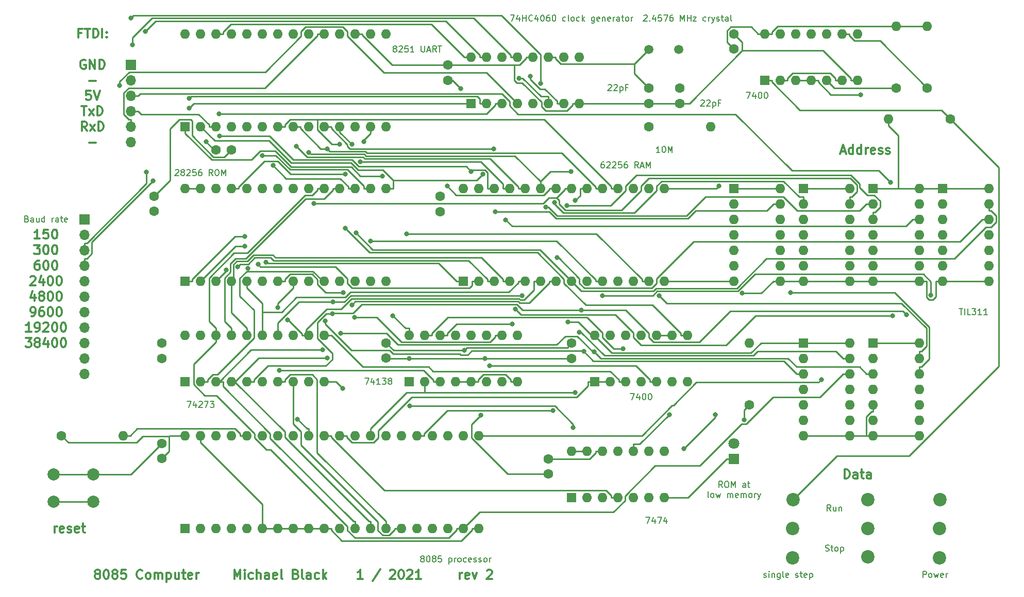
<source format=gbr>
%TF.GenerationSoftware,KiCad,Pcbnew,5.1.6-c6e7f7d~87~ubuntu16.04.1*%
%TF.CreationDate,2021-01-02T02:20:25-05:00*%
%TF.ProjectId,8085basic,38303835-6261-4736-9963-2e6b69636164,rev?*%
%TF.SameCoordinates,Original*%
%TF.FileFunction,Copper,L1,Top*%
%TF.FilePolarity,Positive*%
%FSLAX46Y46*%
G04 Gerber Fmt 4.6, Leading zero omitted, Abs format (unit mm)*
G04 Created by KiCad (PCBNEW 5.1.6-c6e7f7d~87~ubuntu16.04.1) date 2021-01-02 02:20:25*
%MOMM*%
%LPD*%
G01*
G04 APERTURE LIST*
%TA.AperFunction,NonConductor*%
%ADD10C,0.300000*%
%TD*%
%TA.AperFunction,NonConductor*%
%ADD11C,0.150000*%
%TD*%
%TA.AperFunction,ComponentPad*%
%ADD12C,2.200000*%
%TD*%
%TA.AperFunction,ComponentPad*%
%ADD13O,1.600000X1.600000*%
%TD*%
%TA.AperFunction,ComponentPad*%
%ADD14C,1.600000*%
%TD*%
%TA.AperFunction,ComponentPad*%
%ADD15O,1.700000X1.700000*%
%TD*%
%TA.AperFunction,ComponentPad*%
%ADD16R,1.700000X1.700000*%
%TD*%
%TA.AperFunction,ComponentPad*%
%ADD17R,1.600000X1.600000*%
%TD*%
%TA.AperFunction,ComponentPad*%
%ADD18C,1.800000*%
%TD*%
%TA.AperFunction,ComponentPad*%
%ADD19R,1.800000X1.800000*%
%TD*%
%TA.AperFunction,ComponentPad*%
%ADD20C,1.500000*%
%TD*%
%TA.AperFunction,ComponentPad*%
%ADD21C,2.000000*%
%TD*%
%TA.AperFunction,ViaPad*%
%ADD22C,0.800000*%
%TD*%
%TA.AperFunction,Conductor*%
%ADD23C,0.250000*%
%TD*%
G04 APERTURE END LIST*
D10*
X135664285Y-23110000D02*
X136378571Y-23110000D01*
X135521428Y-23538571D02*
X136021428Y-22038571D01*
X136521428Y-23538571D01*
X137664285Y-23538571D02*
X137664285Y-22038571D01*
X137664285Y-23467142D02*
X137521428Y-23538571D01*
X137235714Y-23538571D01*
X137092857Y-23467142D01*
X137021428Y-23395714D01*
X136950000Y-23252857D01*
X136950000Y-22824285D01*
X137021428Y-22681428D01*
X137092857Y-22610000D01*
X137235714Y-22538571D01*
X137521428Y-22538571D01*
X137664285Y-22610000D01*
X139021428Y-23538571D02*
X139021428Y-22038571D01*
X139021428Y-23467142D02*
X138878571Y-23538571D01*
X138592857Y-23538571D01*
X138450000Y-23467142D01*
X138378571Y-23395714D01*
X138307142Y-23252857D01*
X138307142Y-22824285D01*
X138378571Y-22681428D01*
X138450000Y-22610000D01*
X138592857Y-22538571D01*
X138878571Y-22538571D01*
X139021428Y-22610000D01*
X139735714Y-23538571D02*
X139735714Y-22538571D01*
X139735714Y-22824285D02*
X139807142Y-22681428D01*
X139878571Y-22610000D01*
X140021428Y-22538571D01*
X140164285Y-22538571D01*
X141235714Y-23467142D02*
X141092857Y-23538571D01*
X140807142Y-23538571D01*
X140664285Y-23467142D01*
X140592857Y-23324285D01*
X140592857Y-22752857D01*
X140664285Y-22610000D01*
X140807142Y-22538571D01*
X141092857Y-22538571D01*
X141235714Y-22610000D01*
X141307142Y-22752857D01*
X141307142Y-22895714D01*
X140592857Y-23038571D01*
X141878571Y-23467142D02*
X142021428Y-23538571D01*
X142307142Y-23538571D01*
X142450000Y-23467142D01*
X142521428Y-23324285D01*
X142521428Y-23252857D01*
X142450000Y-23110000D01*
X142307142Y-23038571D01*
X142092857Y-23038571D01*
X141950000Y-22967142D01*
X141878571Y-22824285D01*
X141878571Y-22752857D01*
X141950000Y-22610000D01*
X142092857Y-22538571D01*
X142307142Y-22538571D01*
X142450000Y-22610000D01*
X143092857Y-23467142D02*
X143235714Y-23538571D01*
X143521428Y-23538571D01*
X143664285Y-23467142D01*
X143735714Y-23324285D01*
X143735714Y-23252857D01*
X143664285Y-23110000D01*
X143521428Y-23038571D01*
X143307142Y-23038571D01*
X143164285Y-22967142D01*
X143092857Y-22824285D01*
X143092857Y-22752857D01*
X143164285Y-22610000D01*
X143307142Y-22538571D01*
X143521428Y-22538571D01*
X143664285Y-22610000D01*
X136251428Y-76878571D02*
X136251428Y-75378571D01*
X136608571Y-75378571D01*
X136822857Y-75450000D01*
X136965714Y-75592857D01*
X137037142Y-75735714D01*
X137108571Y-76021428D01*
X137108571Y-76235714D01*
X137037142Y-76521428D01*
X136965714Y-76664285D01*
X136822857Y-76807142D01*
X136608571Y-76878571D01*
X136251428Y-76878571D01*
X138394285Y-76878571D02*
X138394285Y-76092857D01*
X138322857Y-75950000D01*
X138180000Y-75878571D01*
X137894285Y-75878571D01*
X137751428Y-75950000D01*
X138394285Y-76807142D02*
X138251428Y-76878571D01*
X137894285Y-76878571D01*
X137751428Y-76807142D01*
X137680000Y-76664285D01*
X137680000Y-76521428D01*
X137751428Y-76378571D01*
X137894285Y-76307142D01*
X138251428Y-76307142D01*
X138394285Y-76235714D01*
X138894285Y-75878571D02*
X139465714Y-75878571D01*
X139108571Y-75378571D02*
X139108571Y-76664285D01*
X139180000Y-76807142D01*
X139322857Y-76878571D01*
X139465714Y-76878571D01*
X140608571Y-76878571D02*
X140608571Y-76092857D01*
X140537142Y-75950000D01*
X140394285Y-75878571D01*
X140108571Y-75878571D01*
X139965714Y-75950000D01*
X140608571Y-76807142D02*
X140465714Y-76878571D01*
X140108571Y-76878571D01*
X139965714Y-76807142D01*
X139894285Y-76664285D01*
X139894285Y-76521428D01*
X139965714Y-76378571D01*
X140108571Y-76307142D01*
X140465714Y-76307142D01*
X140608571Y-76235714D01*
D11*
X149153809Y-93162380D02*
X149153809Y-92162380D01*
X149534761Y-92162380D01*
X149630000Y-92210000D01*
X149677619Y-92257619D01*
X149725238Y-92352857D01*
X149725238Y-92495714D01*
X149677619Y-92590952D01*
X149630000Y-92638571D01*
X149534761Y-92686190D01*
X149153809Y-92686190D01*
X150296666Y-93162380D02*
X150201428Y-93114761D01*
X150153809Y-93067142D01*
X150106190Y-92971904D01*
X150106190Y-92686190D01*
X150153809Y-92590952D01*
X150201428Y-92543333D01*
X150296666Y-92495714D01*
X150439523Y-92495714D01*
X150534761Y-92543333D01*
X150582380Y-92590952D01*
X150630000Y-92686190D01*
X150630000Y-92971904D01*
X150582380Y-93067142D01*
X150534761Y-93114761D01*
X150439523Y-93162380D01*
X150296666Y-93162380D01*
X150963333Y-92495714D02*
X151153809Y-93162380D01*
X151344285Y-92686190D01*
X151534761Y-93162380D01*
X151725238Y-92495714D01*
X152487142Y-93114761D02*
X152391904Y-93162380D01*
X152201428Y-93162380D01*
X152106190Y-93114761D01*
X152058571Y-93019523D01*
X152058571Y-92638571D01*
X152106190Y-92543333D01*
X152201428Y-92495714D01*
X152391904Y-92495714D01*
X152487142Y-92543333D01*
X152534761Y-92638571D01*
X152534761Y-92733809D01*
X152058571Y-92829047D01*
X152963333Y-93162380D02*
X152963333Y-92495714D01*
X152963333Y-92686190D02*
X153010952Y-92590952D01*
X153058571Y-92543333D01*
X153153809Y-92495714D01*
X153249047Y-92495714D01*
D10*
X4080000Y-37473571D02*
X3222857Y-37473571D01*
X3651428Y-37473571D02*
X3651428Y-35973571D01*
X3508571Y-36187857D01*
X3365714Y-36330714D01*
X3222857Y-36402142D01*
X5437142Y-35973571D02*
X4722857Y-35973571D01*
X4651428Y-36687857D01*
X4722857Y-36616428D01*
X4865714Y-36545000D01*
X5222857Y-36545000D01*
X5365714Y-36616428D01*
X5437142Y-36687857D01*
X5508571Y-36830714D01*
X5508571Y-37187857D01*
X5437142Y-37330714D01*
X5365714Y-37402142D01*
X5222857Y-37473571D01*
X4865714Y-37473571D01*
X4722857Y-37402142D01*
X4651428Y-37330714D01*
X6437142Y-35973571D02*
X6580000Y-35973571D01*
X6722857Y-36045000D01*
X6794285Y-36116428D01*
X6865714Y-36259285D01*
X6937142Y-36545000D01*
X6937142Y-36902142D01*
X6865714Y-37187857D01*
X6794285Y-37330714D01*
X6722857Y-37402142D01*
X6580000Y-37473571D01*
X6437142Y-37473571D01*
X6294285Y-37402142D01*
X6222857Y-37330714D01*
X6151428Y-37187857D01*
X6080000Y-36902142D01*
X6080000Y-36545000D01*
X6151428Y-36259285D01*
X6222857Y-36116428D01*
X6294285Y-36045000D01*
X6437142Y-35973571D01*
X3151428Y-38523571D02*
X4080000Y-38523571D01*
X3580000Y-39095000D01*
X3794285Y-39095000D01*
X3937142Y-39166428D01*
X4008571Y-39237857D01*
X4080000Y-39380714D01*
X4080000Y-39737857D01*
X4008571Y-39880714D01*
X3937142Y-39952142D01*
X3794285Y-40023571D01*
X3365714Y-40023571D01*
X3222857Y-39952142D01*
X3151428Y-39880714D01*
X5008571Y-38523571D02*
X5151428Y-38523571D01*
X5294285Y-38595000D01*
X5365714Y-38666428D01*
X5437142Y-38809285D01*
X5508571Y-39095000D01*
X5508571Y-39452142D01*
X5437142Y-39737857D01*
X5365714Y-39880714D01*
X5294285Y-39952142D01*
X5151428Y-40023571D01*
X5008571Y-40023571D01*
X4865714Y-39952142D01*
X4794285Y-39880714D01*
X4722857Y-39737857D01*
X4651428Y-39452142D01*
X4651428Y-39095000D01*
X4722857Y-38809285D01*
X4794285Y-38666428D01*
X4865714Y-38595000D01*
X5008571Y-38523571D01*
X6437142Y-38523571D02*
X6580000Y-38523571D01*
X6722857Y-38595000D01*
X6794285Y-38666428D01*
X6865714Y-38809285D01*
X6937142Y-39095000D01*
X6937142Y-39452142D01*
X6865714Y-39737857D01*
X6794285Y-39880714D01*
X6722857Y-39952142D01*
X6580000Y-40023571D01*
X6437142Y-40023571D01*
X6294285Y-39952142D01*
X6222857Y-39880714D01*
X6151428Y-39737857D01*
X6080000Y-39452142D01*
X6080000Y-39095000D01*
X6151428Y-38809285D01*
X6222857Y-38666428D01*
X6294285Y-38595000D01*
X6437142Y-38523571D01*
X3937142Y-41073571D02*
X3651428Y-41073571D01*
X3508571Y-41145000D01*
X3437142Y-41216428D01*
X3294285Y-41430714D01*
X3222857Y-41716428D01*
X3222857Y-42287857D01*
X3294285Y-42430714D01*
X3365714Y-42502142D01*
X3508571Y-42573571D01*
X3794285Y-42573571D01*
X3937142Y-42502142D01*
X4008571Y-42430714D01*
X4080000Y-42287857D01*
X4080000Y-41930714D01*
X4008571Y-41787857D01*
X3937142Y-41716428D01*
X3794285Y-41645000D01*
X3508571Y-41645000D01*
X3365714Y-41716428D01*
X3294285Y-41787857D01*
X3222857Y-41930714D01*
X5008571Y-41073571D02*
X5151428Y-41073571D01*
X5294285Y-41145000D01*
X5365714Y-41216428D01*
X5437142Y-41359285D01*
X5508571Y-41645000D01*
X5508571Y-42002142D01*
X5437142Y-42287857D01*
X5365714Y-42430714D01*
X5294285Y-42502142D01*
X5151428Y-42573571D01*
X5008571Y-42573571D01*
X4865714Y-42502142D01*
X4794285Y-42430714D01*
X4722857Y-42287857D01*
X4651428Y-42002142D01*
X4651428Y-41645000D01*
X4722857Y-41359285D01*
X4794285Y-41216428D01*
X4865714Y-41145000D01*
X5008571Y-41073571D01*
X6437142Y-41073571D02*
X6580000Y-41073571D01*
X6722857Y-41145000D01*
X6794285Y-41216428D01*
X6865714Y-41359285D01*
X6937142Y-41645000D01*
X6937142Y-42002142D01*
X6865714Y-42287857D01*
X6794285Y-42430714D01*
X6722857Y-42502142D01*
X6580000Y-42573571D01*
X6437142Y-42573571D01*
X6294285Y-42502142D01*
X6222857Y-42430714D01*
X6151428Y-42287857D01*
X6080000Y-42002142D01*
X6080000Y-41645000D01*
X6151428Y-41359285D01*
X6222857Y-41216428D01*
X6294285Y-41145000D01*
X6437142Y-41073571D01*
X2508571Y-43766428D02*
X2580000Y-43695000D01*
X2722857Y-43623571D01*
X3080000Y-43623571D01*
X3222857Y-43695000D01*
X3294285Y-43766428D01*
X3365714Y-43909285D01*
X3365714Y-44052142D01*
X3294285Y-44266428D01*
X2437142Y-45123571D01*
X3365714Y-45123571D01*
X4651428Y-44123571D02*
X4651428Y-45123571D01*
X4294285Y-43552142D02*
X3937142Y-44623571D01*
X4865714Y-44623571D01*
X5722857Y-43623571D02*
X5865714Y-43623571D01*
X6008571Y-43695000D01*
X6080000Y-43766428D01*
X6151428Y-43909285D01*
X6222857Y-44195000D01*
X6222857Y-44552142D01*
X6151428Y-44837857D01*
X6080000Y-44980714D01*
X6008571Y-45052142D01*
X5865714Y-45123571D01*
X5722857Y-45123571D01*
X5580000Y-45052142D01*
X5508571Y-44980714D01*
X5437142Y-44837857D01*
X5365714Y-44552142D01*
X5365714Y-44195000D01*
X5437142Y-43909285D01*
X5508571Y-43766428D01*
X5580000Y-43695000D01*
X5722857Y-43623571D01*
X7151428Y-43623571D02*
X7294285Y-43623571D01*
X7437142Y-43695000D01*
X7508571Y-43766428D01*
X7580000Y-43909285D01*
X7651428Y-44195000D01*
X7651428Y-44552142D01*
X7580000Y-44837857D01*
X7508571Y-44980714D01*
X7437142Y-45052142D01*
X7294285Y-45123571D01*
X7151428Y-45123571D01*
X7008571Y-45052142D01*
X6937142Y-44980714D01*
X6865714Y-44837857D01*
X6794285Y-44552142D01*
X6794285Y-44195000D01*
X6865714Y-43909285D01*
X6937142Y-43766428D01*
X7008571Y-43695000D01*
X7151428Y-43623571D01*
X3222857Y-46673571D02*
X3222857Y-47673571D01*
X2865714Y-46102142D02*
X2508571Y-47173571D01*
X3437142Y-47173571D01*
X4222857Y-46816428D02*
X4080000Y-46745000D01*
X4008571Y-46673571D01*
X3937142Y-46530714D01*
X3937142Y-46459285D01*
X4008571Y-46316428D01*
X4080000Y-46245000D01*
X4222857Y-46173571D01*
X4508571Y-46173571D01*
X4651428Y-46245000D01*
X4722857Y-46316428D01*
X4794285Y-46459285D01*
X4794285Y-46530714D01*
X4722857Y-46673571D01*
X4651428Y-46745000D01*
X4508571Y-46816428D01*
X4222857Y-46816428D01*
X4080000Y-46887857D01*
X4008571Y-46959285D01*
X3937142Y-47102142D01*
X3937142Y-47387857D01*
X4008571Y-47530714D01*
X4080000Y-47602142D01*
X4222857Y-47673571D01*
X4508571Y-47673571D01*
X4651428Y-47602142D01*
X4722857Y-47530714D01*
X4794285Y-47387857D01*
X4794285Y-47102142D01*
X4722857Y-46959285D01*
X4651428Y-46887857D01*
X4508571Y-46816428D01*
X5722857Y-46173571D02*
X5865714Y-46173571D01*
X6008571Y-46245000D01*
X6080000Y-46316428D01*
X6151428Y-46459285D01*
X6222857Y-46745000D01*
X6222857Y-47102142D01*
X6151428Y-47387857D01*
X6080000Y-47530714D01*
X6008571Y-47602142D01*
X5865714Y-47673571D01*
X5722857Y-47673571D01*
X5580000Y-47602142D01*
X5508571Y-47530714D01*
X5437142Y-47387857D01*
X5365714Y-47102142D01*
X5365714Y-46745000D01*
X5437142Y-46459285D01*
X5508571Y-46316428D01*
X5580000Y-46245000D01*
X5722857Y-46173571D01*
X7151428Y-46173571D02*
X7294285Y-46173571D01*
X7437142Y-46245000D01*
X7508571Y-46316428D01*
X7580000Y-46459285D01*
X7651428Y-46745000D01*
X7651428Y-47102142D01*
X7580000Y-47387857D01*
X7508571Y-47530714D01*
X7437142Y-47602142D01*
X7294285Y-47673571D01*
X7151428Y-47673571D01*
X7008571Y-47602142D01*
X6937142Y-47530714D01*
X6865714Y-47387857D01*
X6794285Y-47102142D01*
X6794285Y-46745000D01*
X6865714Y-46459285D01*
X6937142Y-46316428D01*
X7008571Y-46245000D01*
X7151428Y-46173571D01*
X2651428Y-50223571D02*
X2937142Y-50223571D01*
X3080000Y-50152142D01*
X3151428Y-50080714D01*
X3294285Y-49866428D01*
X3365714Y-49580714D01*
X3365714Y-49009285D01*
X3294285Y-48866428D01*
X3222857Y-48795000D01*
X3080000Y-48723571D01*
X2794285Y-48723571D01*
X2651428Y-48795000D01*
X2580000Y-48866428D01*
X2508571Y-49009285D01*
X2508571Y-49366428D01*
X2580000Y-49509285D01*
X2651428Y-49580714D01*
X2794285Y-49652142D01*
X3080000Y-49652142D01*
X3222857Y-49580714D01*
X3294285Y-49509285D01*
X3365714Y-49366428D01*
X4651428Y-48723571D02*
X4365714Y-48723571D01*
X4222857Y-48795000D01*
X4151428Y-48866428D01*
X4008571Y-49080714D01*
X3937142Y-49366428D01*
X3937142Y-49937857D01*
X4008571Y-50080714D01*
X4080000Y-50152142D01*
X4222857Y-50223571D01*
X4508571Y-50223571D01*
X4651428Y-50152142D01*
X4722857Y-50080714D01*
X4794285Y-49937857D01*
X4794285Y-49580714D01*
X4722857Y-49437857D01*
X4651428Y-49366428D01*
X4508571Y-49295000D01*
X4222857Y-49295000D01*
X4080000Y-49366428D01*
X4008571Y-49437857D01*
X3937142Y-49580714D01*
X5722857Y-48723571D02*
X5865714Y-48723571D01*
X6008571Y-48795000D01*
X6080000Y-48866428D01*
X6151428Y-49009285D01*
X6222857Y-49295000D01*
X6222857Y-49652142D01*
X6151428Y-49937857D01*
X6080000Y-50080714D01*
X6008571Y-50152142D01*
X5865714Y-50223571D01*
X5722857Y-50223571D01*
X5580000Y-50152142D01*
X5508571Y-50080714D01*
X5437142Y-49937857D01*
X5365714Y-49652142D01*
X5365714Y-49295000D01*
X5437142Y-49009285D01*
X5508571Y-48866428D01*
X5580000Y-48795000D01*
X5722857Y-48723571D01*
X7151428Y-48723571D02*
X7294285Y-48723571D01*
X7437142Y-48795000D01*
X7508571Y-48866428D01*
X7580000Y-49009285D01*
X7651428Y-49295000D01*
X7651428Y-49652142D01*
X7580000Y-49937857D01*
X7508571Y-50080714D01*
X7437142Y-50152142D01*
X7294285Y-50223571D01*
X7151428Y-50223571D01*
X7008571Y-50152142D01*
X6937142Y-50080714D01*
X6865714Y-49937857D01*
X6794285Y-49652142D01*
X6794285Y-49295000D01*
X6865714Y-49009285D01*
X6937142Y-48866428D01*
X7008571Y-48795000D01*
X7151428Y-48723571D01*
X2651428Y-52773571D02*
X1794285Y-52773571D01*
X2222857Y-52773571D02*
X2222857Y-51273571D01*
X2080000Y-51487857D01*
X1937142Y-51630714D01*
X1794285Y-51702142D01*
X3365714Y-52773571D02*
X3651428Y-52773571D01*
X3794285Y-52702142D01*
X3865714Y-52630714D01*
X4008571Y-52416428D01*
X4079999Y-52130714D01*
X4079999Y-51559285D01*
X4008571Y-51416428D01*
X3937142Y-51345000D01*
X3794285Y-51273571D01*
X3508571Y-51273571D01*
X3365714Y-51345000D01*
X3294285Y-51416428D01*
X3222857Y-51559285D01*
X3222857Y-51916428D01*
X3294285Y-52059285D01*
X3365714Y-52130714D01*
X3508571Y-52202142D01*
X3794285Y-52202142D01*
X3937142Y-52130714D01*
X4008571Y-52059285D01*
X4079999Y-51916428D01*
X4651428Y-51416428D02*
X4722857Y-51345000D01*
X4865714Y-51273571D01*
X5222857Y-51273571D01*
X5365714Y-51345000D01*
X5437142Y-51416428D01*
X5508571Y-51559285D01*
X5508571Y-51702142D01*
X5437142Y-51916428D01*
X4580000Y-52773571D01*
X5508571Y-52773571D01*
X6437142Y-51273571D02*
X6580000Y-51273571D01*
X6722857Y-51345000D01*
X6794285Y-51416428D01*
X6865714Y-51559285D01*
X6937142Y-51845000D01*
X6937142Y-52202142D01*
X6865714Y-52487857D01*
X6794285Y-52630714D01*
X6722857Y-52702142D01*
X6580000Y-52773571D01*
X6437142Y-52773571D01*
X6294285Y-52702142D01*
X6222857Y-52630714D01*
X6151428Y-52487857D01*
X6080000Y-52202142D01*
X6080000Y-51845000D01*
X6151428Y-51559285D01*
X6222857Y-51416428D01*
X6294285Y-51345000D01*
X6437142Y-51273571D01*
X7865714Y-51273571D02*
X8008571Y-51273571D01*
X8151428Y-51345000D01*
X8222857Y-51416428D01*
X8294285Y-51559285D01*
X8365714Y-51845000D01*
X8365714Y-52202142D01*
X8294285Y-52487857D01*
X8222857Y-52630714D01*
X8151428Y-52702142D01*
X8008571Y-52773571D01*
X7865714Y-52773571D01*
X7722857Y-52702142D01*
X7651428Y-52630714D01*
X7580000Y-52487857D01*
X7508571Y-52202142D01*
X7508571Y-51845000D01*
X7580000Y-51559285D01*
X7651428Y-51416428D01*
X7722857Y-51345000D01*
X7865714Y-51273571D01*
X1722857Y-53823571D02*
X2651428Y-53823571D01*
X2151428Y-54395000D01*
X2365714Y-54395000D01*
X2508571Y-54466428D01*
X2580000Y-54537857D01*
X2651428Y-54680714D01*
X2651428Y-55037857D01*
X2580000Y-55180714D01*
X2508571Y-55252142D01*
X2365714Y-55323571D01*
X1937142Y-55323571D01*
X1794285Y-55252142D01*
X1722857Y-55180714D01*
X3508571Y-54466428D02*
X3365714Y-54395000D01*
X3294285Y-54323571D01*
X3222857Y-54180714D01*
X3222857Y-54109285D01*
X3294285Y-53966428D01*
X3365714Y-53895000D01*
X3508571Y-53823571D01*
X3794285Y-53823571D01*
X3937142Y-53895000D01*
X4008571Y-53966428D01*
X4079999Y-54109285D01*
X4079999Y-54180714D01*
X4008571Y-54323571D01*
X3937142Y-54395000D01*
X3794285Y-54466428D01*
X3508571Y-54466428D01*
X3365714Y-54537857D01*
X3294285Y-54609285D01*
X3222857Y-54752142D01*
X3222857Y-55037857D01*
X3294285Y-55180714D01*
X3365714Y-55252142D01*
X3508571Y-55323571D01*
X3794285Y-55323571D01*
X3937142Y-55252142D01*
X4008571Y-55180714D01*
X4079999Y-55037857D01*
X4079999Y-54752142D01*
X4008571Y-54609285D01*
X3937142Y-54537857D01*
X3794285Y-54466428D01*
X5365714Y-54323571D02*
X5365714Y-55323571D01*
X5008571Y-53752142D02*
X4651428Y-54823571D01*
X5580000Y-54823571D01*
X6437142Y-53823571D02*
X6580000Y-53823571D01*
X6722857Y-53895000D01*
X6794285Y-53966428D01*
X6865714Y-54109285D01*
X6937142Y-54395000D01*
X6937142Y-54752142D01*
X6865714Y-55037857D01*
X6794285Y-55180714D01*
X6722857Y-55252142D01*
X6580000Y-55323571D01*
X6437142Y-55323571D01*
X6294285Y-55252142D01*
X6222857Y-55180714D01*
X6151428Y-55037857D01*
X6080000Y-54752142D01*
X6080000Y-54395000D01*
X6151428Y-54109285D01*
X6222857Y-53966428D01*
X6294285Y-53895000D01*
X6437142Y-53823571D01*
X7865714Y-53823571D02*
X8008571Y-53823571D01*
X8151428Y-53895000D01*
X8222857Y-53966428D01*
X8294285Y-54109285D01*
X8365714Y-54395000D01*
X8365714Y-54752142D01*
X8294285Y-55037857D01*
X8222857Y-55180714D01*
X8151428Y-55252142D01*
X8008571Y-55323571D01*
X7865714Y-55323571D01*
X7722857Y-55252142D01*
X7651428Y-55180714D01*
X7580000Y-55037857D01*
X7508571Y-54752142D01*
X7508571Y-54395000D01*
X7580000Y-54109285D01*
X7651428Y-53966428D01*
X7722857Y-53895000D01*
X7865714Y-53823571D01*
X36007142Y-93388571D02*
X36007142Y-91888571D01*
X36507142Y-92960000D01*
X37007142Y-91888571D01*
X37007142Y-93388571D01*
X37721428Y-93388571D02*
X37721428Y-92388571D01*
X37721428Y-91888571D02*
X37649999Y-91960000D01*
X37721428Y-92031428D01*
X37792857Y-91960000D01*
X37721428Y-91888571D01*
X37721428Y-92031428D01*
X39078571Y-93317142D02*
X38935714Y-93388571D01*
X38649999Y-93388571D01*
X38507142Y-93317142D01*
X38435714Y-93245714D01*
X38364285Y-93102857D01*
X38364285Y-92674285D01*
X38435714Y-92531428D01*
X38507142Y-92460000D01*
X38649999Y-92388571D01*
X38935714Y-92388571D01*
X39078571Y-92460000D01*
X39721428Y-93388571D02*
X39721428Y-91888571D01*
X40364285Y-93388571D02*
X40364285Y-92602857D01*
X40292857Y-92460000D01*
X40149999Y-92388571D01*
X39935714Y-92388571D01*
X39792857Y-92460000D01*
X39721428Y-92531428D01*
X41721428Y-93388571D02*
X41721428Y-92602857D01*
X41649999Y-92460000D01*
X41507142Y-92388571D01*
X41221428Y-92388571D01*
X41078571Y-92460000D01*
X41721428Y-93317142D02*
X41578571Y-93388571D01*
X41221428Y-93388571D01*
X41078571Y-93317142D01*
X41007142Y-93174285D01*
X41007142Y-93031428D01*
X41078571Y-92888571D01*
X41221428Y-92817142D01*
X41578571Y-92817142D01*
X41721428Y-92745714D01*
X43007142Y-93317142D02*
X42864285Y-93388571D01*
X42578571Y-93388571D01*
X42435714Y-93317142D01*
X42364285Y-93174285D01*
X42364285Y-92602857D01*
X42435714Y-92460000D01*
X42578571Y-92388571D01*
X42864285Y-92388571D01*
X43007142Y-92460000D01*
X43078571Y-92602857D01*
X43078571Y-92745714D01*
X42364285Y-92888571D01*
X43935714Y-93388571D02*
X43792857Y-93317142D01*
X43721428Y-93174285D01*
X43721428Y-91888571D01*
X46149999Y-92602857D02*
X46364285Y-92674285D01*
X46435714Y-92745714D01*
X46507142Y-92888571D01*
X46507142Y-93102857D01*
X46435714Y-93245714D01*
X46364285Y-93317142D01*
X46221428Y-93388571D01*
X45649999Y-93388571D01*
X45649999Y-91888571D01*
X46149999Y-91888571D01*
X46292857Y-91960000D01*
X46364285Y-92031428D01*
X46435714Y-92174285D01*
X46435714Y-92317142D01*
X46364285Y-92460000D01*
X46292857Y-92531428D01*
X46149999Y-92602857D01*
X45649999Y-92602857D01*
X47364285Y-93388571D02*
X47221428Y-93317142D01*
X47149999Y-93174285D01*
X47149999Y-91888571D01*
X48578571Y-93388571D02*
X48578571Y-92602857D01*
X48507142Y-92460000D01*
X48364285Y-92388571D01*
X48078571Y-92388571D01*
X47935714Y-92460000D01*
X48578571Y-93317142D02*
X48435714Y-93388571D01*
X48078571Y-93388571D01*
X47935714Y-93317142D01*
X47864285Y-93174285D01*
X47864285Y-93031428D01*
X47935714Y-92888571D01*
X48078571Y-92817142D01*
X48435714Y-92817142D01*
X48578571Y-92745714D01*
X49935714Y-93317142D02*
X49792857Y-93388571D01*
X49507142Y-93388571D01*
X49364285Y-93317142D01*
X49292857Y-93245714D01*
X49221428Y-93102857D01*
X49221428Y-92674285D01*
X49292857Y-92531428D01*
X49364285Y-92460000D01*
X49507142Y-92388571D01*
X49792857Y-92388571D01*
X49935714Y-92460000D01*
X50578571Y-93388571D02*
X50578571Y-91888571D01*
X50721428Y-92817142D02*
X51149999Y-93388571D01*
X51149999Y-92388571D02*
X50578571Y-92960000D01*
X57149999Y-93388571D02*
X56292857Y-93388571D01*
X56721428Y-93388571D02*
X56721428Y-91888571D01*
X56578571Y-92102857D01*
X56435714Y-92245714D01*
X56292857Y-92317142D01*
X60007142Y-91817142D02*
X58721428Y-93745714D01*
X61578571Y-92031428D02*
X61649999Y-91960000D01*
X61792857Y-91888571D01*
X62149999Y-91888571D01*
X62292857Y-91960000D01*
X62364285Y-92031428D01*
X62435714Y-92174285D01*
X62435714Y-92317142D01*
X62364285Y-92531428D01*
X61507142Y-93388571D01*
X62435714Y-93388571D01*
X63364285Y-91888571D02*
X63507142Y-91888571D01*
X63649999Y-91960000D01*
X63721428Y-92031428D01*
X63792857Y-92174285D01*
X63864285Y-92460000D01*
X63864285Y-92817142D01*
X63792857Y-93102857D01*
X63721428Y-93245714D01*
X63649999Y-93317142D01*
X63507142Y-93388571D01*
X63364285Y-93388571D01*
X63221428Y-93317142D01*
X63149999Y-93245714D01*
X63078571Y-93102857D01*
X63007142Y-92817142D01*
X63007142Y-92460000D01*
X63078571Y-92174285D01*
X63149999Y-92031428D01*
X63221428Y-91960000D01*
X63364285Y-91888571D01*
X64435714Y-92031428D02*
X64507142Y-91960000D01*
X64649999Y-91888571D01*
X65007142Y-91888571D01*
X65149999Y-91960000D01*
X65221428Y-92031428D01*
X65292857Y-92174285D01*
X65292857Y-92317142D01*
X65221428Y-92531428D01*
X64364285Y-93388571D01*
X65292857Y-93388571D01*
X66721428Y-93388571D02*
X65864285Y-93388571D01*
X66292857Y-93388571D02*
X66292857Y-91888571D01*
X66149999Y-92102857D01*
X66007142Y-92245714D01*
X65864285Y-92317142D01*
X73078571Y-93388571D02*
X73078571Y-92388571D01*
X73078571Y-92674285D02*
X73149999Y-92531428D01*
X73221428Y-92460000D01*
X73364285Y-92388571D01*
X73507142Y-92388571D01*
X74578571Y-93317142D02*
X74435714Y-93388571D01*
X74149999Y-93388571D01*
X74007142Y-93317142D01*
X73935714Y-93174285D01*
X73935714Y-92602857D01*
X74007142Y-92460000D01*
X74149999Y-92388571D01*
X74435714Y-92388571D01*
X74578571Y-92460000D01*
X74649999Y-92602857D01*
X74649999Y-92745714D01*
X73935714Y-92888571D01*
X75149999Y-92388571D02*
X75507142Y-93388571D01*
X75864285Y-92388571D01*
X77507142Y-92031428D02*
X77578571Y-91960000D01*
X77721428Y-91888571D01*
X78078571Y-91888571D01*
X78221428Y-91960000D01*
X78292857Y-92031428D01*
X78364285Y-92174285D01*
X78364285Y-92317142D01*
X78292857Y-92531428D01*
X77435714Y-93388571D01*
X78364285Y-93388571D01*
X13411428Y-92531428D02*
X13268571Y-92460000D01*
X13197142Y-92388571D01*
X13125714Y-92245714D01*
X13125714Y-92174285D01*
X13197142Y-92031428D01*
X13268571Y-91960000D01*
X13411428Y-91888571D01*
X13697142Y-91888571D01*
X13840000Y-91960000D01*
X13911428Y-92031428D01*
X13982857Y-92174285D01*
X13982857Y-92245714D01*
X13911428Y-92388571D01*
X13840000Y-92460000D01*
X13697142Y-92531428D01*
X13411428Y-92531428D01*
X13268571Y-92602857D01*
X13197142Y-92674285D01*
X13125714Y-92817142D01*
X13125714Y-93102857D01*
X13197142Y-93245714D01*
X13268571Y-93317142D01*
X13411428Y-93388571D01*
X13697142Y-93388571D01*
X13840000Y-93317142D01*
X13911428Y-93245714D01*
X13982857Y-93102857D01*
X13982857Y-92817142D01*
X13911428Y-92674285D01*
X13840000Y-92602857D01*
X13697142Y-92531428D01*
X14911428Y-91888571D02*
X15054285Y-91888571D01*
X15197142Y-91960000D01*
X15268571Y-92031428D01*
X15340000Y-92174285D01*
X15411428Y-92460000D01*
X15411428Y-92817142D01*
X15340000Y-93102857D01*
X15268571Y-93245714D01*
X15197142Y-93317142D01*
X15054285Y-93388571D01*
X14911428Y-93388571D01*
X14768571Y-93317142D01*
X14697142Y-93245714D01*
X14625714Y-93102857D01*
X14554285Y-92817142D01*
X14554285Y-92460000D01*
X14625714Y-92174285D01*
X14697142Y-92031428D01*
X14768571Y-91960000D01*
X14911428Y-91888571D01*
X16268571Y-92531428D02*
X16125714Y-92460000D01*
X16054285Y-92388571D01*
X15982857Y-92245714D01*
X15982857Y-92174285D01*
X16054285Y-92031428D01*
X16125714Y-91960000D01*
X16268571Y-91888571D01*
X16554285Y-91888571D01*
X16697142Y-91960000D01*
X16768571Y-92031428D01*
X16840000Y-92174285D01*
X16840000Y-92245714D01*
X16768571Y-92388571D01*
X16697142Y-92460000D01*
X16554285Y-92531428D01*
X16268571Y-92531428D01*
X16125714Y-92602857D01*
X16054285Y-92674285D01*
X15982857Y-92817142D01*
X15982857Y-93102857D01*
X16054285Y-93245714D01*
X16125714Y-93317142D01*
X16268571Y-93388571D01*
X16554285Y-93388571D01*
X16697142Y-93317142D01*
X16768571Y-93245714D01*
X16840000Y-93102857D01*
X16840000Y-92817142D01*
X16768571Y-92674285D01*
X16697142Y-92602857D01*
X16554285Y-92531428D01*
X18197142Y-91888571D02*
X17482857Y-91888571D01*
X17411428Y-92602857D01*
X17482857Y-92531428D01*
X17625714Y-92460000D01*
X17982857Y-92460000D01*
X18125714Y-92531428D01*
X18197142Y-92602857D01*
X18268571Y-92745714D01*
X18268571Y-93102857D01*
X18197142Y-93245714D01*
X18125714Y-93317142D01*
X17982857Y-93388571D01*
X17625714Y-93388571D01*
X17482857Y-93317142D01*
X17411428Y-93245714D01*
X20911428Y-93245714D02*
X20840000Y-93317142D01*
X20625714Y-93388571D01*
X20482857Y-93388571D01*
X20268571Y-93317142D01*
X20125714Y-93174285D01*
X20054285Y-93031428D01*
X19982857Y-92745714D01*
X19982857Y-92531428D01*
X20054285Y-92245714D01*
X20125714Y-92102857D01*
X20268571Y-91960000D01*
X20482857Y-91888571D01*
X20625714Y-91888571D01*
X20840000Y-91960000D01*
X20911428Y-92031428D01*
X21768571Y-93388571D02*
X21625714Y-93317142D01*
X21554285Y-93245714D01*
X21482857Y-93102857D01*
X21482857Y-92674285D01*
X21554285Y-92531428D01*
X21625714Y-92460000D01*
X21768571Y-92388571D01*
X21982857Y-92388571D01*
X22125714Y-92460000D01*
X22197142Y-92531428D01*
X22268571Y-92674285D01*
X22268571Y-93102857D01*
X22197142Y-93245714D01*
X22125714Y-93317142D01*
X21982857Y-93388571D01*
X21768571Y-93388571D01*
X22911428Y-93388571D02*
X22911428Y-92388571D01*
X22911428Y-92531428D02*
X22982857Y-92460000D01*
X23125714Y-92388571D01*
X23340000Y-92388571D01*
X23482857Y-92460000D01*
X23554285Y-92602857D01*
X23554285Y-93388571D01*
X23554285Y-92602857D02*
X23625714Y-92460000D01*
X23768571Y-92388571D01*
X23982857Y-92388571D01*
X24125714Y-92460000D01*
X24197142Y-92602857D01*
X24197142Y-93388571D01*
X24911428Y-92388571D02*
X24911428Y-93888571D01*
X24911428Y-92460000D02*
X25054285Y-92388571D01*
X25340000Y-92388571D01*
X25482857Y-92460000D01*
X25554285Y-92531428D01*
X25625714Y-92674285D01*
X25625714Y-93102857D01*
X25554285Y-93245714D01*
X25482857Y-93317142D01*
X25340000Y-93388571D01*
X25054285Y-93388571D01*
X24911428Y-93317142D01*
X26911428Y-92388571D02*
X26911428Y-93388571D01*
X26268571Y-92388571D02*
X26268571Y-93174285D01*
X26340000Y-93317142D01*
X26482857Y-93388571D01*
X26697142Y-93388571D01*
X26840000Y-93317142D01*
X26911428Y-93245714D01*
X27411428Y-92388571D02*
X27982857Y-92388571D01*
X27625714Y-91888571D02*
X27625714Y-93174285D01*
X27697142Y-93317142D01*
X27839999Y-93388571D01*
X27982857Y-93388571D01*
X29054285Y-93317142D02*
X28911428Y-93388571D01*
X28625714Y-93388571D01*
X28482857Y-93317142D01*
X28411428Y-93174285D01*
X28411428Y-92602857D01*
X28482857Y-92460000D01*
X28625714Y-92388571D01*
X28911428Y-92388571D01*
X29054285Y-92460000D01*
X29125714Y-92602857D01*
X29125714Y-92745714D01*
X28411428Y-92888571D01*
X29768571Y-93388571D02*
X29768571Y-92388571D01*
X29768571Y-92674285D02*
X29839999Y-92531428D01*
X29911428Y-92460000D01*
X30054285Y-92388571D01*
X30197142Y-92388571D01*
D11*
X155122857Y-48982380D02*
X155694285Y-48982380D01*
X155408571Y-49982380D02*
X155408571Y-48982380D01*
X156027619Y-49982380D02*
X156027619Y-48982380D01*
X156980000Y-49982380D02*
X156503809Y-49982380D01*
X156503809Y-48982380D01*
X157218095Y-48982380D02*
X157837142Y-48982380D01*
X157503809Y-49363333D01*
X157646666Y-49363333D01*
X157741904Y-49410952D01*
X157789523Y-49458571D01*
X157837142Y-49553809D01*
X157837142Y-49791904D01*
X157789523Y-49887142D01*
X157741904Y-49934761D01*
X157646666Y-49982380D01*
X157360952Y-49982380D01*
X157265714Y-49934761D01*
X157218095Y-49887142D01*
X158789523Y-49982380D02*
X158218095Y-49982380D01*
X158503809Y-49982380D02*
X158503809Y-48982380D01*
X158408571Y-49125238D01*
X158313333Y-49220476D01*
X158218095Y-49268095D01*
X159741904Y-49982380D02*
X159170476Y-49982380D01*
X159456190Y-49982380D02*
X159456190Y-48982380D01*
X159360952Y-49125238D01*
X159265714Y-49220476D01*
X159170476Y-49268095D01*
X1937142Y-34218571D02*
X2080000Y-34266190D01*
X2127619Y-34313809D01*
X2175238Y-34409047D01*
X2175238Y-34551904D01*
X2127619Y-34647142D01*
X2080000Y-34694761D01*
X1984761Y-34742380D01*
X1603809Y-34742380D01*
X1603809Y-33742380D01*
X1937142Y-33742380D01*
X2032380Y-33790000D01*
X2080000Y-33837619D01*
X2127619Y-33932857D01*
X2127619Y-34028095D01*
X2080000Y-34123333D01*
X2032380Y-34170952D01*
X1937142Y-34218571D01*
X1603809Y-34218571D01*
X3032380Y-34742380D02*
X3032380Y-34218571D01*
X2984761Y-34123333D01*
X2889523Y-34075714D01*
X2699047Y-34075714D01*
X2603809Y-34123333D01*
X3032380Y-34694761D02*
X2937142Y-34742380D01*
X2699047Y-34742380D01*
X2603809Y-34694761D01*
X2556190Y-34599523D01*
X2556190Y-34504285D01*
X2603809Y-34409047D01*
X2699047Y-34361428D01*
X2937142Y-34361428D01*
X3032380Y-34313809D01*
X3937142Y-34075714D02*
X3937142Y-34742380D01*
X3508571Y-34075714D02*
X3508571Y-34599523D01*
X3556190Y-34694761D01*
X3651428Y-34742380D01*
X3794285Y-34742380D01*
X3889523Y-34694761D01*
X3937142Y-34647142D01*
X4841904Y-34742380D02*
X4841904Y-33742380D01*
X4841904Y-34694761D02*
X4746666Y-34742380D01*
X4556190Y-34742380D01*
X4460952Y-34694761D01*
X4413333Y-34647142D01*
X4365714Y-34551904D01*
X4365714Y-34266190D01*
X4413333Y-34170952D01*
X4460952Y-34123333D01*
X4556190Y-34075714D01*
X4746666Y-34075714D01*
X4841904Y-34123333D01*
X6080000Y-34742380D02*
X6080000Y-34075714D01*
X6080000Y-34266190D02*
X6127619Y-34170952D01*
X6175238Y-34123333D01*
X6270476Y-34075714D01*
X6365714Y-34075714D01*
X7127619Y-34742380D02*
X7127619Y-34218571D01*
X7080000Y-34123333D01*
X6984761Y-34075714D01*
X6794285Y-34075714D01*
X6699047Y-34123333D01*
X7127619Y-34694761D02*
X7032380Y-34742380D01*
X6794285Y-34742380D01*
X6699047Y-34694761D01*
X6651428Y-34599523D01*
X6651428Y-34504285D01*
X6699047Y-34409047D01*
X6794285Y-34361428D01*
X7032380Y-34361428D01*
X7127619Y-34313809D01*
X7460952Y-34075714D02*
X7841904Y-34075714D01*
X7603809Y-33742380D02*
X7603809Y-34599523D01*
X7651428Y-34694761D01*
X7746666Y-34742380D01*
X7841904Y-34742380D01*
X8556190Y-34694761D02*
X8460952Y-34742380D01*
X8270476Y-34742380D01*
X8175238Y-34694761D01*
X8127619Y-34599523D01*
X8127619Y-34218571D01*
X8175238Y-34123333D01*
X8270476Y-34075714D01*
X8460952Y-34075714D01*
X8556190Y-34123333D01*
X8603809Y-34218571D01*
X8603809Y-34313809D01*
X8127619Y-34409047D01*
X103275714Y-817619D02*
X103323333Y-770000D01*
X103418571Y-722380D01*
X103656666Y-722380D01*
X103751904Y-770000D01*
X103799523Y-817619D01*
X103847142Y-912857D01*
X103847142Y-1008095D01*
X103799523Y-1150952D01*
X103228095Y-1722380D01*
X103847142Y-1722380D01*
X104275714Y-1627142D02*
X104323333Y-1674761D01*
X104275714Y-1722380D01*
X104228095Y-1674761D01*
X104275714Y-1627142D01*
X104275714Y-1722380D01*
X105180476Y-1055714D02*
X105180476Y-1722380D01*
X104942380Y-674761D02*
X104704285Y-1389047D01*
X105323333Y-1389047D01*
X106180476Y-722380D02*
X105704285Y-722380D01*
X105656666Y-1198571D01*
X105704285Y-1150952D01*
X105799523Y-1103333D01*
X106037619Y-1103333D01*
X106132857Y-1150952D01*
X106180476Y-1198571D01*
X106228095Y-1293809D01*
X106228095Y-1531904D01*
X106180476Y-1627142D01*
X106132857Y-1674761D01*
X106037619Y-1722380D01*
X105799523Y-1722380D01*
X105704285Y-1674761D01*
X105656666Y-1627142D01*
X106561428Y-722380D02*
X107228095Y-722380D01*
X106799523Y-1722380D01*
X108037619Y-722380D02*
X107847142Y-722380D01*
X107751904Y-770000D01*
X107704285Y-817619D01*
X107609047Y-960476D01*
X107561428Y-1150952D01*
X107561428Y-1531904D01*
X107609047Y-1627142D01*
X107656666Y-1674761D01*
X107751904Y-1722380D01*
X107942380Y-1722380D01*
X108037619Y-1674761D01*
X108085238Y-1627142D01*
X108132857Y-1531904D01*
X108132857Y-1293809D01*
X108085238Y-1198571D01*
X108037619Y-1150952D01*
X107942380Y-1103333D01*
X107751904Y-1103333D01*
X107656666Y-1150952D01*
X107609047Y-1198571D01*
X107561428Y-1293809D01*
X109323333Y-1722380D02*
X109323333Y-722380D01*
X109656666Y-1436666D01*
X109990000Y-722380D01*
X109990000Y-1722380D01*
X110466190Y-1722380D02*
X110466190Y-722380D01*
X110466190Y-1198571D02*
X111037619Y-1198571D01*
X111037619Y-1722380D02*
X111037619Y-722380D01*
X111418571Y-1055714D02*
X111942380Y-1055714D01*
X111418571Y-1722380D01*
X111942380Y-1722380D01*
X113513809Y-1674761D02*
X113418571Y-1722380D01*
X113228095Y-1722380D01*
X113132857Y-1674761D01*
X113085238Y-1627142D01*
X113037619Y-1531904D01*
X113037619Y-1246190D01*
X113085238Y-1150952D01*
X113132857Y-1103333D01*
X113228095Y-1055714D01*
X113418571Y-1055714D01*
X113513809Y-1103333D01*
X113942380Y-1722380D02*
X113942380Y-1055714D01*
X113942380Y-1246190D02*
X113990000Y-1150952D01*
X114037619Y-1103333D01*
X114132857Y-1055714D01*
X114228095Y-1055714D01*
X114466190Y-1055714D02*
X114704285Y-1722380D01*
X114942380Y-1055714D02*
X114704285Y-1722380D01*
X114609047Y-1960476D01*
X114561428Y-2008095D01*
X114466190Y-2055714D01*
X115275714Y-1674761D02*
X115370952Y-1722380D01*
X115561428Y-1722380D01*
X115656666Y-1674761D01*
X115704285Y-1579523D01*
X115704285Y-1531904D01*
X115656666Y-1436666D01*
X115561428Y-1389047D01*
X115418571Y-1389047D01*
X115323333Y-1341428D01*
X115275714Y-1246190D01*
X115275714Y-1198571D01*
X115323333Y-1103333D01*
X115418571Y-1055714D01*
X115561428Y-1055714D01*
X115656666Y-1103333D01*
X115990000Y-1055714D02*
X116370952Y-1055714D01*
X116132857Y-722380D02*
X116132857Y-1579523D01*
X116180476Y-1674761D01*
X116275714Y-1722380D01*
X116370952Y-1722380D01*
X117132857Y-1722380D02*
X117132857Y-1198571D01*
X117085238Y-1103333D01*
X116990000Y-1055714D01*
X116799523Y-1055714D01*
X116704285Y-1103333D01*
X117132857Y-1674761D02*
X117037619Y-1722380D01*
X116799523Y-1722380D01*
X116704285Y-1674761D01*
X116656666Y-1579523D01*
X116656666Y-1484285D01*
X116704285Y-1389047D01*
X116799523Y-1341428D01*
X117037619Y-1341428D01*
X117132857Y-1293809D01*
X117751904Y-1722380D02*
X117656666Y-1674761D01*
X117609047Y-1579523D01*
X117609047Y-722380D01*
X97417142Y-12247619D02*
X97464761Y-12200000D01*
X97560000Y-12152380D01*
X97798095Y-12152380D01*
X97893333Y-12200000D01*
X97940952Y-12247619D01*
X97988571Y-12342857D01*
X97988571Y-12438095D01*
X97940952Y-12580952D01*
X97369523Y-13152380D01*
X97988571Y-13152380D01*
X98369523Y-12247619D02*
X98417142Y-12200000D01*
X98512380Y-12152380D01*
X98750476Y-12152380D01*
X98845714Y-12200000D01*
X98893333Y-12247619D01*
X98940952Y-12342857D01*
X98940952Y-12438095D01*
X98893333Y-12580952D01*
X98321904Y-13152380D01*
X98940952Y-13152380D01*
X99369523Y-12485714D02*
X99369523Y-13485714D01*
X99369523Y-12533333D02*
X99464761Y-12485714D01*
X99655238Y-12485714D01*
X99750476Y-12533333D01*
X99798095Y-12580952D01*
X99845714Y-12676190D01*
X99845714Y-12961904D01*
X99798095Y-13057142D01*
X99750476Y-13104761D01*
X99655238Y-13152380D01*
X99464761Y-13152380D01*
X99369523Y-13104761D01*
X100607619Y-12628571D02*
X100274285Y-12628571D01*
X100274285Y-13152380D02*
X100274285Y-12152380D01*
X100750476Y-12152380D01*
X112657142Y-14787619D02*
X112704761Y-14740000D01*
X112800000Y-14692380D01*
X113038095Y-14692380D01*
X113133333Y-14740000D01*
X113180952Y-14787619D01*
X113228571Y-14882857D01*
X113228571Y-14978095D01*
X113180952Y-15120952D01*
X112609523Y-15692380D01*
X113228571Y-15692380D01*
X113609523Y-14787619D02*
X113657142Y-14740000D01*
X113752380Y-14692380D01*
X113990476Y-14692380D01*
X114085714Y-14740000D01*
X114133333Y-14787619D01*
X114180952Y-14882857D01*
X114180952Y-14978095D01*
X114133333Y-15120952D01*
X113561904Y-15692380D01*
X114180952Y-15692380D01*
X114609523Y-15025714D02*
X114609523Y-16025714D01*
X114609523Y-15073333D02*
X114704761Y-15025714D01*
X114895238Y-15025714D01*
X114990476Y-15073333D01*
X115038095Y-15120952D01*
X115085714Y-15216190D01*
X115085714Y-15501904D01*
X115038095Y-15597142D01*
X114990476Y-15644761D01*
X114895238Y-15692380D01*
X114704761Y-15692380D01*
X114609523Y-15644761D01*
X115847619Y-15168571D02*
X115514285Y-15168571D01*
X115514285Y-15692380D02*
X115514285Y-14692380D01*
X115990476Y-14692380D01*
X105918095Y-23312380D02*
X105346666Y-23312380D01*
X105632380Y-23312380D02*
X105632380Y-22312380D01*
X105537142Y-22455238D01*
X105441904Y-22550476D01*
X105346666Y-22598095D01*
X106537142Y-22312380D02*
X106632380Y-22312380D01*
X106727619Y-22360000D01*
X106775238Y-22407619D01*
X106822857Y-22502857D01*
X106870476Y-22693333D01*
X106870476Y-22931428D01*
X106822857Y-23121904D01*
X106775238Y-23217142D01*
X106727619Y-23264761D01*
X106632380Y-23312380D01*
X106537142Y-23312380D01*
X106441904Y-23264761D01*
X106394285Y-23217142D01*
X106346666Y-23121904D01*
X106299047Y-22931428D01*
X106299047Y-22693333D01*
X106346666Y-22502857D01*
X106394285Y-22407619D01*
X106441904Y-22360000D01*
X106537142Y-22312380D01*
X107299047Y-23312380D02*
X107299047Y-22312380D01*
X107632380Y-23026666D01*
X107965714Y-22312380D01*
X107965714Y-23312380D01*
X120158095Y-13422380D02*
X120824761Y-13422380D01*
X120396190Y-14422380D01*
X121634285Y-13755714D02*
X121634285Y-14422380D01*
X121396190Y-13374761D02*
X121158095Y-14089047D01*
X121777142Y-14089047D01*
X122348571Y-13422380D02*
X122443809Y-13422380D01*
X122539047Y-13470000D01*
X122586666Y-13517619D01*
X122634285Y-13612857D01*
X122681904Y-13803333D01*
X122681904Y-14041428D01*
X122634285Y-14231904D01*
X122586666Y-14327142D01*
X122539047Y-14374761D01*
X122443809Y-14422380D01*
X122348571Y-14422380D01*
X122253333Y-14374761D01*
X122205714Y-14327142D01*
X122158095Y-14231904D01*
X122110476Y-14041428D01*
X122110476Y-13803333D01*
X122158095Y-13612857D01*
X122205714Y-13517619D01*
X122253333Y-13470000D01*
X122348571Y-13422380D01*
X123300952Y-13422380D02*
X123396190Y-13422380D01*
X123491428Y-13470000D01*
X123539047Y-13517619D01*
X123586666Y-13612857D01*
X123634285Y-13803333D01*
X123634285Y-14041428D01*
X123586666Y-14231904D01*
X123539047Y-14327142D01*
X123491428Y-14374761D01*
X123396190Y-14422380D01*
X123300952Y-14422380D01*
X123205714Y-14374761D01*
X123158095Y-14327142D01*
X123110476Y-14231904D01*
X123062857Y-14041428D01*
X123062857Y-13803333D01*
X123110476Y-13612857D01*
X123158095Y-13517619D01*
X123205714Y-13470000D01*
X123300952Y-13422380D01*
X81392380Y-722380D02*
X82059047Y-722380D01*
X81630476Y-1722380D01*
X82868571Y-1055714D02*
X82868571Y-1722380D01*
X82630476Y-674761D02*
X82392380Y-1389047D01*
X83011428Y-1389047D01*
X83392380Y-1722380D02*
X83392380Y-722380D01*
X83392380Y-1198571D02*
X83963809Y-1198571D01*
X83963809Y-1722380D02*
X83963809Y-722380D01*
X85011428Y-1627142D02*
X84963809Y-1674761D01*
X84820952Y-1722380D01*
X84725714Y-1722380D01*
X84582857Y-1674761D01*
X84487619Y-1579523D01*
X84440000Y-1484285D01*
X84392380Y-1293809D01*
X84392380Y-1150952D01*
X84440000Y-960476D01*
X84487619Y-865238D01*
X84582857Y-770000D01*
X84725714Y-722380D01*
X84820952Y-722380D01*
X84963809Y-770000D01*
X85011428Y-817619D01*
X85868571Y-1055714D02*
X85868571Y-1722380D01*
X85630476Y-674761D02*
X85392380Y-1389047D01*
X86011428Y-1389047D01*
X86582857Y-722380D02*
X86678095Y-722380D01*
X86773333Y-770000D01*
X86820952Y-817619D01*
X86868571Y-912857D01*
X86916190Y-1103333D01*
X86916190Y-1341428D01*
X86868571Y-1531904D01*
X86820952Y-1627142D01*
X86773333Y-1674761D01*
X86678095Y-1722380D01*
X86582857Y-1722380D01*
X86487619Y-1674761D01*
X86440000Y-1627142D01*
X86392380Y-1531904D01*
X86344761Y-1341428D01*
X86344761Y-1103333D01*
X86392380Y-912857D01*
X86440000Y-817619D01*
X86487619Y-770000D01*
X86582857Y-722380D01*
X87773333Y-722380D02*
X87582857Y-722380D01*
X87487619Y-770000D01*
X87440000Y-817619D01*
X87344761Y-960476D01*
X87297142Y-1150952D01*
X87297142Y-1531904D01*
X87344761Y-1627142D01*
X87392380Y-1674761D01*
X87487619Y-1722380D01*
X87678095Y-1722380D01*
X87773333Y-1674761D01*
X87820952Y-1627142D01*
X87868571Y-1531904D01*
X87868571Y-1293809D01*
X87820952Y-1198571D01*
X87773333Y-1150952D01*
X87678095Y-1103333D01*
X87487619Y-1103333D01*
X87392380Y-1150952D01*
X87344761Y-1198571D01*
X87297142Y-1293809D01*
X88487619Y-722380D02*
X88582857Y-722380D01*
X88678095Y-770000D01*
X88725714Y-817619D01*
X88773333Y-912857D01*
X88820952Y-1103333D01*
X88820952Y-1341428D01*
X88773333Y-1531904D01*
X88725714Y-1627142D01*
X88678095Y-1674761D01*
X88582857Y-1722380D01*
X88487619Y-1722380D01*
X88392380Y-1674761D01*
X88344761Y-1627142D01*
X88297142Y-1531904D01*
X88249523Y-1341428D01*
X88249523Y-1103333D01*
X88297142Y-912857D01*
X88344761Y-817619D01*
X88392380Y-770000D01*
X88487619Y-722380D01*
X90440000Y-1674761D02*
X90344761Y-1722380D01*
X90154285Y-1722380D01*
X90059047Y-1674761D01*
X90011428Y-1627142D01*
X89963809Y-1531904D01*
X89963809Y-1246190D01*
X90011428Y-1150952D01*
X90059047Y-1103333D01*
X90154285Y-1055714D01*
X90344761Y-1055714D01*
X90440000Y-1103333D01*
X91011428Y-1722380D02*
X90916190Y-1674761D01*
X90868571Y-1579523D01*
X90868571Y-722380D01*
X91535238Y-1722380D02*
X91440000Y-1674761D01*
X91392380Y-1627142D01*
X91344761Y-1531904D01*
X91344761Y-1246190D01*
X91392380Y-1150952D01*
X91440000Y-1103333D01*
X91535238Y-1055714D01*
X91678095Y-1055714D01*
X91773333Y-1103333D01*
X91820952Y-1150952D01*
X91868571Y-1246190D01*
X91868571Y-1531904D01*
X91820952Y-1627142D01*
X91773333Y-1674761D01*
X91678095Y-1722380D01*
X91535238Y-1722380D01*
X92725714Y-1674761D02*
X92630476Y-1722380D01*
X92440000Y-1722380D01*
X92344761Y-1674761D01*
X92297142Y-1627142D01*
X92249523Y-1531904D01*
X92249523Y-1246190D01*
X92297142Y-1150952D01*
X92344761Y-1103333D01*
X92440000Y-1055714D01*
X92630476Y-1055714D01*
X92725714Y-1103333D01*
X93154285Y-1722380D02*
X93154285Y-722380D01*
X93249523Y-1341428D02*
X93535238Y-1722380D01*
X93535238Y-1055714D02*
X93154285Y-1436666D01*
X95154285Y-1055714D02*
X95154285Y-1865238D01*
X95106666Y-1960476D01*
X95059047Y-2008095D01*
X94963809Y-2055714D01*
X94820952Y-2055714D01*
X94725714Y-2008095D01*
X95154285Y-1674761D02*
X95059047Y-1722380D01*
X94868571Y-1722380D01*
X94773333Y-1674761D01*
X94725714Y-1627142D01*
X94678095Y-1531904D01*
X94678095Y-1246190D01*
X94725714Y-1150952D01*
X94773333Y-1103333D01*
X94868571Y-1055714D01*
X95059047Y-1055714D01*
X95154285Y-1103333D01*
X96011428Y-1674761D02*
X95916190Y-1722380D01*
X95725714Y-1722380D01*
X95630476Y-1674761D01*
X95582857Y-1579523D01*
X95582857Y-1198571D01*
X95630476Y-1103333D01*
X95725714Y-1055714D01*
X95916190Y-1055714D01*
X96011428Y-1103333D01*
X96059047Y-1198571D01*
X96059047Y-1293809D01*
X95582857Y-1389047D01*
X96487619Y-1055714D02*
X96487619Y-1722380D01*
X96487619Y-1150952D02*
X96535238Y-1103333D01*
X96630476Y-1055714D01*
X96773333Y-1055714D01*
X96868571Y-1103333D01*
X96916190Y-1198571D01*
X96916190Y-1722380D01*
X97773333Y-1674761D02*
X97678095Y-1722380D01*
X97487619Y-1722380D01*
X97392380Y-1674761D01*
X97344761Y-1579523D01*
X97344761Y-1198571D01*
X97392380Y-1103333D01*
X97487619Y-1055714D01*
X97678095Y-1055714D01*
X97773333Y-1103333D01*
X97820952Y-1198571D01*
X97820952Y-1293809D01*
X97344761Y-1389047D01*
X98249523Y-1722380D02*
X98249523Y-1055714D01*
X98249523Y-1246190D02*
X98297142Y-1150952D01*
X98344761Y-1103333D01*
X98440000Y-1055714D01*
X98535238Y-1055714D01*
X99297142Y-1722380D02*
X99297142Y-1198571D01*
X99249523Y-1103333D01*
X99154285Y-1055714D01*
X98963809Y-1055714D01*
X98868571Y-1103333D01*
X99297142Y-1674761D02*
X99201904Y-1722380D01*
X98963809Y-1722380D01*
X98868571Y-1674761D01*
X98820952Y-1579523D01*
X98820952Y-1484285D01*
X98868571Y-1389047D01*
X98963809Y-1341428D01*
X99201904Y-1341428D01*
X99297142Y-1293809D01*
X99630476Y-1055714D02*
X100011428Y-1055714D01*
X99773333Y-722380D02*
X99773333Y-1579523D01*
X99820952Y-1674761D01*
X99916190Y-1722380D01*
X100011428Y-1722380D01*
X100487619Y-1722380D02*
X100392380Y-1674761D01*
X100344761Y-1627142D01*
X100297142Y-1531904D01*
X100297142Y-1246190D01*
X100344761Y-1150952D01*
X100392380Y-1103333D01*
X100487619Y-1055714D01*
X100630476Y-1055714D01*
X100725714Y-1103333D01*
X100773333Y-1150952D01*
X100820952Y-1246190D01*
X100820952Y-1531904D01*
X100773333Y-1627142D01*
X100725714Y-1674761D01*
X100630476Y-1722380D01*
X100487619Y-1722380D01*
X101249523Y-1722380D02*
X101249523Y-1055714D01*
X101249523Y-1246190D02*
X101297142Y-1150952D01*
X101344761Y-1103333D01*
X101439999Y-1055714D01*
X101535238Y-1055714D01*
X62301904Y-6230952D02*
X62206666Y-6183333D01*
X62159047Y-6135714D01*
X62111428Y-6040476D01*
X62111428Y-5992857D01*
X62159047Y-5897619D01*
X62206666Y-5850000D01*
X62301904Y-5802380D01*
X62492380Y-5802380D01*
X62587619Y-5850000D01*
X62635238Y-5897619D01*
X62682857Y-5992857D01*
X62682857Y-6040476D01*
X62635238Y-6135714D01*
X62587619Y-6183333D01*
X62492380Y-6230952D01*
X62301904Y-6230952D01*
X62206666Y-6278571D01*
X62159047Y-6326190D01*
X62111428Y-6421428D01*
X62111428Y-6611904D01*
X62159047Y-6707142D01*
X62206666Y-6754761D01*
X62301904Y-6802380D01*
X62492380Y-6802380D01*
X62587619Y-6754761D01*
X62635238Y-6707142D01*
X62682857Y-6611904D01*
X62682857Y-6421428D01*
X62635238Y-6326190D01*
X62587619Y-6278571D01*
X62492380Y-6230952D01*
X63063809Y-5897619D02*
X63111428Y-5850000D01*
X63206666Y-5802380D01*
X63444761Y-5802380D01*
X63540000Y-5850000D01*
X63587619Y-5897619D01*
X63635238Y-5992857D01*
X63635238Y-6088095D01*
X63587619Y-6230952D01*
X63016190Y-6802380D01*
X63635238Y-6802380D01*
X64540000Y-5802380D02*
X64063809Y-5802380D01*
X64016190Y-6278571D01*
X64063809Y-6230952D01*
X64159047Y-6183333D01*
X64397142Y-6183333D01*
X64492380Y-6230952D01*
X64540000Y-6278571D01*
X64587619Y-6373809D01*
X64587619Y-6611904D01*
X64540000Y-6707142D01*
X64492380Y-6754761D01*
X64397142Y-6802380D01*
X64159047Y-6802380D01*
X64063809Y-6754761D01*
X64016190Y-6707142D01*
X65540000Y-6802380D02*
X64968571Y-6802380D01*
X65254285Y-6802380D02*
X65254285Y-5802380D01*
X65159047Y-5945238D01*
X65063809Y-6040476D01*
X64968571Y-6088095D01*
X66730476Y-5802380D02*
X66730476Y-6611904D01*
X66778095Y-6707142D01*
X66825714Y-6754761D01*
X66920952Y-6802380D01*
X67111428Y-6802380D01*
X67206666Y-6754761D01*
X67254285Y-6707142D01*
X67301904Y-6611904D01*
X67301904Y-5802380D01*
X67730476Y-6516666D02*
X68206666Y-6516666D01*
X67635238Y-6802380D02*
X67968571Y-5802380D01*
X68301904Y-6802380D01*
X69206666Y-6802380D02*
X68873333Y-6326190D01*
X68635238Y-6802380D02*
X68635238Y-5802380D01*
X69016190Y-5802380D01*
X69111428Y-5850000D01*
X69159047Y-5897619D01*
X69206666Y-5992857D01*
X69206666Y-6135714D01*
X69159047Y-6230952D01*
X69111428Y-6278571D01*
X69016190Y-6326190D01*
X68635238Y-6326190D01*
X69492380Y-5802380D02*
X70063809Y-5802380D01*
X69778095Y-6802380D02*
X69778095Y-5802380D01*
X101108095Y-62952380D02*
X101774761Y-62952380D01*
X101346190Y-63952380D01*
X102584285Y-63285714D02*
X102584285Y-63952380D01*
X102346190Y-62904761D02*
X102108095Y-63619047D01*
X102727142Y-63619047D01*
X103298571Y-62952380D02*
X103393809Y-62952380D01*
X103489047Y-63000000D01*
X103536666Y-63047619D01*
X103584285Y-63142857D01*
X103631904Y-63333333D01*
X103631904Y-63571428D01*
X103584285Y-63761904D01*
X103536666Y-63857142D01*
X103489047Y-63904761D01*
X103393809Y-63952380D01*
X103298571Y-63952380D01*
X103203333Y-63904761D01*
X103155714Y-63857142D01*
X103108095Y-63761904D01*
X103060476Y-63571428D01*
X103060476Y-63333333D01*
X103108095Y-63142857D01*
X103155714Y-63047619D01*
X103203333Y-63000000D01*
X103298571Y-62952380D01*
X104250952Y-62952380D02*
X104346190Y-62952380D01*
X104441428Y-63000000D01*
X104489047Y-63047619D01*
X104536666Y-63142857D01*
X104584285Y-63333333D01*
X104584285Y-63571428D01*
X104536666Y-63761904D01*
X104489047Y-63857142D01*
X104441428Y-63904761D01*
X104346190Y-63952380D01*
X104250952Y-63952380D01*
X104155714Y-63904761D01*
X104108095Y-63857142D01*
X104060476Y-63761904D01*
X104012857Y-63571428D01*
X104012857Y-63333333D01*
X104060476Y-63142857D01*
X104108095Y-63047619D01*
X104155714Y-63000000D01*
X104250952Y-62952380D01*
X57451904Y-60412380D02*
X58118571Y-60412380D01*
X57690000Y-61412380D01*
X58928095Y-60745714D02*
X58928095Y-61412380D01*
X58690000Y-60364761D02*
X58451904Y-61079047D01*
X59070952Y-61079047D01*
X59975714Y-61412380D02*
X59404285Y-61412380D01*
X59690000Y-61412380D02*
X59690000Y-60412380D01*
X59594761Y-60555238D01*
X59499523Y-60650476D01*
X59404285Y-60698095D01*
X60309047Y-60412380D02*
X60928095Y-60412380D01*
X60594761Y-60793333D01*
X60737619Y-60793333D01*
X60832857Y-60840952D01*
X60880476Y-60888571D01*
X60928095Y-60983809D01*
X60928095Y-61221904D01*
X60880476Y-61317142D01*
X60832857Y-61364761D01*
X60737619Y-61412380D01*
X60451904Y-61412380D01*
X60356666Y-61364761D01*
X60309047Y-61317142D01*
X61499523Y-60840952D02*
X61404285Y-60793333D01*
X61356666Y-60745714D01*
X61309047Y-60650476D01*
X61309047Y-60602857D01*
X61356666Y-60507619D01*
X61404285Y-60460000D01*
X61499523Y-60412380D01*
X61690000Y-60412380D01*
X61785238Y-60460000D01*
X61832857Y-60507619D01*
X61880476Y-60602857D01*
X61880476Y-60650476D01*
X61832857Y-60745714D01*
X61785238Y-60793333D01*
X61690000Y-60840952D01*
X61499523Y-60840952D01*
X61404285Y-60888571D01*
X61356666Y-60936190D01*
X61309047Y-61031428D01*
X61309047Y-61221904D01*
X61356666Y-61317142D01*
X61404285Y-61364761D01*
X61499523Y-61412380D01*
X61690000Y-61412380D01*
X61785238Y-61364761D01*
X61832857Y-61317142D01*
X61880476Y-61221904D01*
X61880476Y-61031428D01*
X61832857Y-60936190D01*
X61785238Y-60888571D01*
X61690000Y-60840952D01*
X28241904Y-64222380D02*
X28908571Y-64222380D01*
X28480000Y-65222380D01*
X29718095Y-64555714D02*
X29718095Y-65222380D01*
X29480000Y-64174761D02*
X29241904Y-64889047D01*
X29860952Y-64889047D01*
X30194285Y-64317619D02*
X30241904Y-64270000D01*
X30337142Y-64222380D01*
X30575238Y-64222380D01*
X30670476Y-64270000D01*
X30718095Y-64317619D01*
X30765714Y-64412857D01*
X30765714Y-64508095D01*
X30718095Y-64650952D01*
X30146666Y-65222380D01*
X30765714Y-65222380D01*
X31099047Y-64222380D02*
X31765714Y-64222380D01*
X31337142Y-65222380D01*
X32051428Y-64222380D02*
X32670476Y-64222380D01*
X32337142Y-64603333D01*
X32480000Y-64603333D01*
X32575238Y-64650952D01*
X32622857Y-64698571D01*
X32670476Y-64793809D01*
X32670476Y-65031904D01*
X32622857Y-65127142D01*
X32575238Y-65174761D01*
X32480000Y-65222380D01*
X32194285Y-65222380D01*
X32099047Y-65174761D01*
X32051428Y-65127142D01*
X96734761Y-24852380D02*
X96544285Y-24852380D01*
X96449047Y-24900000D01*
X96401428Y-24947619D01*
X96306190Y-25090476D01*
X96258571Y-25280952D01*
X96258571Y-25661904D01*
X96306190Y-25757142D01*
X96353809Y-25804761D01*
X96449047Y-25852380D01*
X96639523Y-25852380D01*
X96734761Y-25804761D01*
X96782380Y-25757142D01*
X96830000Y-25661904D01*
X96830000Y-25423809D01*
X96782380Y-25328571D01*
X96734761Y-25280952D01*
X96639523Y-25233333D01*
X96449047Y-25233333D01*
X96353809Y-25280952D01*
X96306190Y-25328571D01*
X96258571Y-25423809D01*
X97210952Y-24947619D02*
X97258571Y-24900000D01*
X97353809Y-24852380D01*
X97591904Y-24852380D01*
X97687142Y-24900000D01*
X97734761Y-24947619D01*
X97782380Y-25042857D01*
X97782380Y-25138095D01*
X97734761Y-25280952D01*
X97163333Y-25852380D01*
X97782380Y-25852380D01*
X98163333Y-24947619D02*
X98210952Y-24900000D01*
X98306190Y-24852380D01*
X98544285Y-24852380D01*
X98639523Y-24900000D01*
X98687142Y-24947619D01*
X98734761Y-25042857D01*
X98734761Y-25138095D01*
X98687142Y-25280952D01*
X98115714Y-25852380D01*
X98734761Y-25852380D01*
X99639523Y-24852380D02*
X99163333Y-24852380D01*
X99115714Y-25328571D01*
X99163333Y-25280952D01*
X99258571Y-25233333D01*
X99496666Y-25233333D01*
X99591904Y-25280952D01*
X99639523Y-25328571D01*
X99687142Y-25423809D01*
X99687142Y-25661904D01*
X99639523Y-25757142D01*
X99591904Y-25804761D01*
X99496666Y-25852380D01*
X99258571Y-25852380D01*
X99163333Y-25804761D01*
X99115714Y-25757142D01*
X100544285Y-24852380D02*
X100353809Y-24852380D01*
X100258571Y-24900000D01*
X100210952Y-24947619D01*
X100115714Y-25090476D01*
X100068095Y-25280952D01*
X100068095Y-25661904D01*
X100115714Y-25757142D01*
X100163333Y-25804761D01*
X100258571Y-25852380D01*
X100449047Y-25852380D01*
X100544285Y-25804761D01*
X100591904Y-25757142D01*
X100639523Y-25661904D01*
X100639523Y-25423809D01*
X100591904Y-25328571D01*
X100544285Y-25280952D01*
X100449047Y-25233333D01*
X100258571Y-25233333D01*
X100163333Y-25280952D01*
X100115714Y-25328571D01*
X100068095Y-25423809D01*
X102401428Y-25852380D02*
X102068095Y-25376190D01*
X101830000Y-25852380D02*
X101830000Y-24852380D01*
X102210952Y-24852380D01*
X102306190Y-24900000D01*
X102353809Y-24947619D01*
X102401428Y-25042857D01*
X102401428Y-25185714D01*
X102353809Y-25280952D01*
X102306190Y-25328571D01*
X102210952Y-25376190D01*
X101830000Y-25376190D01*
X102782380Y-25566666D02*
X103258571Y-25566666D01*
X102687142Y-25852380D02*
X103020476Y-24852380D01*
X103353809Y-25852380D01*
X103687142Y-25852380D02*
X103687142Y-24852380D01*
X104020476Y-25566666D01*
X104353809Y-24852380D01*
X104353809Y-25852380D01*
X26313333Y-26217619D02*
X26360952Y-26170000D01*
X26456190Y-26122380D01*
X26694285Y-26122380D01*
X26789523Y-26170000D01*
X26837142Y-26217619D01*
X26884761Y-26312857D01*
X26884761Y-26408095D01*
X26837142Y-26550952D01*
X26265714Y-27122380D01*
X26884761Y-27122380D01*
X27456190Y-26550952D02*
X27360952Y-26503333D01*
X27313333Y-26455714D01*
X27265714Y-26360476D01*
X27265714Y-26312857D01*
X27313333Y-26217619D01*
X27360952Y-26170000D01*
X27456190Y-26122380D01*
X27646666Y-26122380D01*
X27741904Y-26170000D01*
X27789523Y-26217619D01*
X27837142Y-26312857D01*
X27837142Y-26360476D01*
X27789523Y-26455714D01*
X27741904Y-26503333D01*
X27646666Y-26550952D01*
X27456190Y-26550952D01*
X27360952Y-26598571D01*
X27313333Y-26646190D01*
X27265714Y-26741428D01*
X27265714Y-26931904D01*
X27313333Y-27027142D01*
X27360952Y-27074761D01*
X27456190Y-27122380D01*
X27646666Y-27122380D01*
X27741904Y-27074761D01*
X27789523Y-27027142D01*
X27837142Y-26931904D01*
X27837142Y-26741428D01*
X27789523Y-26646190D01*
X27741904Y-26598571D01*
X27646666Y-26550952D01*
X28218095Y-26217619D02*
X28265714Y-26170000D01*
X28360952Y-26122380D01*
X28599047Y-26122380D01*
X28694285Y-26170000D01*
X28741904Y-26217619D01*
X28789523Y-26312857D01*
X28789523Y-26408095D01*
X28741904Y-26550952D01*
X28170476Y-27122380D01*
X28789523Y-27122380D01*
X29694285Y-26122380D02*
X29218095Y-26122380D01*
X29170476Y-26598571D01*
X29218095Y-26550952D01*
X29313333Y-26503333D01*
X29551428Y-26503333D01*
X29646666Y-26550952D01*
X29694285Y-26598571D01*
X29741904Y-26693809D01*
X29741904Y-26931904D01*
X29694285Y-27027142D01*
X29646666Y-27074761D01*
X29551428Y-27122380D01*
X29313333Y-27122380D01*
X29218095Y-27074761D01*
X29170476Y-27027142D01*
X30599047Y-26122380D02*
X30408571Y-26122380D01*
X30313333Y-26170000D01*
X30265714Y-26217619D01*
X30170476Y-26360476D01*
X30122857Y-26550952D01*
X30122857Y-26931904D01*
X30170476Y-27027142D01*
X30218095Y-27074761D01*
X30313333Y-27122380D01*
X30503809Y-27122380D01*
X30599047Y-27074761D01*
X30646666Y-27027142D01*
X30694285Y-26931904D01*
X30694285Y-26693809D01*
X30646666Y-26598571D01*
X30599047Y-26550952D01*
X30503809Y-26503333D01*
X30313333Y-26503333D01*
X30218095Y-26550952D01*
X30170476Y-26598571D01*
X30122857Y-26693809D01*
X32456190Y-27122380D02*
X32122857Y-26646190D01*
X31884761Y-27122380D02*
X31884761Y-26122380D01*
X32265714Y-26122380D01*
X32360952Y-26170000D01*
X32408571Y-26217619D01*
X32456190Y-26312857D01*
X32456190Y-26455714D01*
X32408571Y-26550952D01*
X32360952Y-26598571D01*
X32265714Y-26646190D01*
X31884761Y-26646190D01*
X33075238Y-26122380D02*
X33265714Y-26122380D01*
X33360952Y-26170000D01*
X33456190Y-26265238D01*
X33503809Y-26455714D01*
X33503809Y-26789047D01*
X33456190Y-26979523D01*
X33360952Y-27074761D01*
X33265714Y-27122380D01*
X33075238Y-27122380D01*
X32980000Y-27074761D01*
X32884761Y-26979523D01*
X32837142Y-26789047D01*
X32837142Y-26455714D01*
X32884761Y-26265238D01*
X32980000Y-26170000D01*
X33075238Y-26122380D01*
X33932380Y-27122380D02*
X33932380Y-26122380D01*
X34265714Y-26836666D01*
X34599047Y-26122380D01*
X34599047Y-27122380D01*
X66842380Y-90050952D02*
X66747142Y-90003333D01*
X66699523Y-89955714D01*
X66651904Y-89860476D01*
X66651904Y-89812857D01*
X66699523Y-89717619D01*
X66747142Y-89670000D01*
X66842380Y-89622380D01*
X67032857Y-89622380D01*
X67128095Y-89670000D01*
X67175714Y-89717619D01*
X67223333Y-89812857D01*
X67223333Y-89860476D01*
X67175714Y-89955714D01*
X67128095Y-90003333D01*
X67032857Y-90050952D01*
X66842380Y-90050952D01*
X66747142Y-90098571D01*
X66699523Y-90146190D01*
X66651904Y-90241428D01*
X66651904Y-90431904D01*
X66699523Y-90527142D01*
X66747142Y-90574761D01*
X66842380Y-90622380D01*
X67032857Y-90622380D01*
X67128095Y-90574761D01*
X67175714Y-90527142D01*
X67223333Y-90431904D01*
X67223333Y-90241428D01*
X67175714Y-90146190D01*
X67128095Y-90098571D01*
X67032857Y-90050952D01*
X67842380Y-89622380D02*
X67937619Y-89622380D01*
X68032857Y-89670000D01*
X68080476Y-89717619D01*
X68128095Y-89812857D01*
X68175714Y-90003333D01*
X68175714Y-90241428D01*
X68128095Y-90431904D01*
X68080476Y-90527142D01*
X68032857Y-90574761D01*
X67937619Y-90622380D01*
X67842380Y-90622380D01*
X67747142Y-90574761D01*
X67699523Y-90527142D01*
X67651904Y-90431904D01*
X67604285Y-90241428D01*
X67604285Y-90003333D01*
X67651904Y-89812857D01*
X67699523Y-89717619D01*
X67747142Y-89670000D01*
X67842380Y-89622380D01*
X68747142Y-90050952D02*
X68651904Y-90003333D01*
X68604285Y-89955714D01*
X68556666Y-89860476D01*
X68556666Y-89812857D01*
X68604285Y-89717619D01*
X68651904Y-89670000D01*
X68747142Y-89622380D01*
X68937619Y-89622380D01*
X69032857Y-89670000D01*
X69080476Y-89717619D01*
X69128095Y-89812857D01*
X69128095Y-89860476D01*
X69080476Y-89955714D01*
X69032857Y-90003333D01*
X68937619Y-90050952D01*
X68747142Y-90050952D01*
X68651904Y-90098571D01*
X68604285Y-90146190D01*
X68556666Y-90241428D01*
X68556666Y-90431904D01*
X68604285Y-90527142D01*
X68651904Y-90574761D01*
X68747142Y-90622380D01*
X68937619Y-90622380D01*
X69032857Y-90574761D01*
X69080476Y-90527142D01*
X69128095Y-90431904D01*
X69128095Y-90241428D01*
X69080476Y-90146190D01*
X69032857Y-90098571D01*
X68937619Y-90050952D01*
X70032857Y-89622380D02*
X69556666Y-89622380D01*
X69509047Y-90098571D01*
X69556666Y-90050952D01*
X69651904Y-90003333D01*
X69890000Y-90003333D01*
X69985238Y-90050952D01*
X70032857Y-90098571D01*
X70080476Y-90193809D01*
X70080476Y-90431904D01*
X70032857Y-90527142D01*
X69985238Y-90574761D01*
X69890000Y-90622380D01*
X69651904Y-90622380D01*
X69556666Y-90574761D01*
X69509047Y-90527142D01*
X71270952Y-89955714D02*
X71270952Y-90955714D01*
X71270952Y-90003333D02*
X71366190Y-89955714D01*
X71556666Y-89955714D01*
X71651904Y-90003333D01*
X71699523Y-90050952D01*
X71747142Y-90146190D01*
X71747142Y-90431904D01*
X71699523Y-90527142D01*
X71651904Y-90574761D01*
X71556666Y-90622380D01*
X71366190Y-90622380D01*
X71270952Y-90574761D01*
X72175714Y-90622380D02*
X72175714Y-89955714D01*
X72175714Y-90146190D02*
X72223333Y-90050952D01*
X72270952Y-90003333D01*
X72366190Y-89955714D01*
X72461428Y-89955714D01*
X72937619Y-90622380D02*
X72842380Y-90574761D01*
X72794761Y-90527142D01*
X72747142Y-90431904D01*
X72747142Y-90146190D01*
X72794761Y-90050952D01*
X72842380Y-90003333D01*
X72937619Y-89955714D01*
X73080476Y-89955714D01*
X73175714Y-90003333D01*
X73223333Y-90050952D01*
X73270952Y-90146190D01*
X73270952Y-90431904D01*
X73223333Y-90527142D01*
X73175714Y-90574761D01*
X73080476Y-90622380D01*
X72937619Y-90622380D01*
X74128095Y-90574761D02*
X74032857Y-90622380D01*
X73842380Y-90622380D01*
X73747142Y-90574761D01*
X73699523Y-90527142D01*
X73651904Y-90431904D01*
X73651904Y-90146190D01*
X73699523Y-90050952D01*
X73747142Y-90003333D01*
X73842380Y-89955714D01*
X74032857Y-89955714D01*
X74128095Y-90003333D01*
X74937619Y-90574761D02*
X74842380Y-90622380D01*
X74651904Y-90622380D01*
X74556666Y-90574761D01*
X74509047Y-90479523D01*
X74509047Y-90098571D01*
X74556666Y-90003333D01*
X74651904Y-89955714D01*
X74842380Y-89955714D01*
X74937619Y-90003333D01*
X74985238Y-90098571D01*
X74985238Y-90193809D01*
X74509047Y-90289047D01*
X75366190Y-90574761D02*
X75461428Y-90622380D01*
X75651904Y-90622380D01*
X75747142Y-90574761D01*
X75794761Y-90479523D01*
X75794761Y-90431904D01*
X75747142Y-90336666D01*
X75651904Y-90289047D01*
X75509047Y-90289047D01*
X75413809Y-90241428D01*
X75366190Y-90146190D01*
X75366190Y-90098571D01*
X75413809Y-90003333D01*
X75509047Y-89955714D01*
X75651904Y-89955714D01*
X75747142Y-90003333D01*
X76175714Y-90574761D02*
X76270952Y-90622380D01*
X76461428Y-90622380D01*
X76556666Y-90574761D01*
X76604285Y-90479523D01*
X76604285Y-90431904D01*
X76556666Y-90336666D01*
X76461428Y-90289047D01*
X76318571Y-90289047D01*
X76223333Y-90241428D01*
X76175714Y-90146190D01*
X76175714Y-90098571D01*
X76223333Y-90003333D01*
X76318571Y-89955714D01*
X76461428Y-89955714D01*
X76556666Y-90003333D01*
X77175714Y-90622380D02*
X77080476Y-90574761D01*
X77032857Y-90527142D01*
X76985238Y-90431904D01*
X76985238Y-90146190D01*
X77032857Y-90050952D01*
X77080476Y-90003333D01*
X77175714Y-89955714D01*
X77318571Y-89955714D01*
X77413809Y-90003333D01*
X77461428Y-90050952D01*
X77509047Y-90146190D01*
X77509047Y-90431904D01*
X77461428Y-90527142D01*
X77413809Y-90574761D01*
X77318571Y-90622380D01*
X77175714Y-90622380D01*
X77937619Y-90622380D02*
X77937619Y-89955714D01*
X77937619Y-90146190D02*
X77985238Y-90050952D01*
X78032857Y-90003333D01*
X78128095Y-89955714D01*
X78223333Y-89955714D01*
X103648095Y-83272380D02*
X104314761Y-83272380D01*
X103886190Y-84272380D01*
X105124285Y-83605714D02*
X105124285Y-84272380D01*
X104886190Y-83224761D02*
X104648095Y-83939047D01*
X105267142Y-83939047D01*
X105552857Y-83272380D02*
X106219523Y-83272380D01*
X105790952Y-84272380D01*
X107029047Y-83605714D02*
X107029047Y-84272380D01*
X106790952Y-83224761D02*
X106552857Y-83939047D01*
X107171904Y-83939047D01*
X116205238Y-78367380D02*
X115871904Y-77891190D01*
X115633809Y-78367380D02*
X115633809Y-77367380D01*
X116014761Y-77367380D01*
X116110000Y-77415000D01*
X116157619Y-77462619D01*
X116205238Y-77557857D01*
X116205238Y-77700714D01*
X116157619Y-77795952D01*
X116110000Y-77843571D01*
X116014761Y-77891190D01*
X115633809Y-77891190D01*
X116824285Y-77367380D02*
X117014761Y-77367380D01*
X117110000Y-77415000D01*
X117205238Y-77510238D01*
X117252857Y-77700714D01*
X117252857Y-78034047D01*
X117205238Y-78224523D01*
X117110000Y-78319761D01*
X117014761Y-78367380D01*
X116824285Y-78367380D01*
X116729047Y-78319761D01*
X116633809Y-78224523D01*
X116586190Y-78034047D01*
X116586190Y-77700714D01*
X116633809Y-77510238D01*
X116729047Y-77415000D01*
X116824285Y-77367380D01*
X117681428Y-78367380D02*
X117681428Y-77367380D01*
X118014761Y-78081666D01*
X118348095Y-77367380D01*
X118348095Y-78367380D01*
X120014761Y-78367380D02*
X120014761Y-77843571D01*
X119967142Y-77748333D01*
X119871904Y-77700714D01*
X119681428Y-77700714D01*
X119586190Y-77748333D01*
X120014761Y-78319761D02*
X119919523Y-78367380D01*
X119681428Y-78367380D01*
X119586190Y-78319761D01*
X119538571Y-78224523D01*
X119538571Y-78129285D01*
X119586190Y-78034047D01*
X119681428Y-77986428D01*
X119919523Y-77986428D01*
X120014761Y-77938809D01*
X120348095Y-77700714D02*
X120729047Y-77700714D01*
X120490952Y-77367380D02*
X120490952Y-78224523D01*
X120538571Y-78319761D01*
X120633809Y-78367380D01*
X120729047Y-78367380D01*
X113967142Y-80017380D02*
X113871904Y-79969761D01*
X113824285Y-79874523D01*
X113824285Y-79017380D01*
X114490952Y-80017380D02*
X114395714Y-79969761D01*
X114348095Y-79922142D01*
X114300476Y-79826904D01*
X114300476Y-79541190D01*
X114348095Y-79445952D01*
X114395714Y-79398333D01*
X114490952Y-79350714D01*
X114633809Y-79350714D01*
X114729047Y-79398333D01*
X114776666Y-79445952D01*
X114824285Y-79541190D01*
X114824285Y-79826904D01*
X114776666Y-79922142D01*
X114729047Y-79969761D01*
X114633809Y-80017380D01*
X114490952Y-80017380D01*
X115157619Y-79350714D02*
X115348095Y-80017380D01*
X115538571Y-79541190D01*
X115729047Y-80017380D01*
X115919523Y-79350714D01*
X117062380Y-80017380D02*
X117062380Y-79350714D01*
X117062380Y-79445952D02*
X117110000Y-79398333D01*
X117205238Y-79350714D01*
X117348095Y-79350714D01*
X117443333Y-79398333D01*
X117490952Y-79493571D01*
X117490952Y-80017380D01*
X117490952Y-79493571D02*
X117538571Y-79398333D01*
X117633809Y-79350714D01*
X117776666Y-79350714D01*
X117871904Y-79398333D01*
X117919523Y-79493571D01*
X117919523Y-80017380D01*
X118776666Y-79969761D02*
X118681428Y-80017380D01*
X118490952Y-80017380D01*
X118395714Y-79969761D01*
X118348095Y-79874523D01*
X118348095Y-79493571D01*
X118395714Y-79398333D01*
X118490952Y-79350714D01*
X118681428Y-79350714D01*
X118776666Y-79398333D01*
X118824285Y-79493571D01*
X118824285Y-79588809D01*
X118348095Y-79684047D01*
X119252857Y-80017380D02*
X119252857Y-79350714D01*
X119252857Y-79445952D02*
X119300476Y-79398333D01*
X119395714Y-79350714D01*
X119538571Y-79350714D01*
X119633809Y-79398333D01*
X119681428Y-79493571D01*
X119681428Y-80017380D01*
X119681428Y-79493571D02*
X119729047Y-79398333D01*
X119824285Y-79350714D01*
X119967142Y-79350714D01*
X120062380Y-79398333D01*
X120110000Y-79493571D01*
X120110000Y-80017380D01*
X120729047Y-80017380D02*
X120633809Y-79969761D01*
X120586190Y-79922142D01*
X120538571Y-79826904D01*
X120538571Y-79541190D01*
X120586190Y-79445952D01*
X120633809Y-79398333D01*
X120729047Y-79350714D01*
X120871904Y-79350714D01*
X120967142Y-79398333D01*
X121014761Y-79445952D01*
X121062380Y-79541190D01*
X121062380Y-79826904D01*
X121014761Y-79922142D01*
X120967142Y-79969761D01*
X120871904Y-80017380D01*
X120729047Y-80017380D01*
X121490952Y-80017380D02*
X121490952Y-79350714D01*
X121490952Y-79541190D02*
X121538571Y-79445952D01*
X121586190Y-79398333D01*
X121681428Y-79350714D01*
X121776666Y-79350714D01*
X122014761Y-79350714D02*
X122252857Y-80017380D01*
X122490952Y-79350714D02*
X122252857Y-80017380D01*
X122157619Y-80255476D01*
X122110000Y-80303095D01*
X122014761Y-80350714D01*
X123000000Y-93114761D02*
X123095238Y-93162380D01*
X123285714Y-93162380D01*
X123380952Y-93114761D01*
X123428571Y-93019523D01*
X123428571Y-92971904D01*
X123380952Y-92876666D01*
X123285714Y-92829047D01*
X123142857Y-92829047D01*
X123047619Y-92781428D01*
X123000000Y-92686190D01*
X123000000Y-92638571D01*
X123047619Y-92543333D01*
X123142857Y-92495714D01*
X123285714Y-92495714D01*
X123380952Y-92543333D01*
X123857142Y-93162380D02*
X123857142Y-92495714D01*
X123857142Y-92162380D02*
X123809523Y-92210000D01*
X123857142Y-92257619D01*
X123904761Y-92210000D01*
X123857142Y-92162380D01*
X123857142Y-92257619D01*
X124333333Y-92495714D02*
X124333333Y-93162380D01*
X124333333Y-92590952D02*
X124380952Y-92543333D01*
X124476190Y-92495714D01*
X124619047Y-92495714D01*
X124714285Y-92543333D01*
X124761904Y-92638571D01*
X124761904Y-93162380D01*
X125666666Y-92495714D02*
X125666666Y-93305238D01*
X125619047Y-93400476D01*
X125571428Y-93448095D01*
X125476190Y-93495714D01*
X125333333Y-93495714D01*
X125238095Y-93448095D01*
X125666666Y-93114761D02*
X125571428Y-93162380D01*
X125380952Y-93162380D01*
X125285714Y-93114761D01*
X125238095Y-93067142D01*
X125190476Y-92971904D01*
X125190476Y-92686190D01*
X125238095Y-92590952D01*
X125285714Y-92543333D01*
X125380952Y-92495714D01*
X125571428Y-92495714D01*
X125666666Y-92543333D01*
X126285714Y-93162380D02*
X126190476Y-93114761D01*
X126142857Y-93019523D01*
X126142857Y-92162380D01*
X127047619Y-93114761D02*
X126952380Y-93162380D01*
X126761904Y-93162380D01*
X126666666Y-93114761D01*
X126619047Y-93019523D01*
X126619047Y-92638571D01*
X126666666Y-92543333D01*
X126761904Y-92495714D01*
X126952380Y-92495714D01*
X127047619Y-92543333D01*
X127095238Y-92638571D01*
X127095238Y-92733809D01*
X126619047Y-92829047D01*
X128238095Y-93114761D02*
X128333333Y-93162380D01*
X128523809Y-93162380D01*
X128619047Y-93114761D01*
X128666666Y-93019523D01*
X128666666Y-92971904D01*
X128619047Y-92876666D01*
X128523809Y-92829047D01*
X128380952Y-92829047D01*
X128285714Y-92781428D01*
X128238095Y-92686190D01*
X128238095Y-92638571D01*
X128285714Y-92543333D01*
X128380952Y-92495714D01*
X128523809Y-92495714D01*
X128619047Y-92543333D01*
X128952380Y-92495714D02*
X129333333Y-92495714D01*
X129095238Y-92162380D02*
X129095238Y-93019523D01*
X129142857Y-93114761D01*
X129238095Y-93162380D01*
X129333333Y-93162380D01*
X130047619Y-93114761D02*
X129952380Y-93162380D01*
X129761904Y-93162380D01*
X129666666Y-93114761D01*
X129619047Y-93019523D01*
X129619047Y-92638571D01*
X129666666Y-92543333D01*
X129761904Y-92495714D01*
X129952380Y-92495714D01*
X130047619Y-92543333D01*
X130095238Y-92638571D01*
X130095238Y-92733809D01*
X129619047Y-92829047D01*
X130523809Y-92495714D02*
X130523809Y-93495714D01*
X130523809Y-92543333D02*
X130619047Y-92495714D01*
X130809523Y-92495714D01*
X130904761Y-92543333D01*
X130952380Y-92590952D01*
X131000000Y-92686190D01*
X131000000Y-92971904D01*
X130952380Y-93067142D01*
X130904761Y-93114761D01*
X130809523Y-93162380D01*
X130619047Y-93162380D01*
X130523809Y-93114761D01*
X134024761Y-82242380D02*
X133691428Y-81766190D01*
X133453333Y-82242380D02*
X133453333Y-81242380D01*
X133834285Y-81242380D01*
X133929523Y-81290000D01*
X133977142Y-81337619D01*
X134024761Y-81432857D01*
X134024761Y-81575714D01*
X133977142Y-81670952D01*
X133929523Y-81718571D01*
X133834285Y-81766190D01*
X133453333Y-81766190D01*
X134881904Y-81575714D02*
X134881904Y-82242380D01*
X134453333Y-81575714D02*
X134453333Y-82099523D01*
X134500952Y-82194761D01*
X134596190Y-82242380D01*
X134739047Y-82242380D01*
X134834285Y-82194761D01*
X134881904Y-82147142D01*
X135358095Y-81575714D02*
X135358095Y-82242380D01*
X135358095Y-81670952D02*
X135405714Y-81623333D01*
X135500952Y-81575714D01*
X135643809Y-81575714D01*
X135739047Y-81623333D01*
X135786666Y-81718571D01*
X135786666Y-82242380D01*
X133143809Y-88794761D02*
X133286666Y-88842380D01*
X133524761Y-88842380D01*
X133620000Y-88794761D01*
X133667619Y-88747142D01*
X133715238Y-88651904D01*
X133715238Y-88556666D01*
X133667619Y-88461428D01*
X133620000Y-88413809D01*
X133524761Y-88366190D01*
X133334285Y-88318571D01*
X133239047Y-88270952D01*
X133191428Y-88223333D01*
X133143809Y-88128095D01*
X133143809Y-88032857D01*
X133191428Y-87937619D01*
X133239047Y-87890000D01*
X133334285Y-87842380D01*
X133572380Y-87842380D01*
X133715238Y-87890000D01*
X134000952Y-88175714D02*
X134381904Y-88175714D01*
X134143809Y-87842380D02*
X134143809Y-88699523D01*
X134191428Y-88794761D01*
X134286666Y-88842380D01*
X134381904Y-88842380D01*
X134858095Y-88842380D02*
X134762857Y-88794761D01*
X134715238Y-88747142D01*
X134667619Y-88651904D01*
X134667619Y-88366190D01*
X134715238Y-88270952D01*
X134762857Y-88223333D01*
X134858095Y-88175714D01*
X135000952Y-88175714D01*
X135096190Y-88223333D01*
X135143809Y-88270952D01*
X135191428Y-88366190D01*
X135191428Y-88651904D01*
X135143809Y-88747142D01*
X135096190Y-88794761D01*
X135000952Y-88842380D01*
X134858095Y-88842380D01*
X135620000Y-88175714D02*
X135620000Y-89175714D01*
X135620000Y-88223333D02*
X135715238Y-88175714D01*
X135905714Y-88175714D01*
X136000952Y-88223333D01*
X136048571Y-88270952D01*
X136096190Y-88366190D01*
X136096190Y-88651904D01*
X136048571Y-88747142D01*
X136000952Y-88794761D01*
X135905714Y-88842380D01*
X135715238Y-88842380D01*
X135620000Y-88794761D01*
D10*
X6461428Y-85768571D02*
X6461428Y-84768571D01*
X6461428Y-85054285D02*
X6532857Y-84911428D01*
X6604285Y-84840000D01*
X6747142Y-84768571D01*
X6890000Y-84768571D01*
X7961428Y-85697142D02*
X7818571Y-85768571D01*
X7532857Y-85768571D01*
X7390000Y-85697142D01*
X7318571Y-85554285D01*
X7318571Y-84982857D01*
X7390000Y-84840000D01*
X7532857Y-84768571D01*
X7818571Y-84768571D01*
X7961428Y-84840000D01*
X8032857Y-84982857D01*
X8032857Y-85125714D01*
X7318571Y-85268571D01*
X8604285Y-85697142D02*
X8747142Y-85768571D01*
X9032857Y-85768571D01*
X9175714Y-85697142D01*
X9247142Y-85554285D01*
X9247142Y-85482857D01*
X9175714Y-85340000D01*
X9032857Y-85268571D01*
X8818571Y-85268571D01*
X8675714Y-85197142D01*
X8604285Y-85054285D01*
X8604285Y-84982857D01*
X8675714Y-84840000D01*
X8818571Y-84768571D01*
X9032857Y-84768571D01*
X9175714Y-84840000D01*
X10461428Y-85697142D02*
X10318571Y-85768571D01*
X10032857Y-85768571D01*
X9890000Y-85697142D01*
X9818571Y-85554285D01*
X9818571Y-84982857D01*
X9890000Y-84840000D01*
X10032857Y-84768571D01*
X10318571Y-84768571D01*
X10461428Y-84840000D01*
X10532857Y-84982857D01*
X10532857Y-85125714D01*
X9818571Y-85268571D01*
X10961428Y-84768571D02*
X11532857Y-84768571D01*
X11175714Y-84268571D02*
X11175714Y-85554285D01*
X11247142Y-85697142D01*
X11390000Y-85768571D01*
X11532857Y-85768571D01*
X10878571Y-3667857D02*
X10378571Y-3667857D01*
X10378571Y-4453571D02*
X10378571Y-2953571D01*
X11092857Y-2953571D01*
X11450000Y-2953571D02*
X12307142Y-2953571D01*
X11878571Y-4453571D02*
X11878571Y-2953571D01*
X12807142Y-4453571D02*
X12807142Y-2953571D01*
X13164285Y-2953571D01*
X13378571Y-3025000D01*
X13521428Y-3167857D01*
X13592857Y-3310714D01*
X13664285Y-3596428D01*
X13664285Y-3810714D01*
X13592857Y-4096428D01*
X13521428Y-4239285D01*
X13378571Y-4382142D01*
X13164285Y-4453571D01*
X12807142Y-4453571D01*
X14307142Y-4453571D02*
X14307142Y-2953571D01*
X15021428Y-4310714D02*
X15092857Y-4382142D01*
X15021428Y-4453571D01*
X14950000Y-4382142D01*
X15021428Y-4310714D01*
X15021428Y-4453571D01*
X15021428Y-3525000D02*
X15092857Y-3596428D01*
X15021428Y-3667857D01*
X14950000Y-3596428D01*
X15021428Y-3525000D01*
X15021428Y-3667857D01*
X11557142Y-8125000D02*
X11414285Y-8053571D01*
X11200000Y-8053571D01*
X10985714Y-8125000D01*
X10842857Y-8267857D01*
X10771428Y-8410714D01*
X10700000Y-8696428D01*
X10700000Y-8910714D01*
X10771428Y-9196428D01*
X10842857Y-9339285D01*
X10985714Y-9482142D01*
X11200000Y-9553571D01*
X11342857Y-9553571D01*
X11557142Y-9482142D01*
X11628571Y-9410714D01*
X11628571Y-8910714D01*
X11342857Y-8910714D01*
X12271428Y-9553571D02*
X12271428Y-8053571D01*
X13128571Y-9553571D01*
X13128571Y-8053571D01*
X13842857Y-9553571D02*
X13842857Y-8053571D01*
X14200000Y-8053571D01*
X14414285Y-8125000D01*
X14557142Y-8267857D01*
X14628571Y-8410714D01*
X14700000Y-8696428D01*
X14700000Y-8910714D01*
X14628571Y-9196428D01*
X14557142Y-9339285D01*
X14414285Y-9482142D01*
X14200000Y-9553571D01*
X13842857Y-9553571D01*
X12128571Y-11532142D02*
X13271428Y-11532142D01*
X12414285Y-13153571D02*
X11700000Y-13153571D01*
X11628571Y-13867857D01*
X11700000Y-13796428D01*
X11842857Y-13725000D01*
X12200000Y-13725000D01*
X12342857Y-13796428D01*
X12414285Y-13867857D01*
X12485714Y-14010714D01*
X12485714Y-14367857D01*
X12414285Y-14510714D01*
X12342857Y-14582142D01*
X12200000Y-14653571D01*
X11842857Y-14653571D01*
X11700000Y-14582142D01*
X11628571Y-14510714D01*
X12914285Y-13153571D02*
X13414285Y-14653571D01*
X13914285Y-13153571D01*
X10914285Y-15703571D02*
X11771428Y-15703571D01*
X11342857Y-17203571D02*
X11342857Y-15703571D01*
X12128571Y-17203571D02*
X12914285Y-16203571D01*
X12128571Y-16203571D02*
X12914285Y-17203571D01*
X13485714Y-17203571D02*
X13485714Y-15703571D01*
X13842857Y-15703571D01*
X14057142Y-15775000D01*
X14200000Y-15917857D01*
X14271428Y-16060714D01*
X14342857Y-16346428D01*
X14342857Y-16560714D01*
X14271428Y-16846428D01*
X14200000Y-16989285D01*
X14057142Y-17132142D01*
X13842857Y-17203571D01*
X13485714Y-17203571D01*
X11807142Y-19753571D02*
X11307142Y-19039285D01*
X10950000Y-19753571D02*
X10950000Y-18253571D01*
X11521428Y-18253571D01*
X11664285Y-18325000D01*
X11735714Y-18396428D01*
X11807142Y-18539285D01*
X11807142Y-18753571D01*
X11735714Y-18896428D01*
X11664285Y-18967857D01*
X11521428Y-19039285D01*
X10950000Y-19039285D01*
X12307142Y-19753571D02*
X13092857Y-18753571D01*
X12307142Y-18753571D02*
X13092857Y-19753571D01*
X13664285Y-19753571D02*
X13664285Y-18253571D01*
X14021428Y-18253571D01*
X14235714Y-18325000D01*
X14378571Y-18467857D01*
X14450000Y-18610714D01*
X14521428Y-18896428D01*
X14521428Y-19110714D01*
X14450000Y-19396428D01*
X14378571Y-19539285D01*
X14235714Y-19682142D01*
X14021428Y-19753571D01*
X13664285Y-19753571D01*
X12128571Y-21732142D02*
X13271428Y-21732142D01*
D12*
%TO.P,SW4,2*%
%TO.N,+5V*%
X151892000Y-85090000D03*
%TO.P,SW4,3*%
%TO.N,N/C*%
X151892000Y-89916000D03*
%TO.P,SW4,1*%
%TO.N,Net-(J1-Pad3)*%
X151990000Y-80390000D03*
%TD*%
%TO.P,SW3,3*%
%TO.N,Net-(R5-Pad1)*%
X127762000Y-85090000D03*
%TO.P,SW3,2*%
%TO.N,GND*%
X127762000Y-89916000D03*
%TO.P,SW3,1*%
%TO.N,Net-(R4-Pad1)*%
X127860000Y-80390000D03*
%TD*%
D13*
%TO.P,R6,2*%
%TO.N,+5V*%
X149860000Y-2540000D03*
D14*
%TO.P,R6,1*%
%TO.N,Net-(R6-Pad1)*%
X149860000Y-12700000D03*
%TD*%
D13*
%TO.P,R5,2*%
%TO.N,+5V*%
X144780000Y-2540000D03*
D14*
%TO.P,R5,1*%
%TO.N,Net-(R5-Pad1)*%
X144780000Y-12700000D03*
%TD*%
D13*
%TO.P,R4,2*%
%TO.N,+5V*%
X143510000Y-17780000D03*
D14*
%TO.P,R4,1*%
%TO.N,Net-(R4-Pad1)*%
X153670000Y-17780000D03*
%TD*%
D13*
%TO.P,R3,2*%
%TO.N,Net-(R3-Pad2)*%
X120650000Y-54610000D03*
D14*
%TO.P,R3,1*%
%TO.N,Net-(D1-Pad2)*%
X120650000Y-64770000D03*
%TD*%
D13*
%TO.P,R2,2*%
%TO.N,Net-(C11-Pad2)*%
X114300000Y-19050000D03*
D14*
%TO.P,R2,1*%
%TO.N,Net-(C12-Pad2)*%
X104140000Y-19050000D03*
%TD*%
D13*
%TO.P,R1,2*%
%TO.N,Net-(R1-Pad2)*%
X17780000Y-69850000D03*
D14*
%TO.P,R1,1*%
%TO.N,+5V*%
X7620000Y-69850000D03*
%TD*%
D15*
%TO.P,J2,11*%
%TO.N,Net-(J2-Pad11)*%
X11430000Y-59690000D03*
%TO.P,J2,10*%
%TO.N,Net-(J2-Pad10)*%
X11430000Y-57150000D03*
%TO.P,J2,9*%
%TO.N,Net-(J2-Pad9)*%
X11430000Y-54610000D03*
%TO.P,J2,8*%
%TO.N,Net-(J2-Pad8)*%
X11430000Y-52070000D03*
%TO.P,J2,7*%
%TO.N,Net-(J2-Pad7)*%
X11430000Y-49530000D03*
%TO.P,J2,6*%
%TO.N,Net-(J2-Pad6)*%
X11430000Y-46990000D03*
%TO.P,J2,5*%
%TO.N,Net-(J2-Pad5)*%
X11430000Y-44450000D03*
%TO.P,J2,4*%
%TO.N,Net-(J2-Pad4)*%
X11430000Y-41910000D03*
%TO.P,J2,3*%
%TO.N,Net-(J2-Pad3)*%
X11430000Y-39370000D03*
%TO.P,J2,2*%
%TO.N,Net-(J2-Pad2)*%
X11430000Y-36830000D03*
D16*
%TO.P,J2,1*%
%TO.N,Net-(J2-Pad1)*%
X11430000Y-34290000D03*
%TD*%
D13*
%TO.P,DIS1,14*%
%TO.N,+5V*%
X148590000Y-54610000D03*
%TO.P,DIS1,7*%
%TO.N,GND*%
X140970000Y-69850000D03*
%TO.P,DIS1,13*%
%TO.N,data2*%
X148590000Y-57150000D03*
%TO.P,DIS1,6*%
%TO.N,N/C*%
X140970000Y-67310000D03*
%TO.P,DIS1,12*%
%TO.N,data3*%
X148590000Y-59690000D03*
%TO.P,DIS1,5*%
%TO.N,GND*%
X140970000Y-64770000D03*
%TO.P,DIS1,11*%
%TO.N,N/C*%
X148590000Y-62230000D03*
%TO.P,DIS1,4*%
%TO.N,Net-(DIS1-Pad4)*%
X140970000Y-62230000D03*
%TO.P,DIS1,10*%
%TO.N,Net-(DIS1-Pad10)*%
X148590000Y-64770000D03*
%TO.P,DIS1,3*%
%TO.N,data0*%
X140970000Y-59690000D03*
%TO.P,DIS1,9*%
%TO.N,N/C*%
X148590000Y-67310000D03*
%TO.P,DIS1,2*%
%TO.N,data1*%
X140970000Y-57150000D03*
%TO.P,DIS1,8*%
%TO.N,GND*%
X148590000Y-69850000D03*
D17*
%TO.P,DIS1,1*%
%TO.N,+5V*%
X140970000Y-54610000D03*
%TD*%
D18*
%TO.P,D1,2*%
%TO.N,Net-(D1-Pad2)*%
X118110000Y-71120000D03*
D19*
%TO.P,D1,1*%
%TO.N,GND*%
X118110000Y-73660000D03*
%TD*%
D13*
%TO.P,DIS2,14*%
%TO.N,+5V*%
X137160000Y-54610000D03*
%TO.P,DIS2,7*%
%TO.N,GND*%
X129540000Y-69850000D03*
%TO.P,DIS2,13*%
%TO.N,data6*%
X137160000Y-57150000D03*
%TO.P,DIS2,6*%
%TO.N,N/C*%
X129540000Y-67310000D03*
%TO.P,DIS2,12*%
%TO.N,data7*%
X137160000Y-59690000D03*
%TO.P,DIS2,5*%
%TO.N,GND*%
X129540000Y-64770000D03*
%TO.P,DIS2,11*%
%TO.N,N/C*%
X137160000Y-62230000D03*
%TO.P,DIS2,4*%
%TO.N,Net-(DIS2-Pad4)*%
X129540000Y-62230000D03*
%TO.P,DIS2,10*%
%TO.N,Net-(DIS2-Pad10)*%
X137160000Y-64770000D03*
%TO.P,DIS2,3*%
%TO.N,data4*%
X129540000Y-59690000D03*
%TO.P,DIS2,9*%
%TO.N,N/C*%
X137160000Y-67310000D03*
%TO.P,DIS2,2*%
%TO.N,data5*%
X129540000Y-57150000D03*
%TO.P,DIS2,8*%
%TO.N,GND*%
X137160000Y-69850000D03*
D17*
%TO.P,DIS2,1*%
%TO.N,+5V*%
X129540000Y-54610000D03*
%TD*%
D13*
%TO.P,DIS4,14*%
%TO.N,+5V*%
X148590000Y-29210000D03*
%TO.P,DIS4,7*%
%TO.N,GND*%
X140970000Y-44450000D03*
%TO.P,DIS4,13*%
%TO.N,addr6*%
X148590000Y-31750000D03*
%TO.P,DIS4,6*%
%TO.N,N/C*%
X140970000Y-41910000D03*
%TO.P,DIS4,12*%
%TO.N,addr7*%
X148590000Y-34290000D03*
%TO.P,DIS4,5*%
%TO.N,GND*%
X140970000Y-39370000D03*
%TO.P,DIS4,11*%
%TO.N,N/C*%
X148590000Y-36830000D03*
%TO.P,DIS4,4*%
%TO.N,Net-(DIS4-Pad4)*%
X140970000Y-36830000D03*
%TO.P,DIS4,10*%
%TO.N,Net-(DIS4-Pad10)*%
X148590000Y-39370000D03*
%TO.P,DIS4,3*%
%TO.N,addr4*%
X140970000Y-34290000D03*
%TO.P,DIS4,9*%
%TO.N,N/C*%
X148590000Y-41910000D03*
%TO.P,DIS4,2*%
%TO.N,addr5*%
X140970000Y-31750000D03*
%TO.P,DIS4,8*%
%TO.N,GND*%
X148590000Y-44450000D03*
D17*
%TO.P,DIS4,1*%
%TO.N,+5V*%
X140970000Y-29210000D03*
%TD*%
D13*
%TO.P,DIS3,14*%
%TO.N,+5V*%
X160020000Y-29210000D03*
%TO.P,DIS3,7*%
%TO.N,GND*%
X152400000Y-44450000D03*
%TO.P,DIS3,13*%
%TO.N,addr2*%
X160020000Y-31750000D03*
%TO.P,DIS3,6*%
%TO.N,N/C*%
X152400000Y-41910000D03*
%TO.P,DIS3,12*%
%TO.N,addr3*%
X160020000Y-34290000D03*
%TO.P,DIS3,5*%
%TO.N,GND*%
X152400000Y-39370000D03*
%TO.P,DIS3,11*%
%TO.N,N/C*%
X160020000Y-36830000D03*
%TO.P,DIS3,4*%
%TO.N,Net-(DIS3-Pad4)*%
X152400000Y-36830000D03*
%TO.P,DIS3,10*%
%TO.N,Net-(DIS3-Pad10)*%
X160020000Y-39370000D03*
%TO.P,DIS3,3*%
%TO.N,addr0*%
X152400000Y-34290000D03*
%TO.P,DIS3,9*%
%TO.N,N/C*%
X160020000Y-41910000D03*
%TO.P,DIS3,2*%
%TO.N,addr1*%
X152400000Y-31750000D03*
%TO.P,DIS3,8*%
%TO.N,GND*%
X160020000Y-44450000D03*
D17*
%TO.P,DIS3,1*%
%TO.N,+5V*%
X152400000Y-29210000D03*
%TD*%
D12*
%TO.P,SW2,3*%
%TO.N,N/C*%
X140110000Y-80390000D03*
%TO.P,SW2,2*%
%TO.N,GND*%
X140110000Y-85090000D03*
%TO.P,SW2,1*%
%TO.N,Net-(R6-Pad1)*%
X140110000Y-89790000D03*
%TD*%
D13*
%TO.P,U10,14*%
%TO.N,+5V*%
X123190000Y-3810000D03*
%TO.P,U10,7*%
%TO.N,GND*%
X138430000Y-11430000D03*
%TO.P,U10,13*%
%TO.N,N/C*%
X125730000Y-3810000D03*
%TO.P,U10,6*%
%TO.N,Net-(U10-Pad2)*%
X135890000Y-11430000D03*
%TO.P,U10,12*%
%TO.N,N/C*%
X128270000Y-3810000D03*
%TO.P,U10,5*%
%TO.N,Net-(R5-Pad1)*%
X133350000Y-11430000D03*
%TO.P,U10,11*%
%TO.N,N/C*%
X130810000Y-3810000D03*
%TO.P,U10,4*%
%TO.N,Net-(U10-Pad3)*%
X130810000Y-11430000D03*
%TO.P,U10,10*%
%TO.N,Net-(U10-Pad10)*%
X133350000Y-3810000D03*
%TO.P,U10,3*%
%TO.N,Net-(U10-Pad3)*%
X128270000Y-11430000D03*
%TO.P,U10,9*%
%TO.N,Net-(R6-Pad1)*%
X135890000Y-3810000D03*
%TO.P,U10,2*%
%TO.N,Net-(U10-Pad2)*%
X125730000Y-11430000D03*
%TO.P,U10,8*%
%TO.N,READY*%
X138430000Y-3810000D03*
D17*
%TO.P,U10,1*%
%TO.N,Net-(R4-Pad1)*%
X123190000Y-11430000D03*
%TD*%
D13*
%TO.P,DIS5,14*%
%TO.N,+5V*%
X137160000Y-29210000D03*
%TO.P,DIS5,7*%
%TO.N,GND*%
X129540000Y-44450000D03*
%TO.P,DIS5,13*%
%TO.N,addr10*%
X137160000Y-31750000D03*
%TO.P,DIS5,6*%
%TO.N,N/C*%
X129540000Y-41910000D03*
%TO.P,DIS5,12*%
%TO.N,addr11*%
X137160000Y-34290000D03*
%TO.P,DIS5,5*%
%TO.N,GND*%
X129540000Y-39370000D03*
%TO.P,DIS5,11*%
%TO.N,N/C*%
X137160000Y-36830000D03*
%TO.P,DIS5,4*%
%TO.N,Net-(DIS5-Pad4)*%
X129540000Y-36830000D03*
%TO.P,DIS5,10*%
%TO.N,Net-(DIS5-Pad10)*%
X137160000Y-39370000D03*
%TO.P,DIS5,3*%
%TO.N,addr8*%
X129540000Y-34290000D03*
%TO.P,DIS5,9*%
%TO.N,N/C*%
X137160000Y-41910000D03*
%TO.P,DIS5,2*%
%TO.N,addr9*%
X129540000Y-31750000D03*
%TO.P,DIS5,8*%
%TO.N,GND*%
X137160000Y-44450000D03*
D17*
%TO.P,DIS5,1*%
%TO.N,+5V*%
X129540000Y-29210000D03*
%TD*%
D14*
%TO.P,C10,2*%
%TO.N,+5V*%
X118110000Y-6310000D03*
%TO.P,C10,1*%
%TO.N,GND*%
X118110000Y-3810000D03*
%TD*%
D13*
%TO.P,DIS6,14*%
%TO.N,+5V*%
X125730000Y-29210000D03*
%TO.P,DIS6,7*%
%TO.N,GND*%
X118110000Y-44450000D03*
%TO.P,DIS6,13*%
%TO.N,addr14*%
X125730000Y-31750000D03*
%TO.P,DIS6,6*%
%TO.N,N/C*%
X118110000Y-41910000D03*
%TO.P,DIS6,12*%
%TO.N,addr15*%
X125730000Y-34290000D03*
%TO.P,DIS6,5*%
%TO.N,GND*%
X118110000Y-39370000D03*
%TO.P,DIS6,11*%
%TO.N,N/C*%
X125730000Y-36830000D03*
%TO.P,DIS6,4*%
%TO.N,Net-(DIS6-Pad4)*%
X118110000Y-36830000D03*
%TO.P,DIS6,10*%
%TO.N,Net-(DIS6-Pad10)*%
X125730000Y-39370000D03*
%TO.P,DIS6,3*%
%TO.N,addr12*%
X118110000Y-34290000D03*
%TO.P,DIS6,9*%
%TO.N,N/C*%
X125730000Y-41910000D03*
%TO.P,DIS6,2*%
%TO.N,addr13*%
X118110000Y-31750000D03*
%TO.P,DIS6,8*%
%TO.N,GND*%
X125730000Y-44450000D03*
D17*
%TO.P,DIS6,1*%
%TO.N,+5V*%
X118110000Y-29210000D03*
%TD*%
D20*
%TO.P,Y1,2*%
%TO.N,Net-(C12-Pad2)*%
X109020000Y-6350000D03*
%TO.P,Y1,1*%
%TO.N,Net-(C11-Pad2)*%
X104140000Y-6350000D03*
%TD*%
D13*
%TO.P,U9,16*%
%TO.N,+5V*%
X74930000Y-7620000D03*
%TO.P,U9,8*%
%TO.N,GND*%
X92710000Y-15240000D03*
%TO.P,U9,15*%
%TO.N,Net-(J2-Pad5)*%
X77470000Y-7620000D03*
%TO.P,U9,7*%
%TO.N,Net-(J2-Pad11)*%
X90170000Y-15240000D03*
%TO.P,U9,14*%
%TO.N,Net-(J2-Pad7)*%
X80010000Y-7620000D03*
%TO.P,U9,6*%
%TO.N,Net-(J2-Pad8)*%
X87630000Y-15240000D03*
%TO.P,U9,13*%
%TO.N,Net-(J2-Pad6)*%
X82550000Y-7620000D03*
%TO.P,U9,5*%
%TO.N,Net-(J2-Pad10)*%
X85090000Y-15240000D03*
%TO.P,U9,12*%
%TO.N,GND*%
X85090000Y-7620000D03*
%TO.P,U9,4*%
%TO.N,Net-(J2-Pad9)*%
X82550000Y-15240000D03*
%TO.P,U9,11*%
%TO.N,Net-(C11-Pad2)*%
X87630000Y-7620000D03*
%TO.P,U9,3*%
%TO.N,Net-(J2-Pad2)*%
X80010000Y-15240000D03*
%TO.P,U9,10*%
%TO.N,Net-(C12-Pad2)*%
X90170000Y-7620000D03*
%TO.P,U9,2*%
%TO.N,Net-(J2-Pad3)*%
X77470000Y-15240000D03*
%TO.P,U9,9*%
%TO.N,Net-(U9-Pad9)*%
X92710000Y-7620000D03*
D17*
%TO.P,U9,1*%
%TO.N,Net-(J2-Pad4)*%
X74930000Y-15240000D03*
%TD*%
D13*
%TO.P,U8,28*%
%TO.N,data1*%
X27940000Y-3810000D03*
%TO.P,U8,14*%
%TO.N,Net-(U8-Pad14)*%
X60960000Y-19050000D03*
%TO.P,U8,27*%
%TO.N,data0*%
X30480000Y-3810000D03*
%TO.P,U8,13*%
%TO.N,Net-(U1-Pad32)*%
X58420000Y-19050000D03*
%TO.P,U8,26*%
%TO.N,+5V*%
X33020000Y-3810000D03*
%TO.P,U8,12*%
%TO.N,addr0*%
X55880000Y-19050000D03*
%TO.P,U8,25*%
%TO.N,Net-(J2-Pad1)*%
X35560000Y-3810000D03*
%TO.P,U8,11*%
%TO.N,Net-(U7-Pad10)*%
X53340000Y-19050000D03*
%TO.P,U8,24*%
%TO.N,Net-(U8-Pad24)*%
X38100000Y-3810000D03*
%TO.P,U8,10*%
%TO.N,Net-(U1-Pad31)*%
X50800000Y-19050000D03*
%TO.P,U8,23*%
%TO.N,Net-(U8-Pad23)*%
X40640000Y-3810000D03*
%TO.P,U8,9*%
%TO.N,Net-(J2-Pad1)*%
X48260000Y-19050000D03*
%TO.P,U8,22*%
%TO.N,Net-(U8-Pad22)*%
X43180000Y-3810000D03*
%TO.P,U8,8*%
%TO.N,data7*%
X45720000Y-19050000D03*
%TO.P,U8,21*%
%TO.N,Net-(U1-Pad3)*%
X45720000Y-3810000D03*
%TO.P,U8,7*%
%TO.N,data6*%
X43180000Y-19050000D03*
%TO.P,U8,20*%
%TO.N,Net-(U1-Pad37)*%
X48260000Y-3810000D03*
%TO.P,U8,6*%
%TO.N,data5*%
X40640000Y-19050000D03*
%TO.P,U8,19*%
%TO.N,Net-(J1-Pad5)*%
X50800000Y-3810000D03*
%TO.P,U8,5*%
%TO.N,data4*%
X38100000Y-19050000D03*
%TO.P,U8,18*%
%TO.N,Net-(U8-Pad18)*%
X53340000Y-3810000D03*
%TO.P,U8,4*%
%TO.N,GND*%
X35560000Y-19050000D03*
%TO.P,U8,17*%
X55880000Y-3810000D03*
%TO.P,U8,3*%
%TO.N,Net-(J1-Pad4)*%
X33020000Y-19050000D03*
%TO.P,U8,16*%
%TO.N,Net-(U8-Pad16)*%
X58420000Y-3810000D03*
%TO.P,U8,2*%
%TO.N,data3*%
X30480000Y-19050000D03*
%TO.P,U8,15*%
%TO.N,Net-(U8-Pad15)*%
X60960000Y-3810000D03*
D17*
%TO.P,U8,1*%
%TO.N,data2*%
X27940000Y-19050000D03*
%TD*%
D13*
%TO.P,U7,16*%
%TO.N,+5V*%
X64770000Y-53340000D03*
%TO.P,U7,8*%
%TO.N,GND*%
X82550000Y-60960000D03*
%TO.P,U7,15*%
%TO.N,Net-(U3-Pad4)*%
X67310000Y-53340000D03*
%TO.P,U7,7*%
%TO.N,Net-(U7-Pad7)*%
X80010000Y-60960000D03*
%TO.P,U7,14*%
%TO.N,Net-(U5-Pad20)*%
X69850000Y-53340000D03*
%TO.P,U7,6*%
%TO.N,+5V*%
X77470000Y-60960000D03*
%TO.P,U7,13*%
%TO.N,Net-(U7-Pad13)*%
X72390000Y-53340000D03*
%TO.P,U7,5*%
%TO.N,GND*%
X74930000Y-60960000D03*
%TO.P,U7,12*%
%TO.N,Net-(U3-Pad5)*%
X74930000Y-53340000D03*
%TO.P,U7,4*%
%TO.N,GND*%
X72390000Y-60960000D03*
%TO.P,U7,11*%
%TO.N,Net-(U7-Pad11)*%
X77470000Y-53340000D03*
%TO.P,U7,3*%
%TO.N,Net-(U1-Pad34)*%
X69850000Y-60960000D03*
%TO.P,U7,10*%
%TO.N,Net-(U7-Pad10)*%
X80010000Y-53340000D03*
%TO.P,U7,2*%
%TO.N,addr15*%
X67310000Y-60960000D03*
%TO.P,U7,9*%
%TO.N,Net-(U7-Pad9)*%
X82550000Y-53340000D03*
D17*
%TO.P,U7,1*%
%TO.N,Net-(U6-Pad5)*%
X64770000Y-60960000D03*
%TD*%
D13*
%TO.P,U6,14*%
%TO.N,+5V*%
X91440000Y-72390000D03*
%TO.P,U6,7*%
%TO.N,GND*%
X106680000Y-80010000D03*
%TO.P,U6,13*%
%TO.N,+5V*%
X93980000Y-72390000D03*
%TO.P,U6,6*%
%TO.N,Net-(R3-Pad2)*%
X104140000Y-80010000D03*
%TO.P,U6,12*%
%TO.N,GND*%
X96520000Y-72390000D03*
%TO.P,U6,5*%
%TO.N,Net-(U6-Pad5)*%
X101600000Y-80010000D03*
%TO.P,U6,11*%
%TO.N,Net-(U10-Pad3)*%
X99060000Y-72390000D03*
%TO.P,U6,4*%
%TO.N,Net-(U1-Pad31)*%
X99060000Y-80010000D03*
%TO.P,U6,10*%
%TO.N,~ALE*%
X101600000Y-72390000D03*
%TO.P,U6,3*%
%TO.N,Net-(U6-Pad3)*%
X96520000Y-80010000D03*
%TO.P,U6,9*%
%TO.N,Net-(U10-Pad10)*%
X104140000Y-72390000D03*
%TO.P,U6,2*%
%TO.N,Net-(U6-Pad2)*%
X93980000Y-80010000D03*
%TO.P,U6,8*%
%TO.N,Net-(U6-Pad8)*%
X106680000Y-72390000D03*
D17*
%TO.P,U6,1*%
%TO.N,Net-(R1-Pad2)*%
X91440000Y-80010000D03*
%TD*%
D13*
%TO.P,U5,28*%
%TO.N,+5V*%
X73660000Y-29210000D03*
%TO.P,U5,14*%
%TO.N,GND*%
X106680000Y-44450000D03*
%TO.P,U5,27*%
%TO.N,Net-(U1-Pad31)*%
X76200000Y-29210000D03*
%TO.P,U5,13*%
%TO.N,data2*%
X104140000Y-44450000D03*
%TO.P,U5,26*%
%TO.N,addr13*%
X78740000Y-29210000D03*
%TO.P,U5,12*%
%TO.N,data1*%
X101600000Y-44450000D03*
%TO.P,U5,25*%
%TO.N,addr8*%
X81280000Y-29210000D03*
%TO.P,U5,11*%
%TO.N,data0*%
X99060000Y-44450000D03*
%TO.P,U5,24*%
%TO.N,addr9*%
X83820000Y-29210000D03*
%TO.P,U5,10*%
%TO.N,addr0*%
X96520000Y-44450000D03*
%TO.P,U5,23*%
%TO.N,addr11*%
X86360000Y-29210000D03*
%TO.P,U5,9*%
%TO.N,addr1*%
X93980000Y-44450000D03*
%TO.P,U5,22*%
%TO.N,Net-(U1-Pad32)*%
X88900000Y-29210000D03*
%TO.P,U5,8*%
%TO.N,addr2*%
X91440000Y-44450000D03*
%TO.P,U5,21*%
%TO.N,addr10*%
X91440000Y-29210000D03*
%TO.P,U5,7*%
%TO.N,addr3*%
X88900000Y-44450000D03*
%TO.P,U5,20*%
%TO.N,Net-(U5-Pad20)*%
X93980000Y-29210000D03*
%TO.P,U5,6*%
%TO.N,addr4*%
X86360000Y-44450000D03*
%TO.P,U5,19*%
%TO.N,data7*%
X96520000Y-29210000D03*
%TO.P,U5,5*%
%TO.N,addr5*%
X83820000Y-44450000D03*
%TO.P,U5,18*%
%TO.N,data6*%
X99060000Y-29210000D03*
%TO.P,U5,4*%
%TO.N,addr6*%
X81280000Y-44450000D03*
%TO.P,U5,17*%
%TO.N,data5*%
X101600000Y-29210000D03*
%TO.P,U5,3*%
%TO.N,addr7*%
X78740000Y-44450000D03*
%TO.P,U5,16*%
%TO.N,data4*%
X104140000Y-29210000D03*
%TO.P,U5,2*%
%TO.N,addr12*%
X76200000Y-44450000D03*
%TO.P,U5,15*%
%TO.N,data3*%
X106680000Y-29210000D03*
D17*
%TO.P,U5,1*%
%TO.N,addr14*%
X73660000Y-44450000D03*
%TD*%
D13*
%TO.P,U4,28*%
%TO.N,+5V*%
X27940000Y-29210000D03*
%TO.P,U4,14*%
%TO.N,GND*%
X60960000Y-44450000D03*
%TO.P,U4,27*%
%TO.N,+5V*%
X30480000Y-29210000D03*
%TO.P,U4,13*%
%TO.N,data2*%
X58420000Y-44450000D03*
%TO.P,U4,26*%
%TO.N,addr13*%
X33020000Y-29210000D03*
%TO.P,U4,12*%
%TO.N,data1*%
X55880000Y-44450000D03*
%TO.P,U4,25*%
%TO.N,addr8*%
X35560000Y-29210000D03*
%TO.P,U4,11*%
%TO.N,data0*%
X53340000Y-44450000D03*
%TO.P,U4,24*%
%TO.N,addr9*%
X38100000Y-29210000D03*
%TO.P,U4,10*%
%TO.N,addr0*%
X50800000Y-44450000D03*
%TO.P,U4,23*%
%TO.N,addr11*%
X40640000Y-29210000D03*
%TO.P,U4,9*%
%TO.N,addr1*%
X48260000Y-44450000D03*
%TO.P,U4,22*%
%TO.N,Net-(U1-Pad32)*%
X43180000Y-29210000D03*
%TO.P,U4,8*%
%TO.N,addr2*%
X45720000Y-44450000D03*
%TO.P,U4,21*%
%TO.N,addr10*%
X45720000Y-29210000D03*
%TO.P,U4,7*%
%TO.N,addr3*%
X43180000Y-44450000D03*
%TO.P,U4,20*%
%TO.N,Net-(U3-Pad8)*%
X48260000Y-29210000D03*
%TO.P,U4,6*%
%TO.N,addr4*%
X40640000Y-44450000D03*
%TO.P,U4,19*%
%TO.N,data7*%
X50800000Y-29210000D03*
%TO.P,U4,5*%
%TO.N,addr5*%
X38100000Y-44450000D03*
%TO.P,U4,18*%
%TO.N,data6*%
X53340000Y-29210000D03*
%TO.P,U4,4*%
%TO.N,addr6*%
X35560000Y-44450000D03*
%TO.P,U4,17*%
%TO.N,data5*%
X55880000Y-29210000D03*
%TO.P,U4,3*%
%TO.N,addr7*%
X33020000Y-44450000D03*
%TO.P,U4,16*%
%TO.N,data4*%
X58420000Y-29210000D03*
%TO.P,U4,2*%
%TO.N,addr12*%
X30480000Y-44450000D03*
%TO.P,U4,15*%
%TO.N,data3*%
X60960000Y-29210000D03*
D17*
%TO.P,U4,1*%
%TO.N,addr14*%
X27940000Y-44450000D03*
%TD*%
D13*
%TO.P,U3,14*%
%TO.N,+5V*%
X95250000Y-53340000D03*
%TO.P,U3,7*%
%TO.N,GND*%
X110490000Y-60960000D03*
%TO.P,U3,13*%
%TO.N,N/C*%
X97790000Y-53340000D03*
%TO.P,U3,6*%
%TO.N,Net-(U3-Pad10)*%
X107950000Y-60960000D03*
%TO.P,U3,12*%
%TO.N,N/C*%
X100330000Y-53340000D03*
%TO.P,U3,5*%
%TO.N,Net-(U3-Pad5)*%
X105410000Y-60960000D03*
%TO.P,U3,11*%
%TO.N,N/C*%
X102870000Y-53340000D03*
%TO.P,U3,4*%
%TO.N,Net-(U3-Pad4)*%
X102870000Y-60960000D03*
%TO.P,U3,10*%
%TO.N,Net-(U3-Pad10)*%
X105410000Y-53340000D03*
%TO.P,U3,3*%
%TO.N,~ALE*%
X100330000Y-60960000D03*
%TO.P,U3,9*%
%TO.N,Net-(U3-Pad10)*%
X107950000Y-53340000D03*
%TO.P,U3,2*%
%TO.N,Net-(U1-Pad30)*%
X97790000Y-60960000D03*
%TO.P,U3,8*%
%TO.N,Net-(U3-Pad8)*%
X110490000Y-53340000D03*
D17*
%TO.P,U3,1*%
%TO.N,Net-(U1-Pad30)*%
X95250000Y-60960000D03*
%TD*%
D13*
%TO.P,U2,20*%
%TO.N,+5V*%
X27940000Y-53340000D03*
%TO.P,U2,10*%
%TO.N,GND*%
X50800000Y-60960000D03*
%TO.P,U2,19*%
%TO.N,addr7*%
X30480000Y-53340000D03*
%TO.P,U2,9*%
%TO.N,addr3*%
X48260000Y-60960000D03*
%TO.P,U2,18*%
%TO.N,data7*%
X33020000Y-53340000D03*
%TO.P,U2,8*%
%TO.N,data3*%
X45720000Y-60960000D03*
%TO.P,U2,17*%
%TO.N,data6*%
X35560000Y-53340000D03*
%TO.P,U2,7*%
%TO.N,data2*%
X43180000Y-60960000D03*
%TO.P,U2,16*%
%TO.N,addr6*%
X38100000Y-53340000D03*
%TO.P,U2,6*%
%TO.N,addr2*%
X40640000Y-60960000D03*
%TO.P,U2,15*%
%TO.N,addr5*%
X40640000Y-53340000D03*
%TO.P,U2,5*%
%TO.N,addr1*%
X38100000Y-60960000D03*
%TO.P,U2,14*%
%TO.N,data5*%
X43180000Y-53340000D03*
%TO.P,U2,4*%
%TO.N,data1*%
X35560000Y-60960000D03*
%TO.P,U2,13*%
%TO.N,data4*%
X45720000Y-53340000D03*
%TO.P,U2,3*%
%TO.N,data0*%
X33020000Y-60960000D03*
%TO.P,U2,12*%
%TO.N,addr4*%
X48260000Y-53340000D03*
%TO.P,U2,2*%
%TO.N,addr0*%
X30480000Y-60960000D03*
%TO.P,U2,11*%
%TO.N,~ALE*%
X50800000Y-53340000D03*
D17*
%TO.P,U2,1*%
%TO.N,+5V*%
X27940000Y-60960000D03*
%TD*%
D13*
%TO.P,U1,40*%
%TO.N,+5V*%
X27940000Y-69850000D03*
%TO.P,U1,20*%
%TO.N,GND*%
X76200000Y-85090000D03*
%TO.P,U1,39*%
X30480000Y-69850000D03*
%TO.P,U1,19*%
%TO.N,data7*%
X73660000Y-85090000D03*
%TO.P,U1,38*%
%TO.N,Net-(U1-Pad38)*%
X33020000Y-69850000D03*
%TO.P,U1,18*%
%TO.N,data6*%
X71120000Y-85090000D03*
%TO.P,U1,37*%
%TO.N,Net-(U1-Pad37)*%
X35560000Y-69850000D03*
%TO.P,U1,17*%
%TO.N,data5*%
X68580000Y-85090000D03*
%TO.P,U1,36*%
%TO.N,Net-(R1-Pad2)*%
X38100000Y-69850000D03*
%TO.P,U1,16*%
%TO.N,data4*%
X66040000Y-85090000D03*
%TO.P,U1,35*%
%TO.N,READY*%
X40640000Y-69850000D03*
%TO.P,U1,15*%
%TO.N,data3*%
X63500000Y-85090000D03*
%TO.P,U1,34*%
%TO.N,Net-(U1-Pad34)*%
X43180000Y-69850000D03*
%TO.P,U1,14*%
%TO.N,data2*%
X60960000Y-85090000D03*
%TO.P,U1,33*%
%TO.N,Net-(U1-Pad33)*%
X45720000Y-69850000D03*
%TO.P,U1,13*%
%TO.N,data1*%
X58420000Y-85090000D03*
%TO.P,U1,32*%
%TO.N,Net-(U1-Pad32)*%
X48260000Y-69850000D03*
%TO.P,U1,12*%
%TO.N,data0*%
X55880000Y-85090000D03*
%TO.P,U1,31*%
%TO.N,Net-(U1-Pad31)*%
X50800000Y-69850000D03*
%TO.P,U1,11*%
%TO.N,Net-(U1-Pad11)*%
X53340000Y-85090000D03*
%TO.P,U1,30*%
%TO.N,Net-(U1-Pad30)*%
X53340000Y-69850000D03*
%TO.P,U1,10*%
%TO.N,GND*%
X50800000Y-85090000D03*
%TO.P,U1,29*%
%TO.N,Net-(U1-Pad29)*%
X55880000Y-69850000D03*
%TO.P,U1,9*%
%TO.N,GND*%
X48260000Y-85090000D03*
%TO.P,U1,28*%
%TO.N,addr15*%
X58420000Y-69850000D03*
%TO.P,U1,8*%
%TO.N,GND*%
X45720000Y-85090000D03*
%TO.P,U1,27*%
%TO.N,addr14*%
X60960000Y-69850000D03*
%TO.P,U1,7*%
%TO.N,GND*%
X43180000Y-85090000D03*
%TO.P,U1,26*%
%TO.N,addr13*%
X63500000Y-69850000D03*
%TO.P,U1,6*%
%TO.N,GND*%
X40640000Y-85090000D03*
%TO.P,U1,25*%
%TO.N,addr12*%
X66040000Y-69850000D03*
%TO.P,U1,5*%
%TO.N,Net-(U1-Pad5)*%
X38100000Y-85090000D03*
%TO.P,U1,24*%
%TO.N,addr11*%
X68580000Y-69850000D03*
%TO.P,U1,4*%
%TO.N,Net-(U1-Pad4)*%
X35560000Y-85090000D03*
%TO.P,U1,23*%
%TO.N,addr10*%
X71120000Y-69850000D03*
%TO.P,U1,3*%
%TO.N,Net-(U1-Pad3)*%
X33020000Y-85090000D03*
%TO.P,U1,22*%
%TO.N,addr9*%
X73660000Y-69850000D03*
%TO.P,U1,2*%
%TO.N,Net-(U1-Pad2)*%
X30480000Y-85090000D03*
%TO.P,U1,21*%
%TO.N,addr8*%
X76200000Y-69850000D03*
D17*
%TO.P,U1,1*%
%TO.N,Net-(C12-Pad2)*%
X27940000Y-85090000D03*
%TD*%
D21*
%TO.P,SW1,1*%
%TO.N,GND*%
X12850000Y-76200000D03*
%TO.P,SW1,2*%
%TO.N,Net-(R1-Pad2)*%
X12850000Y-80700000D03*
%TO.P,SW1,1*%
%TO.N,GND*%
X6350000Y-76200000D03*
%TO.P,SW1,2*%
%TO.N,Net-(R1-Pad2)*%
X6350000Y-80700000D03*
%TD*%
D15*
%TO.P,J1,6*%
%TO.N,Net-(J1-Pad6)*%
X19050000Y-21590000D03*
%TO.P,J1,5*%
%TO.N,Net-(J1-Pad5)*%
X19050000Y-19050000D03*
%TO.P,J1,4*%
%TO.N,Net-(J1-Pad4)*%
X19050000Y-16510000D03*
%TO.P,J1,3*%
%TO.N,Net-(J1-Pad3)*%
X19050000Y-13970000D03*
%TO.P,J1,2*%
%TO.N,Net-(J1-Pad2)*%
X19050000Y-11430000D03*
D16*
%TO.P,J1,1*%
%TO.N,GND*%
X19050000Y-8890000D03*
%TD*%
D14*
%TO.P,C12,2*%
%TO.N,Net-(C12-Pad2)*%
X109220000Y-12740000D03*
%TO.P,C12,1*%
%TO.N,GND*%
X109220000Y-15240000D03*
%TD*%
%TO.P,C11,2*%
%TO.N,Net-(C11-Pad2)*%
X104140000Y-12740000D03*
%TO.P,C11,1*%
%TO.N,GND*%
X104140000Y-15240000D03*
%TD*%
%TO.P,C9,2*%
%TO.N,+5V*%
X71120000Y-11430000D03*
%TO.P,C9,1*%
%TO.N,GND*%
X71120000Y-8930000D03*
%TD*%
%TO.P,C8,2*%
%TO.N,GND*%
X35520000Y-22860000D03*
%TO.P,C8,1*%
%TO.N,+5V*%
X33020000Y-22860000D03*
%TD*%
%TO.P,C7,2*%
%TO.N,+5V*%
X60960000Y-57110000D03*
%TO.P,C7,1*%
%TO.N,GND*%
X60960000Y-54610000D03*
%TD*%
%TO.P,C6,2*%
%TO.N,+5V*%
X87630000Y-76160000D03*
%TO.P,C6,1*%
%TO.N,GND*%
X87630000Y-73660000D03*
%TD*%
%TO.P,C5,2*%
%TO.N,+5V*%
X69850000Y-33020000D03*
%TO.P,C5,1*%
%TO.N,GND*%
X69850000Y-30520000D03*
%TD*%
%TO.P,C4,2*%
%TO.N,+5V*%
X22860000Y-32980000D03*
%TO.P,C4,1*%
%TO.N,GND*%
X22860000Y-30480000D03*
%TD*%
%TO.P,C3,2*%
%TO.N,+5V*%
X91440000Y-57150000D03*
%TO.P,C3,1*%
%TO.N,GND*%
X91440000Y-54650000D03*
%TD*%
%TO.P,C2,2*%
%TO.N,+5V*%
X24130000Y-57150000D03*
%TO.P,C2,1*%
%TO.N,GND*%
X24130000Y-54650000D03*
%TD*%
%TO.P,C1,2*%
%TO.N,+5V*%
X24130000Y-73620000D03*
%TO.P,C1,1*%
%TO.N,GND*%
X24130000Y-71120000D03*
%TD*%
D22*
%TO.N,+5V*%
X73242700Y-12818900D03*
X76546900Y-66470700D03*
X62056300Y-50157200D03*
X77167500Y-57202700D03*
X90836800Y-51157600D03*
X31373200Y-21562900D03*
X64770000Y-57202700D03*
%TO.N,GND*%
X73812900Y-55828400D03*
X53842100Y-62114200D03*
X119431800Y-46448100D03*
%TO.N,Net-(D1-Pad2)*%
X119805700Y-67232200D03*
%TO.N,Net-(R3-Pad2)*%
X115002400Y-66394200D03*
X109843300Y-71977800D03*
%TO.N,data7*%
X51300800Y-22707000D03*
%TO.N,data6*%
X53298600Y-21981400D03*
X92726400Y-52818400D03*
%TO.N,data5*%
X42365100Y-25461400D03*
X83319100Y-46813600D03*
X52204600Y-47875000D03*
%TO.N,data4*%
X50958900Y-50983300D03*
X40579500Y-23801200D03*
X93408100Y-56027300D03*
%TO.N,data3*%
X127393800Y-46326100D03*
X115592200Y-28788100D03*
X76870800Y-26874000D03*
%TO.N,Net-(U1-Pad34)*%
X43384800Y-59141000D03*
%TO.N,data2*%
X64340800Y-36643800D03*
X60304300Y-27169100D03*
X105785400Y-46809700D03*
%TO.N,data1*%
X51327900Y-57068200D03*
%TO.N,Net-(U1-Pad32)*%
X70972000Y-28845500D03*
X46397600Y-67130200D03*
X57321100Y-21524200D03*
%TO.N,data0*%
X50516400Y-55768700D03*
X53527100Y-53047000D03*
X95153000Y-56060600D03*
%TO.N,Net-(U1-Pad31)*%
X78646000Y-22678100D03*
%TO.N,Net-(U3-Pad5)*%
X77978800Y-58372500D03*
%TO.N,Net-(U3-Pad4)*%
X99859700Y-55528800D03*
%TO.N,Net-(U3-Pad8)*%
X54231400Y-35784200D03*
%TO.N,Net-(U5-Pad20)*%
X81673300Y-51502200D03*
X92013600Y-31219400D03*
%TO.N,Net-(U6-Pad5)*%
X91679300Y-68491200D03*
X64823500Y-64978300D03*
%TO.N,Net-(U7-Pad10)*%
X55766700Y-50417700D03*
X55319600Y-21956500D03*
%TO.N,addr2*%
X55988900Y-36516000D03*
X43189200Y-48778500D03*
%TO.N,addr3*%
X55324900Y-48327500D03*
X53952900Y-46321200D03*
X89041000Y-40621900D03*
%TO.N,addr0*%
X58375500Y-37851800D03*
X150457800Y-46790400D03*
X96523000Y-46804700D03*
X38229400Y-42373700D03*
%TO.N,addr1*%
X146447600Y-49985600D03*
X52130100Y-49796600D03*
X93050000Y-49193200D03*
%TO.N,addr6*%
X144163100Y-50138800D03*
X82193700Y-49013600D03*
%TO.N,addr7*%
X36565600Y-42084500D03*
X34664600Y-42615200D03*
X80605500Y-34363200D03*
%TO.N,addr4*%
X90689700Y-32061900D03*
X44764700Y-50833300D03*
%TO.N,addr5*%
X87219600Y-32248400D03*
%TO.N,addr10*%
X49042700Y-31658100D03*
%TO.N,addr11*%
X48273400Y-23286500D03*
X91330800Y-26455800D03*
%TO.N,addr8*%
X132459200Y-60607900D03*
X54289500Y-26859600D03*
X56695700Y-24817800D03*
%TO.N,addr9*%
X88629600Y-31504600D03*
X46232800Y-22277300D03*
%TO.N,addr14*%
X37749400Y-37116900D03*
X41193700Y-41329400D03*
X78893500Y-33011300D03*
%TO.N,addr15*%
X91980200Y-62794000D03*
%TO.N,addr12*%
X88395100Y-65740000D03*
X37706900Y-38684000D03*
X39927200Y-41714700D03*
%TO.N,addr13*%
X74919300Y-26401400D03*
X33557300Y-20625600D03*
%TO.N,~ALE*%
X107477700Y-66402300D03*
%TO.N,Net-(U10-Pad3)*%
X138951500Y-13801500D03*
%TO.N,Net-(J2-Pad5)*%
X21381800Y-3438900D03*
%TO.N,Net-(J2-Pad11)*%
X84636800Y-10751000D03*
%TO.N,Net-(J2-Pad8)*%
X82756100Y-11141100D03*
%TO.N,Net-(J2-Pad6)*%
X19307100Y-5572300D03*
%TO.N,Net-(J2-Pad10)*%
X19011900Y-1190500D03*
X86347500Y-11952200D03*
%TO.N,Net-(J2-Pad9)*%
X17174600Y-12300300D03*
%TO.N,Net-(J2-Pad2)*%
X33509800Y-16990000D03*
%TO.N,Net-(J2-Pad3)*%
X21601800Y-26512900D03*
X28602300Y-14449700D03*
%TO.N,Net-(J2-Pad4)*%
X22658300Y-27970600D03*
X28600500Y-15987900D03*
%TO.N,Net-(J1-Pad3)*%
X143797600Y-28226800D03*
%TD*%
D23*
%TO.N,+5V*%
X94687400Y-53340000D02*
X92505000Y-51157600D01*
X92505000Y-51157600D02*
X90836800Y-51157600D01*
X74930000Y-7620000D02*
X73804700Y-7620000D01*
X33020000Y-3810000D02*
X34145300Y-3810000D01*
X34145300Y-3810000D02*
X34145300Y-3528700D01*
X34145300Y-3528700D02*
X35452700Y-2221300D01*
X35452700Y-2221300D02*
X68406000Y-2221300D01*
X68406000Y-2221300D02*
X73804700Y-7620000D01*
X71120000Y-11430000D02*
X71853800Y-11430000D01*
X71853800Y-11430000D02*
X73242700Y-12818900D01*
X62056300Y-50157200D02*
X64113800Y-52214700D01*
X64113800Y-52214700D02*
X64770000Y-52214700D01*
X64770000Y-57202700D02*
X77167500Y-57202700D01*
X145122500Y-29210000D02*
X148590000Y-29210000D01*
X140970000Y-29210000D02*
X145122500Y-29210000D01*
X145122500Y-29210000D02*
X145122500Y-20517800D01*
X145122500Y-20517800D02*
X143510000Y-18905300D01*
X143510000Y-17780000D02*
X143510000Y-18905300D01*
X129540000Y-54610000D02*
X136034700Y-54610000D01*
X95146800Y-53340000D02*
X98060900Y-56254100D01*
X98060900Y-56254100D02*
X120907800Y-56254100D01*
X120907800Y-56254100D02*
X122551900Y-54610000D01*
X122551900Y-54610000D02*
X129540000Y-54610000D01*
X137160000Y-54610000D02*
X136034700Y-54610000D01*
X76546900Y-66470700D02*
X75008300Y-68009300D01*
X75008300Y-68009300D02*
X75008300Y-70255200D01*
X75008300Y-70255200D02*
X80913100Y-76160000D01*
X80913100Y-76160000D02*
X87630000Y-76160000D01*
X64770000Y-53340000D02*
X64770000Y-52214700D01*
X140970000Y-54610000D02*
X147464700Y-54610000D01*
X148590000Y-54610000D02*
X147464700Y-54610000D01*
X95250000Y-53340000D02*
X95146800Y-53340000D01*
X94968700Y-53340000D02*
X94687400Y-53340000D01*
X94968700Y-53340000D02*
X95146800Y-53340000D01*
X123190000Y-3810000D02*
X122064700Y-3810000D01*
X118110000Y-6310000D02*
X116983100Y-5183100D01*
X116983100Y-5183100D02*
X116983100Y-3296300D01*
X116983100Y-3296300D02*
X117594700Y-2684700D01*
X117594700Y-2684700D02*
X120939400Y-2684700D01*
X120939400Y-2684700D02*
X122064700Y-3810000D01*
X123190000Y-3810000D02*
X124315300Y-3810000D01*
X144780000Y-2540000D02*
X125304000Y-2540000D01*
X125304000Y-2540000D02*
X124315300Y-3528700D01*
X124315300Y-3528700D02*
X124315300Y-3810000D01*
X149860000Y-2540000D02*
X144780000Y-2540000D01*
X77167500Y-57202700D02*
X91387300Y-57202700D01*
X91387300Y-57202700D02*
X91440000Y-57150000D01*
X60960000Y-57110000D02*
X61052700Y-57202700D01*
X61052700Y-57202700D02*
X64770000Y-57202700D01*
X33020000Y-22860000D02*
X32670300Y-22860000D01*
X32670300Y-22860000D02*
X31373200Y-21562900D01*
X25304600Y-69985700D02*
X20943300Y-69985700D01*
X20943300Y-69985700D02*
X19932800Y-70996200D01*
X19932800Y-70996200D02*
X8766200Y-70996200D01*
X8766200Y-70996200D02*
X7620000Y-69850000D01*
X27377400Y-69850000D02*
X25440300Y-69850000D01*
X25440300Y-69850000D02*
X25304600Y-69985700D01*
X25304600Y-69985700D02*
X25304600Y-72445400D01*
X25304600Y-72445400D02*
X24130000Y-73620000D01*
X27940000Y-69850000D02*
X27377400Y-69850000D01*
X160020000Y-29210000D02*
X152400000Y-29210000D01*
X152400000Y-29210000D02*
X148590000Y-29210000D01*
X129540000Y-29210000D02*
X137160000Y-29210000D01*
X118110000Y-29210000D02*
X125730000Y-29210000D01*
X93980000Y-72390000D02*
X91440000Y-72390000D01*
X30480000Y-29210000D02*
X27940000Y-29210000D01*
%TO.N,GND*%
X149715300Y-44450000D02*
X149715300Y-47073600D01*
X149715300Y-47073600D02*
X150157400Y-47515700D01*
X150157400Y-47515700D02*
X150758300Y-47515700D01*
X150758300Y-47515700D02*
X151274700Y-46999300D01*
X151274700Y-46999300D02*
X151274700Y-44450000D01*
X152400000Y-44450000D02*
X151274700Y-44450000D01*
X82030800Y-8930000D02*
X82030800Y-11441500D01*
X82030800Y-11441500D02*
X82455700Y-11866400D01*
X82455700Y-11866400D02*
X83325900Y-11866400D01*
X83325900Y-11866400D02*
X86504600Y-15045100D01*
X86504600Y-15045100D02*
X86504600Y-15745000D01*
X86504600Y-15745000D02*
X87173000Y-16413400D01*
X87173000Y-16413400D02*
X90692600Y-16413400D01*
X90692600Y-16413400D02*
X91584700Y-15521300D01*
X91584700Y-15521300D02*
X91584700Y-15240000D01*
X82030800Y-8930000D02*
X71120000Y-8930000D01*
X83964700Y-7620000D02*
X83964700Y-7849600D01*
X83964700Y-7849600D02*
X82884300Y-8930000D01*
X82884300Y-8930000D02*
X82030800Y-8930000D01*
X73812900Y-55828400D02*
X74261500Y-55379800D01*
X74261500Y-55379800D02*
X90710200Y-55379800D01*
X90710200Y-55379800D02*
X91440000Y-54650000D01*
X60960000Y-54610000D02*
X62178400Y-55828400D01*
X62178400Y-55828400D02*
X73812900Y-55828400D01*
X51925300Y-85090000D02*
X51925300Y-85371400D01*
X51925300Y-85371400D02*
X53675300Y-87121400D01*
X53675300Y-87121400D02*
X73324700Y-87121400D01*
X73324700Y-87121400D02*
X75074700Y-85371400D01*
X75074700Y-85371400D02*
X75074700Y-85090000D01*
X40640000Y-85090000D02*
X42054700Y-85090000D01*
X30480000Y-70975300D02*
X40640000Y-81135300D01*
X40640000Y-81135300D02*
X40640000Y-85090000D01*
X43180000Y-85090000D02*
X42054700Y-85090000D01*
X71120000Y-8930000D02*
X61921000Y-8930000D01*
X61921000Y-8930000D02*
X57005300Y-4014300D01*
X57005300Y-4014300D02*
X57005300Y-3810000D01*
X139826100Y-69850000D02*
X140970000Y-69850000D01*
X137160000Y-69850000D02*
X139826100Y-69850000D01*
X139826100Y-69850000D02*
X139826100Y-66757900D01*
X139826100Y-66757900D02*
X140688700Y-65895300D01*
X140688700Y-65895300D02*
X140970000Y-65895300D01*
X140970000Y-64770000D02*
X140970000Y-65895300D01*
X119484600Y-6566100D02*
X119484600Y-5184600D01*
X119484600Y-5184600D02*
X118110000Y-3810000D01*
X109220000Y-15240000D02*
X110810700Y-15240000D01*
X110810700Y-15240000D02*
X119484600Y-6566100D01*
X137304700Y-11430000D02*
X137304700Y-11148700D01*
X137304700Y-11148700D02*
X132722100Y-6566100D01*
X132722100Y-6566100D02*
X119484600Y-6566100D01*
X104140000Y-15240000D02*
X109220000Y-15240000D01*
X138430000Y-11430000D02*
X137304700Y-11430000D01*
X92710000Y-15240000D02*
X91584700Y-15240000D01*
X104140000Y-15240000D02*
X92710000Y-15240000D01*
X74930000Y-60960000D02*
X76055300Y-60960000D01*
X82550000Y-60960000D02*
X81424700Y-60960000D01*
X81424700Y-60960000D02*
X81424700Y-60678700D01*
X81424700Y-60678700D02*
X80580700Y-59834700D01*
X80580700Y-59834700D02*
X76899200Y-59834700D01*
X76899200Y-59834700D02*
X76055300Y-60678600D01*
X76055300Y-60678600D02*
X76055300Y-60960000D01*
X22860000Y-30480000D02*
X25493000Y-27847000D01*
X25493000Y-27847000D02*
X25493000Y-19388900D01*
X25493000Y-19388900D02*
X26957300Y-17924600D01*
X26957300Y-17924600D02*
X28874700Y-17924600D01*
X28874700Y-17924600D02*
X29065400Y-18115300D01*
X29065400Y-18115300D02*
X29065400Y-20547300D01*
X29065400Y-20547300D02*
X32556300Y-24038200D01*
X32556300Y-24038200D02*
X34341800Y-24038200D01*
X34341800Y-24038200D02*
X35520000Y-22860000D01*
X30480000Y-69850000D02*
X30480000Y-70975300D01*
X24130000Y-71120000D02*
X19050000Y-76200000D01*
X19050000Y-76200000D02*
X12850000Y-76200000D01*
X160020000Y-44450000D02*
X152400000Y-44450000D01*
X148590000Y-44450000D02*
X149715300Y-44450000D01*
X124604700Y-44450000D02*
X122606600Y-46448100D01*
X122606600Y-46448100D02*
X119431800Y-46448100D01*
X50800000Y-60960000D02*
X52687900Y-60960000D01*
X52687900Y-60960000D02*
X53842100Y-62114200D01*
X148590000Y-69850000D02*
X140970000Y-69850000D01*
X129540000Y-69850000D02*
X137160000Y-69850000D01*
X148590000Y-44450000D02*
X140970000Y-44450000D01*
X129540000Y-44450000D02*
X137160000Y-44450000D01*
X125730000Y-44450000D02*
X129540000Y-44450000D01*
X137160000Y-44450000D02*
X140970000Y-44450000D01*
X125730000Y-44450000D02*
X124604700Y-44450000D01*
X118110000Y-73660000D02*
X116884700Y-73660000D01*
X106680000Y-80010000D02*
X110534700Y-80010000D01*
X110534700Y-80010000D02*
X116884700Y-73660000D01*
X96520000Y-72390000D02*
X95394700Y-72390000D01*
X87630000Y-73660000D02*
X94406000Y-73660000D01*
X94406000Y-73660000D02*
X95394700Y-72671300D01*
X95394700Y-72671300D02*
X95394700Y-72390000D01*
X85090000Y-7620000D02*
X83964700Y-7620000D01*
X72390000Y-60960000D02*
X74930000Y-60960000D01*
X55880000Y-3810000D02*
X57005300Y-3810000D01*
X106680000Y-44450000D02*
X118110000Y-44450000D01*
X50800000Y-85090000D02*
X51925300Y-85090000D01*
X48260000Y-85090000D02*
X50800000Y-85090000D01*
X76200000Y-85090000D02*
X75074700Y-85090000D01*
X45720000Y-85090000D02*
X48260000Y-85090000D01*
X43180000Y-85090000D02*
X45720000Y-85090000D01*
X6350000Y-76200000D02*
X12850000Y-76200000D01*
%TO.N,Net-(C11-Pad2)*%
X101743700Y-8746300D02*
X104140000Y-6350000D01*
X88755300Y-7620000D02*
X88755300Y-7901300D01*
X88755300Y-7901300D02*
X89600300Y-8746300D01*
X89600300Y-8746300D02*
X101743700Y-8746300D01*
X101743700Y-8746300D02*
X101743700Y-10343700D01*
X101743700Y-10343700D02*
X104140000Y-12740000D01*
X87630000Y-7620000D02*
X88755300Y-7620000D01*
%TO.N,Net-(D1-Pad2)*%
X120650000Y-64770000D02*
X119805700Y-65614300D01*
X119805700Y-65614300D02*
X119805700Y-67232200D01*
%TO.N,Net-(J1-Pad5)*%
X50800000Y-3810000D02*
X49674700Y-3810000D01*
X19050000Y-19050000D02*
X19050000Y-17874700D01*
X19050000Y-17874700D02*
X18682700Y-17874700D01*
X18682700Y-17874700D02*
X17854800Y-17046800D01*
X17854800Y-17046800D02*
X17854800Y-13498700D01*
X17854800Y-13498700D02*
X18653500Y-12700000D01*
X18653500Y-12700000D02*
X41066000Y-12700000D01*
X41066000Y-12700000D02*
X49674700Y-4091300D01*
X49674700Y-4091300D02*
X49674700Y-3810000D01*
%TO.N,Net-(J1-Pad4)*%
X33020000Y-19050000D02*
X31894700Y-19050000D01*
X19050000Y-16510000D02*
X20225300Y-16510000D01*
X20225300Y-16510000D02*
X20742800Y-17027500D01*
X20742800Y-17027500D02*
X30153500Y-17027500D01*
X30153500Y-17027500D02*
X31894700Y-18768700D01*
X31894700Y-18768700D02*
X31894700Y-19050000D01*
%TO.N,Net-(R1-Pad2)*%
X17780000Y-69850000D02*
X18905300Y-69850000D01*
X38100000Y-69850000D02*
X36974700Y-69850000D01*
X36974700Y-69850000D02*
X36974700Y-69568700D01*
X36974700Y-69568700D02*
X36130700Y-68724700D01*
X36130700Y-68724700D02*
X20030600Y-68724700D01*
X20030600Y-68724700D02*
X18905300Y-69850000D01*
X6350000Y-80700000D02*
X12850000Y-80700000D01*
%TO.N,Net-(R3-Pad2)*%
X109843300Y-71977800D02*
X115002400Y-66818700D01*
X115002400Y-66818700D02*
X115002400Y-66394200D01*
%TO.N,data7*%
X73660000Y-85090000D02*
X76349500Y-82400500D01*
X76349500Y-82400500D02*
X98315800Y-82400500D01*
X98315800Y-82400500D02*
X100185400Y-80530900D01*
X100185400Y-80530900D02*
X100185400Y-79765800D01*
X100185400Y-79765800D02*
X105162600Y-74788600D01*
X105162600Y-74788600D02*
X112529200Y-74788600D01*
X112529200Y-74788600D02*
X119360300Y-67957500D01*
X119360300Y-67957500D02*
X120106200Y-67957500D01*
X120106200Y-67957500D02*
X124563600Y-63500100D01*
X124563600Y-63500100D02*
X124563600Y-63500000D01*
X124563600Y-63500000D02*
X132224700Y-63500000D01*
X132224700Y-63500000D02*
X136034700Y-59690000D01*
X46845300Y-19050000D02*
X46845300Y-19331400D01*
X46845300Y-19331400D02*
X50220900Y-22707000D01*
X50220900Y-22707000D02*
X51300800Y-22707000D01*
X95394700Y-29210000D02*
X95394700Y-28958900D01*
X95394700Y-28958900D02*
X89839300Y-23403500D01*
X89839300Y-23403500D02*
X57799600Y-23403500D01*
X57799600Y-23403500D02*
X57528200Y-23132100D01*
X57528200Y-23132100D02*
X51725900Y-23132100D01*
X51725900Y-23132100D02*
X51300800Y-22707000D01*
X33020000Y-53340000D02*
X33020000Y-54465300D01*
X73660000Y-85090000D02*
X72534700Y-85090000D01*
X72534700Y-85090000D02*
X72534700Y-85371300D01*
X72534700Y-85371300D02*
X71235000Y-86671000D01*
X71235000Y-86671000D02*
X55853300Y-86671000D01*
X55853300Y-86671000D02*
X54610000Y-85427700D01*
X54610000Y-85427700D02*
X54610000Y-84768400D01*
X54610000Y-84768400D02*
X41993900Y-72152300D01*
X41993900Y-72152300D02*
X41306900Y-72152300D01*
X41306900Y-72152300D02*
X39370000Y-70215400D01*
X39370000Y-70215400D02*
X39370000Y-69497000D01*
X39370000Y-69497000D02*
X33110200Y-63237200D01*
X33110200Y-63237200D02*
X31161800Y-63237200D01*
X31161800Y-63237200D02*
X29350700Y-61426100D01*
X29350700Y-61426100D02*
X29350700Y-58134600D01*
X29350700Y-58134600D02*
X33020000Y-54465300D01*
X50800000Y-29210000D02*
X49674700Y-29210000D01*
X33020000Y-53340000D02*
X33020000Y-52214700D01*
X33020000Y-52214700D02*
X31889100Y-51083800D01*
X31889100Y-51083800D02*
X31889100Y-43924900D01*
X31889100Y-43924900D02*
X35954400Y-39859600D01*
X35954400Y-39859600D02*
X38134400Y-39859600D01*
X38134400Y-39859600D02*
X47658700Y-30335300D01*
X47658700Y-30335300D02*
X48830800Y-30335300D01*
X48830800Y-30335300D02*
X49674700Y-29491400D01*
X49674700Y-29491400D02*
X49674700Y-29210000D01*
X96520000Y-29210000D02*
X95394700Y-29210000D01*
X45720000Y-19050000D02*
X46845300Y-19050000D01*
X137160000Y-59690000D02*
X136034700Y-59690000D01*
%TO.N,data6*%
X52214700Y-29210000D02*
X52214700Y-29491300D01*
X52214700Y-29491300D02*
X50778900Y-30927100D01*
X50778900Y-30927100D02*
X47703800Y-30927100D01*
X47703800Y-30927100D02*
X37883100Y-40747800D01*
X37883100Y-40747800D02*
X36239700Y-40747800D01*
X36239700Y-40747800D02*
X35390000Y-41597500D01*
X35390000Y-41597500D02*
X35390000Y-42949800D01*
X35390000Y-42949800D02*
X34395300Y-43944500D01*
X34395300Y-43944500D02*
X34395300Y-51050000D01*
X34395300Y-51050000D02*
X35560000Y-52214700D01*
X49656900Y-17924700D02*
X49656900Y-19559900D01*
X49656900Y-19559900D02*
X52078400Y-21981400D01*
X52078400Y-21981400D02*
X53298600Y-21981400D01*
X53340000Y-29210000D02*
X52214700Y-29210000D01*
X35560000Y-53340000D02*
X35560000Y-52214700D01*
X49656900Y-17924700D02*
X45149200Y-17924700D01*
X45149200Y-17924700D02*
X44305300Y-18768600D01*
X44305300Y-18768600D02*
X44305300Y-19050000D01*
X97934700Y-29210000D02*
X97934700Y-28928700D01*
X97934700Y-28928700D02*
X86930700Y-17924700D01*
X86930700Y-17924700D02*
X49656900Y-17924700D01*
X92726400Y-52818400D02*
X92936600Y-52818400D01*
X92936600Y-52818400D02*
X96822600Y-56704400D01*
X96822600Y-56704400D02*
X121319700Y-56704400D01*
X121319700Y-56704400D02*
X122014800Y-56009300D01*
X122014800Y-56009300D02*
X134894000Y-56009300D01*
X134894000Y-56009300D02*
X136034700Y-57150000D01*
X43180000Y-19050000D02*
X44305300Y-19050000D01*
X99060000Y-29210000D02*
X97934700Y-29210000D01*
X137160000Y-57150000D02*
X136034700Y-57150000D01*
%TO.N,data5*%
X52204600Y-47875000D02*
X54114800Y-47875000D01*
X54114800Y-47875000D02*
X55176200Y-46813600D01*
X55176200Y-46813600D02*
X83319100Y-46813600D01*
X42365100Y-25461400D02*
X44510100Y-27606400D01*
X44510100Y-27606400D02*
X53432400Y-27606400D01*
X53432400Y-27606400D02*
X54754700Y-28928700D01*
X54754700Y-28928700D02*
X54754700Y-29210000D01*
X55880000Y-29210000D02*
X54754700Y-29210000D01*
X43180000Y-53340000D02*
X43180000Y-51318900D01*
X43180000Y-51318900D02*
X46623900Y-47875000D01*
X46623900Y-47875000D02*
X52204600Y-47875000D01*
%TO.N,data4*%
X93408100Y-56027300D02*
X93326600Y-55945800D01*
X93326600Y-55945800D02*
X74996400Y-55945800D01*
X74996400Y-55945800D02*
X74383700Y-56558500D01*
X74383700Y-56558500D02*
X73242200Y-56558500D01*
X73242200Y-56558500D02*
X73080100Y-56396400D01*
X73080100Y-56396400D02*
X62109500Y-56396400D01*
X62109500Y-56396400D02*
X61573100Y-55860000D01*
X61573100Y-55860000D02*
X55295500Y-55860000D01*
X55295500Y-55860000D02*
X50958900Y-51523400D01*
X50958900Y-51523400D02*
X50958900Y-50983300D01*
X40579500Y-23801200D02*
X42855300Y-23801200D01*
X42855300Y-23801200D02*
X45188300Y-26134200D01*
X45188300Y-26134200D02*
X54591300Y-26134200D01*
X54591300Y-26134200D02*
X57294700Y-28837600D01*
X57294700Y-28837600D02*
X57294700Y-29210000D01*
X128414700Y-59690000D02*
X126329700Y-57605000D01*
X126329700Y-57605000D02*
X94985800Y-57605000D01*
X94985800Y-57605000D02*
X93408100Y-56027300D01*
X58420000Y-29210000D02*
X57294700Y-29210000D01*
X129540000Y-59690000D02*
X128414700Y-59690000D01*
%TO.N,data3*%
X62085300Y-27889300D02*
X75855500Y-27889300D01*
X75855500Y-27889300D02*
X76870800Y-26874000D01*
X62085300Y-27889300D02*
X60414600Y-26218600D01*
X60414600Y-26218600D02*
X56407600Y-26218600D01*
X56407600Y-26218600D02*
X55197400Y-25008400D01*
X55197400Y-25008400D02*
X45336400Y-25008400D01*
X45336400Y-25008400D02*
X41724300Y-21396300D01*
X41724300Y-21396300D02*
X32826300Y-21396300D01*
X32826300Y-21396300D02*
X30480000Y-19050000D01*
X62085300Y-27889300D02*
X62085300Y-29210000D01*
X45720000Y-60960000D02*
X45720000Y-62085300D01*
X45720000Y-62085300D02*
X45672300Y-62133000D01*
X45672300Y-62133000D02*
X45672300Y-67899700D01*
X45672300Y-67899700D02*
X46990000Y-69217400D01*
X46990000Y-69217400D02*
X46990000Y-71400600D01*
X46990000Y-71400600D02*
X59616100Y-84026700D01*
X59616100Y-84026700D02*
X59616100Y-85413100D01*
X59616100Y-85413100D02*
X60418300Y-86215300D01*
X60418300Y-86215300D02*
X61482000Y-86215300D01*
X61482000Y-86215300D02*
X62374700Y-85322600D01*
X62374700Y-85322600D02*
X62374700Y-85090000D01*
X148590000Y-59690000D02*
X148590000Y-58564700D01*
X127393800Y-46326100D02*
X144529200Y-46326100D01*
X144529200Y-46326100D02*
X150177300Y-51974200D01*
X150177300Y-51974200D02*
X150177300Y-57258700D01*
X150177300Y-57258700D02*
X148871300Y-58564700D01*
X148871300Y-58564700D02*
X148590000Y-58564700D01*
X106680000Y-29210000D02*
X115170300Y-29210000D01*
X115170300Y-29210000D02*
X115592200Y-28788100D01*
X60960000Y-29210000D02*
X62085300Y-29210000D01*
X63500000Y-85090000D02*
X62374700Y-85090000D01*
%TO.N,Net-(U1-Pad34)*%
X68724700Y-60960000D02*
X68724700Y-60706100D01*
X68724700Y-60706100D02*
X67159600Y-59141000D01*
X67159600Y-59141000D02*
X43384800Y-59141000D01*
X69850000Y-60960000D02*
X68724700Y-60960000D01*
%TO.N,data2*%
X27940000Y-20175300D02*
X32293200Y-24528500D01*
X32293200Y-24528500D02*
X38826500Y-24528500D01*
X38826500Y-24528500D02*
X40279100Y-23075900D01*
X40279100Y-23075900D02*
X42766900Y-23075900D01*
X42766900Y-23075900D02*
X45374900Y-25683900D01*
X45374900Y-25683900D02*
X55236000Y-25683900D01*
X55236000Y-25683900D02*
X56721200Y-27169100D01*
X56721200Y-27169100D02*
X60304300Y-27169100D01*
X105785400Y-46809700D02*
X107096400Y-48120700D01*
X107096400Y-48120700D02*
X145622500Y-48120700D01*
X145622500Y-48120700D02*
X149715300Y-52213500D01*
X149715300Y-52213500D02*
X149715300Y-55180800D01*
X149715300Y-55180800D02*
X148871400Y-56024700D01*
X148871400Y-56024700D02*
X148590000Y-56024700D01*
X104140000Y-44450000D02*
X103014700Y-44450000D01*
X64340800Y-36643800D02*
X95489900Y-36643800D01*
X95489900Y-36643800D02*
X103014700Y-44168600D01*
X103014700Y-44168600D02*
X103014700Y-44450000D01*
X27940000Y-19050000D02*
X27940000Y-20175300D01*
X60960000Y-83964700D02*
X49628800Y-72633500D01*
X49628800Y-72633500D02*
X49628800Y-60674500D01*
X49628800Y-60674500D02*
X48788900Y-59834600D01*
X48788900Y-59834600D02*
X45149400Y-59834600D01*
X45149400Y-59834600D02*
X44305300Y-60678700D01*
X44305300Y-60678700D02*
X44305300Y-60960000D01*
X60960000Y-85090000D02*
X60960000Y-83964700D01*
X43180000Y-60960000D02*
X44305300Y-60960000D01*
X148590000Y-57150000D02*
X148590000Y-56024700D01*
%TO.N,data1*%
X58420000Y-85090000D02*
X58420000Y-83964700D01*
X36068200Y-60960000D02*
X36122700Y-60960000D01*
X35560000Y-60960000D02*
X36068200Y-60960000D01*
X58420000Y-83964700D02*
X58138700Y-83964700D01*
X58138700Y-83964700D02*
X44344000Y-70170000D01*
X44344000Y-70170000D02*
X44344000Y-69235800D01*
X44344000Y-69235800D02*
X36068200Y-60960000D01*
X36122700Y-60960000D02*
X40014500Y-57068200D01*
X40014500Y-57068200D02*
X51327900Y-57068200D01*
%TO.N,Net-(U1-Pad32)*%
X87774700Y-29210000D02*
X87774700Y-29438000D01*
X87774700Y-29438000D02*
X86848100Y-30364600D01*
X86848100Y-30364600D02*
X72491100Y-30364600D01*
X72491100Y-30364600D02*
X70972000Y-28845500D01*
X58420000Y-20175300D02*
X57321100Y-21274200D01*
X57321100Y-21274200D02*
X57321100Y-21524200D01*
X88900000Y-29210000D02*
X87774700Y-29210000D01*
X48260000Y-69850000D02*
X48260000Y-68724700D01*
X48260000Y-68724700D02*
X47992100Y-68724700D01*
X47992100Y-68724700D02*
X46397600Y-67130200D01*
X58420000Y-19050000D02*
X58420000Y-20175300D01*
%TO.N,data0*%
X53527100Y-53047000D02*
X61018200Y-53047000D01*
X61018200Y-53047000D02*
X62899000Y-54927800D01*
X62899000Y-54927800D02*
X88978800Y-54927800D01*
X88978800Y-54927800D02*
X90411100Y-53495500D01*
X90411100Y-53495500D02*
X92377800Y-53495500D01*
X92377800Y-53495500D02*
X94942900Y-56060600D01*
X94942900Y-56060600D02*
X95153000Y-56060600D01*
X33582700Y-60960000D02*
X38774000Y-55768700D01*
X38774000Y-55768700D02*
X50516400Y-55768700D01*
X33582700Y-60960000D02*
X34145300Y-60960000D01*
X33020000Y-60960000D02*
X33582700Y-60960000D01*
X95153000Y-56060600D02*
X96247100Y-57154700D01*
X96247100Y-57154700D02*
X127009400Y-57154700D01*
X127009400Y-57154700D02*
X128419400Y-58564700D01*
X128419400Y-58564700D02*
X138719400Y-58564700D01*
X138719400Y-58564700D02*
X139844700Y-59690000D01*
X140970000Y-59690000D02*
X139844700Y-59690000D01*
X55880000Y-85090000D02*
X55880000Y-83964700D01*
X55880000Y-83964700D02*
X55598700Y-83964700D01*
X55598700Y-83964700D02*
X41910000Y-70276000D01*
X41910000Y-70276000D02*
X41910000Y-69505200D01*
X41910000Y-69505200D02*
X34145300Y-61740500D01*
X34145300Y-61740500D02*
X34145300Y-60960000D01*
%TO.N,Net-(U1-Pad31)*%
X51925300Y-19050000D02*
X51925300Y-19331300D01*
X51925300Y-19331300D02*
X54594300Y-22000300D01*
X54594300Y-22000300D02*
X54594300Y-22256900D01*
X54594300Y-22256900D02*
X55019200Y-22681800D01*
X55019200Y-22681800D02*
X78642300Y-22681800D01*
X78642300Y-22681800D02*
X78646000Y-22678100D01*
X50800000Y-19050000D02*
X51925300Y-19050000D01*
X51925300Y-69850000D02*
X51925300Y-70131300D01*
X51925300Y-70131300D02*
X60678700Y-78884700D01*
X60678700Y-78884700D02*
X97090800Y-78884700D01*
X97090800Y-78884700D02*
X97934700Y-79728600D01*
X97934700Y-79728600D02*
X97934700Y-80010000D01*
X99060000Y-80010000D02*
X97934700Y-80010000D01*
X50800000Y-69850000D02*
X51925300Y-69850000D01*
%TO.N,Net-(U1-Pad30)*%
X54465300Y-69850000D02*
X54465300Y-70131300D01*
X54465300Y-70131300D02*
X55314000Y-70980000D01*
X55314000Y-70980000D02*
X58945600Y-70980000D01*
X58945600Y-70980000D02*
X59690000Y-70235600D01*
X59690000Y-70235600D02*
X59690000Y-69026900D01*
X59690000Y-69026900D02*
X65197600Y-63519300D01*
X65197600Y-63519300D02*
X92280700Y-63519300D01*
X92280700Y-63519300D02*
X94124700Y-61675300D01*
X94124700Y-61675300D02*
X94124700Y-60960000D01*
X95250000Y-60960000D02*
X94124700Y-60960000D01*
X53340000Y-69850000D02*
X54465300Y-69850000D01*
X95250000Y-60960000D02*
X97790000Y-60960000D01*
%TO.N,Net-(U3-Pad10)*%
X107950000Y-53340000D02*
X105410000Y-53340000D01*
%TO.N,Net-(U3-Pad5)*%
X77978800Y-58372500D02*
X101978500Y-58372500D01*
X101978500Y-58372500D02*
X104284700Y-60678700D01*
X104284700Y-60678700D02*
X104284700Y-60960000D01*
X105410000Y-60960000D02*
X104284700Y-60960000D01*
%TO.N,Net-(U3-Pad4)*%
X99859700Y-55528800D02*
X98357500Y-55528800D01*
X98357500Y-55528800D02*
X96520000Y-53691300D01*
X96520000Y-53691300D02*
X96520000Y-52956400D01*
X96520000Y-52956400D02*
X93995900Y-50432300D01*
X93995900Y-50432300D02*
X71061700Y-50432300D01*
X71061700Y-50432300D02*
X68435300Y-53058700D01*
X68435300Y-53058700D02*
X68435300Y-53340000D01*
X67310000Y-53340000D02*
X68435300Y-53340000D01*
%TO.N,Net-(U3-Pad8)*%
X54231400Y-35784200D02*
X58199900Y-39752700D01*
X58199900Y-39752700D02*
X85795800Y-39752700D01*
X85795800Y-39752700D02*
X90170000Y-44126900D01*
X90170000Y-44126900D02*
X90170000Y-44785600D01*
X90170000Y-44785600D02*
X93768900Y-48384500D01*
X93768900Y-48384500D02*
X104690500Y-48384500D01*
X104690500Y-48384500D02*
X109364700Y-53058700D01*
X109364700Y-53058700D02*
X109364700Y-53340000D01*
X110490000Y-53340000D02*
X109364700Y-53340000D01*
%TO.N,Net-(U5-Pad20)*%
X92854700Y-29210000D02*
X92854700Y-30378300D01*
X92854700Y-30378300D02*
X92013600Y-31219400D01*
X93980000Y-29210000D02*
X92854700Y-29210000D01*
X69850000Y-53340000D02*
X70975300Y-53340000D01*
X81673300Y-51502200D02*
X72531800Y-51502200D01*
X72531800Y-51502200D02*
X70975300Y-53058700D01*
X70975300Y-53058700D02*
X70975300Y-53340000D01*
%TO.N,Net-(U6-Pad5)*%
X64823500Y-64978300D02*
X88669400Y-64978300D01*
X88669400Y-64978300D02*
X91679300Y-67988200D01*
X91679300Y-67988200D02*
X91679300Y-68491200D01*
%TO.N,Net-(U7-Pad10)*%
X55766700Y-50417700D02*
X59415700Y-50417700D01*
X59415700Y-50417700D02*
X63463300Y-54465300D01*
X63463300Y-54465300D02*
X78040800Y-54465300D01*
X78040800Y-54465300D02*
X78884700Y-53621400D01*
X78884700Y-53621400D02*
X78884700Y-53340000D01*
X80010000Y-53340000D02*
X78884700Y-53340000D01*
X53340000Y-19050000D02*
X53340000Y-19976900D01*
X53340000Y-19976900D02*
X55319600Y-21956500D01*
%TO.N,addr2*%
X55988900Y-36516000D02*
X58775300Y-39302400D01*
X58775300Y-39302400D02*
X86292400Y-39302400D01*
X86292400Y-39302400D02*
X91440000Y-44450000D01*
X45720000Y-44450000D02*
X45720000Y-45575300D01*
X43189200Y-48778500D02*
X43189200Y-48106100D01*
X43189200Y-48106100D02*
X45720000Y-45575300D01*
X160020000Y-32875300D02*
X160301400Y-32875300D01*
X160301400Y-32875300D02*
X161145300Y-33719200D01*
X161145300Y-33719200D02*
X161145300Y-34756500D01*
X161145300Y-34756500D02*
X160341800Y-35560000D01*
X160341800Y-35560000D02*
X159489800Y-35560000D01*
X159489800Y-35560000D02*
X154284100Y-40765700D01*
X154284100Y-40765700D02*
X123446900Y-40765700D01*
X123446900Y-40765700D02*
X118578500Y-45634100D01*
X118578500Y-45634100D02*
X105298400Y-45634100D01*
X105298400Y-45634100D02*
X104878100Y-46054400D01*
X104878100Y-46054400D02*
X93044400Y-46054400D01*
X93044400Y-46054400D02*
X91440000Y-44450000D01*
X160020000Y-31750000D02*
X160020000Y-32875300D01*
%TO.N,addr3*%
X55324900Y-48327500D02*
X55838200Y-47814200D01*
X55838200Y-47814200D02*
X82657100Y-47814200D01*
X82657100Y-47814200D02*
X82832100Y-47989200D01*
X82832100Y-47989200D02*
X84516800Y-47989200D01*
X84516800Y-47989200D02*
X87774700Y-44731300D01*
X87774700Y-44731300D02*
X87774700Y-44450000D01*
X88900000Y-44450000D02*
X87774700Y-44450000D01*
X43180000Y-44450000D02*
X44305300Y-44450000D01*
X53952900Y-46321200D02*
X51004300Y-46321200D01*
X51004300Y-46321200D02*
X49674600Y-44991500D01*
X49674600Y-44991500D02*
X49674600Y-44205700D01*
X49674600Y-44205700D02*
X48793600Y-43324700D01*
X48793600Y-43324700D02*
X45149200Y-43324700D01*
X45149200Y-43324700D02*
X44305300Y-44168600D01*
X44305300Y-44168600D02*
X44305300Y-44450000D01*
X158894700Y-34290000D02*
X155226900Y-37957800D01*
X155226900Y-37957800D02*
X111500900Y-37957800D01*
X111500900Y-37957800D02*
X105410000Y-44048700D01*
X105410000Y-44048700D02*
X105410000Y-44773000D01*
X105410000Y-44773000D02*
X104606800Y-45576200D01*
X104606800Y-45576200D02*
X93492800Y-45576200D01*
X93492800Y-45576200D02*
X92710000Y-44793400D01*
X92710000Y-44793400D02*
X92710000Y-44011200D01*
X92710000Y-44011200D02*
X89320700Y-40621900D01*
X89320700Y-40621900D02*
X89041000Y-40621900D01*
X160020000Y-34290000D02*
X158894700Y-34290000D01*
%TO.N,addr0*%
X38229400Y-42848100D02*
X38229400Y-42373700D01*
X38229400Y-42848100D02*
X48953900Y-42848100D01*
X48953900Y-42848100D02*
X50237400Y-44131600D01*
X50237400Y-44131600D02*
X50237400Y-44450000D01*
X31605300Y-60960000D02*
X31605300Y-60678600D01*
X31605300Y-60678600D02*
X32449200Y-59834700D01*
X32449200Y-59834700D02*
X33218000Y-59834700D01*
X33218000Y-59834700D02*
X39266000Y-53786700D01*
X39266000Y-53786700D02*
X39266000Y-49247200D01*
X39266000Y-49247200D02*
X36929200Y-46910400D01*
X36929200Y-46910400D02*
X36929200Y-44002500D01*
X36929200Y-44002500D02*
X38083600Y-42848100D01*
X38083600Y-42848100D02*
X38229400Y-42848100D01*
X96523000Y-46804700D02*
X104764700Y-46804700D01*
X104764700Y-46804700D02*
X105485000Y-46084400D01*
X105485000Y-46084400D02*
X118765100Y-46084400D01*
X118765100Y-46084400D02*
X121524900Y-43324600D01*
X121524900Y-43324600D02*
X149232800Y-43324600D01*
X149232800Y-43324600D02*
X150457800Y-44549600D01*
X150457800Y-44549600D02*
X150457800Y-46790400D01*
X95394700Y-44450000D02*
X95394700Y-44245700D01*
X95394700Y-44245700D02*
X89000800Y-37851800D01*
X89000800Y-37851800D02*
X58375500Y-37851800D01*
X96520000Y-44450000D02*
X95394700Y-44450000D01*
X30480000Y-60960000D02*
X31605300Y-60960000D01*
X50800000Y-44450000D02*
X50237400Y-44450000D01*
%TO.N,addr1*%
X52130100Y-49796600D02*
X51119900Y-49796600D01*
X51119900Y-49796600D02*
X49674600Y-51241900D01*
X49674600Y-51241900D02*
X49674600Y-53871100D01*
X49674600Y-53871100D02*
X52093700Y-56290200D01*
X52093700Y-56290200D02*
X52093700Y-57353200D01*
X52093700Y-57353200D02*
X51061500Y-58385400D01*
X51061500Y-58385400D02*
X41518600Y-58385400D01*
X41518600Y-58385400D02*
X39225300Y-60678700D01*
X39225300Y-60678700D02*
X39225300Y-60960000D01*
X52130100Y-49796600D02*
X52234300Y-49692400D01*
X52234300Y-49692400D02*
X55522400Y-49692400D01*
X55522400Y-49692400D02*
X56950200Y-48264600D01*
X56950200Y-48264600D02*
X82470600Y-48264600D01*
X82470600Y-48264600D02*
X83399200Y-49193200D01*
X83399200Y-49193200D02*
X93050000Y-49193200D01*
X93050000Y-49193200D02*
X100320500Y-49193200D01*
X100320500Y-49193200D02*
X104140000Y-53012700D01*
X104140000Y-53012700D02*
X104140000Y-53739100D01*
X104140000Y-53739100D02*
X104866300Y-54465400D01*
X104866300Y-54465400D02*
X112393200Y-54465400D01*
X112393200Y-54465400D02*
X117463500Y-49395100D01*
X117463500Y-49395100D02*
X145857100Y-49395100D01*
X145857100Y-49395100D02*
X146447600Y-49985600D01*
X38100000Y-60960000D02*
X39225300Y-60960000D01*
%TO.N,addr6*%
X80154700Y-44450000D02*
X80154700Y-44168600D01*
X80154700Y-44168600D02*
X76582800Y-40596700D01*
X76582800Y-40596700D02*
X42791200Y-40596700D01*
X42791200Y-40596700D02*
X42331100Y-40136600D01*
X42331100Y-40136600D02*
X39190800Y-40136600D01*
X39190800Y-40136600D02*
X38129300Y-41198100D01*
X38129300Y-41198100D02*
X36426300Y-41198100D01*
X36426300Y-41198100D02*
X35840300Y-41784100D01*
X35840300Y-41784100D02*
X35840300Y-44169700D01*
X35840300Y-44169700D02*
X35560000Y-44450000D01*
X144163100Y-50138800D02*
X121632900Y-50138800D01*
X121632900Y-50138800D02*
X116805700Y-54966000D01*
X116805700Y-54966000D02*
X102877800Y-54966000D01*
X102877800Y-54966000D02*
X101600000Y-53688200D01*
X101600000Y-53688200D02*
X101600000Y-52952200D01*
X101600000Y-52952200D02*
X98629800Y-49982000D01*
X98629800Y-49982000D02*
X83162100Y-49982000D01*
X83162100Y-49982000D02*
X82193700Y-49013600D01*
X81280000Y-44450000D02*
X80154700Y-44450000D01*
X38100000Y-52214700D02*
X35560000Y-49674700D01*
X35560000Y-49674700D02*
X35560000Y-44450000D01*
X38100000Y-53340000D02*
X38100000Y-52214700D01*
%TO.N,addr7*%
X77614700Y-44450000D02*
X77614700Y-44168700D01*
X77614700Y-44168700D02*
X74493000Y-41047000D01*
X74493000Y-41047000D02*
X42439800Y-41047000D01*
X42439800Y-41047000D02*
X41988400Y-40595600D01*
X41988400Y-40595600D02*
X39368700Y-40595600D01*
X39368700Y-40595600D02*
X38315900Y-41648400D01*
X38315900Y-41648400D02*
X37001700Y-41648400D01*
X37001700Y-41648400D02*
X36565600Y-42084500D01*
X33020000Y-44450000D02*
X34664600Y-42805400D01*
X34664600Y-42805400D02*
X34664600Y-42615200D01*
X78740000Y-44450000D02*
X77614700Y-44450000D01*
X147464700Y-34290000D02*
X146339400Y-35415300D01*
X146339400Y-35415300D02*
X81657600Y-35415300D01*
X81657600Y-35415300D02*
X80605500Y-34363200D01*
X148590000Y-34290000D02*
X147464700Y-34290000D01*
%TO.N,addr4*%
X85234700Y-44450000D02*
X85234700Y-45923800D01*
X85234700Y-45923800D02*
X83619600Y-47538900D01*
X83619600Y-47538900D02*
X83018700Y-47538900D01*
X83018700Y-47538900D02*
X82822500Y-47342700D01*
X82822500Y-47342700D02*
X55284000Y-47342700D01*
X55284000Y-47342700D02*
X53555500Y-49071200D01*
X53555500Y-49071200D02*
X51208400Y-49071200D01*
X51208400Y-49071200D02*
X47853500Y-52426100D01*
X47853500Y-52426100D02*
X47853500Y-53340000D01*
X140970000Y-33164700D02*
X141251400Y-33164700D01*
X141251400Y-33164700D02*
X142095300Y-32320800D01*
X142095300Y-32320800D02*
X142095300Y-31283800D01*
X142095300Y-31283800D02*
X141146900Y-30335400D01*
X141146900Y-30335400D02*
X140035300Y-30335400D01*
X140035300Y-30335400D02*
X138736500Y-29036600D01*
X138736500Y-29036600D02*
X138736500Y-28479200D01*
X138736500Y-28479200D02*
X137326800Y-27069500D01*
X137326800Y-27069500D02*
X102091500Y-27069500D01*
X102091500Y-27069500D02*
X100330000Y-28831000D01*
X100330000Y-28831000D02*
X100330000Y-29577600D01*
X100330000Y-29577600D02*
X97845800Y-32061800D01*
X97845800Y-32061800D02*
X90689700Y-32061800D01*
X90689700Y-32061800D02*
X90689700Y-32061900D01*
X140970000Y-34290000D02*
X140970000Y-33164700D01*
X86360000Y-44450000D02*
X85234700Y-44450000D01*
X47853500Y-53340000D02*
X47134700Y-53340000D01*
X48260000Y-53340000D02*
X47853500Y-53340000D01*
X47134700Y-53340000D02*
X47134700Y-53079700D01*
X47134700Y-53079700D02*
X44888300Y-50833300D01*
X44888300Y-50833300D02*
X44764700Y-50833300D01*
%TO.N,addr5*%
X87219600Y-32248400D02*
X87624500Y-32248400D01*
X87624500Y-32248400D02*
X89063900Y-33687800D01*
X89063900Y-33687800D02*
X110324100Y-33687800D01*
X110324100Y-33687800D02*
X113402200Y-30609700D01*
X113402200Y-30609700D02*
X126258500Y-30609700D01*
X126258500Y-30609700D02*
X128524100Y-32875300D01*
X128524100Y-32875300D02*
X138719400Y-32875300D01*
X138719400Y-32875300D02*
X139844700Y-31750000D01*
X82694700Y-44450000D02*
X82694700Y-44689300D01*
X82694700Y-44689300D02*
X81094500Y-46289500D01*
X81094500Y-46289500D02*
X55063400Y-46289500D01*
X55063400Y-46289500D02*
X54240900Y-47112000D01*
X54240900Y-47112000D02*
X46215500Y-47112000D01*
X46215500Y-47112000D02*
X43799500Y-49528000D01*
X43799500Y-49528000D02*
X40640000Y-49528000D01*
X40640000Y-49528000D02*
X40640000Y-48115300D01*
X40640000Y-48115300D02*
X38100000Y-45575300D01*
X40640000Y-53340000D02*
X40640000Y-49528000D01*
X83820000Y-44450000D02*
X82694700Y-44450000D01*
X38100000Y-44450000D02*
X38100000Y-45575300D01*
X140970000Y-31750000D02*
X139844700Y-31750000D01*
%TO.N,addr10*%
X88930100Y-30779300D02*
X89354900Y-31204100D01*
X89354900Y-31204100D02*
X89354900Y-31769000D01*
X89354900Y-31769000D02*
X90373100Y-32787200D01*
X90373100Y-32787200D02*
X99644900Y-32787200D01*
X99644900Y-32787200D02*
X102870000Y-29562100D01*
X102870000Y-29562100D02*
X102870000Y-28823300D01*
X102870000Y-28823300D02*
X104132500Y-27560800D01*
X104132500Y-27560800D02*
X137181200Y-27560800D01*
X137181200Y-27560800D02*
X138285300Y-28664900D01*
X138285300Y-28664900D02*
X138285300Y-29780800D01*
X138285300Y-29780800D02*
X137441400Y-30624700D01*
X137441400Y-30624700D02*
X137160000Y-30624700D01*
X88930100Y-30779300D02*
X87663000Y-30779300D01*
X87663000Y-30779300D02*
X86784200Y-31658100D01*
X86784200Y-31658100D02*
X49042700Y-31658100D01*
X90314700Y-29210000D02*
X90314700Y-29394700D01*
X90314700Y-29394700D02*
X88930100Y-30779300D01*
X137160000Y-31750000D02*
X137160000Y-30624700D01*
X91440000Y-29210000D02*
X90314700Y-29210000D01*
%TO.N,addr11*%
X48273400Y-23286500D02*
X48569300Y-23582400D01*
X48569300Y-23582400D02*
X57341600Y-23582400D01*
X57341600Y-23582400D02*
X57618500Y-23859300D01*
X57618500Y-23859300D02*
X82134600Y-23859300D01*
X82134600Y-23859300D02*
X86360000Y-28084700D01*
X91330800Y-26455800D02*
X87988900Y-26455800D01*
X87988900Y-26455800D02*
X86360000Y-28084700D01*
X86360000Y-29210000D02*
X86360000Y-28084700D01*
%TO.N,addr8*%
X76200000Y-69850000D02*
X103004300Y-69850000D01*
X103004300Y-69850000D02*
X107961300Y-64893000D01*
X107961300Y-64893000D02*
X108148600Y-64893000D01*
X108148600Y-64893000D02*
X111937000Y-61104600D01*
X111937000Y-61104600D02*
X131962500Y-61104600D01*
X131962500Y-61104600D02*
X132459200Y-60607900D01*
X80154700Y-29210000D02*
X80154700Y-28495200D01*
X80154700Y-28495200D02*
X76477300Y-24817800D01*
X76477300Y-24817800D02*
X56695700Y-24817800D01*
X36685300Y-29210000D02*
X36685300Y-28965700D01*
X36685300Y-28965700D02*
X40926100Y-24724900D01*
X40926100Y-24724900D02*
X43142100Y-24724900D01*
X43142100Y-24724900D02*
X45276800Y-26859600D01*
X45276800Y-26859600D02*
X54289500Y-26859600D01*
X81280000Y-29210000D02*
X80154700Y-29210000D01*
X35560000Y-29210000D02*
X36685300Y-29210000D01*
%TO.N,addr9*%
X88629600Y-31504600D02*
X88629600Y-31782700D01*
X88629600Y-31782700D02*
X90084400Y-33237500D01*
X90084400Y-33237500D02*
X101710000Y-33237500D01*
X101710000Y-33237500D02*
X105410000Y-29537500D01*
X105410000Y-29537500D02*
X105410000Y-28811000D01*
X105410000Y-28811000D02*
X106202300Y-28018700D01*
X106202300Y-28018700D02*
X126244200Y-28018700D01*
X126244200Y-28018700D02*
X128850200Y-30624700D01*
X128850200Y-30624700D02*
X129540000Y-30624700D01*
X46232800Y-22277300D02*
X47988200Y-24032700D01*
X47988200Y-24032700D02*
X57155000Y-24032700D01*
X57155000Y-24032700D02*
X57432000Y-24309700D01*
X57432000Y-24309700D02*
X78051800Y-24309700D01*
X78051800Y-24309700D02*
X82694700Y-28952600D01*
X82694700Y-28952600D02*
X82694700Y-29210000D01*
X129540000Y-31750000D02*
X129540000Y-30624700D01*
X83820000Y-29210000D02*
X82694700Y-29210000D01*
%TO.N,addr14*%
X72534700Y-44450000D02*
X69582100Y-41497400D01*
X69582100Y-41497400D02*
X41361700Y-41497400D01*
X41361700Y-41497400D02*
X41193700Y-41329400D01*
X78893500Y-33011300D02*
X87750500Y-33011300D01*
X87750500Y-33011300D02*
X88877300Y-34138100D01*
X88877300Y-34138100D02*
X110586600Y-34138100D01*
X110586600Y-34138100D02*
X111849400Y-32875300D01*
X111849400Y-32875300D02*
X123479400Y-32875300D01*
X123479400Y-32875300D02*
X124604700Y-31750000D01*
X73660000Y-44450000D02*
X72534700Y-44450000D01*
X27940000Y-44450000D02*
X29065300Y-44450000D01*
X37749400Y-37116900D02*
X36117100Y-37116900D01*
X36117100Y-37116900D02*
X29065300Y-44168700D01*
X29065300Y-44168700D02*
X29065300Y-44450000D01*
X125730000Y-31750000D02*
X124604700Y-31750000D01*
%TO.N,addr15*%
X67310000Y-62794000D02*
X91980200Y-62794000D01*
X58420000Y-68724700D02*
X64350700Y-62794000D01*
X64350700Y-62794000D02*
X67310000Y-62794000D01*
X67310000Y-62085300D02*
X67310000Y-62794000D01*
X67310000Y-60960000D02*
X67310000Y-62085300D01*
X58420000Y-69850000D02*
X58420000Y-68724700D01*
%TO.N,addr12*%
X75074700Y-44450000D02*
X75074700Y-45153400D01*
X75074700Y-45153400D02*
X74652800Y-45575300D01*
X74652800Y-45575300D02*
X55385200Y-45575300D01*
X55385200Y-45575300D02*
X54610000Y-44800100D01*
X54610000Y-44800100D02*
X54610000Y-44062300D01*
X54610000Y-44062300D02*
X52620600Y-42072900D01*
X52620600Y-42072900D02*
X40285400Y-42072900D01*
X40285400Y-42072900D02*
X39927200Y-41714700D01*
X30480000Y-44450000D02*
X36246000Y-38684000D01*
X36246000Y-38684000D02*
X37706900Y-38684000D01*
X66040000Y-69850000D02*
X67165300Y-69850000D01*
X67165300Y-69850000D02*
X67165300Y-69568700D01*
X67165300Y-69568700D02*
X70994000Y-65740000D01*
X70994000Y-65740000D02*
X88395100Y-65740000D01*
X76200000Y-44450000D02*
X75074700Y-44450000D01*
%TO.N,addr13*%
X77614700Y-29210000D02*
X77614700Y-26592100D01*
X77614700Y-26592100D02*
X77171300Y-26148700D01*
X77171300Y-26148700D02*
X75172000Y-26148700D01*
X75172000Y-26148700D02*
X74919300Y-26401400D01*
X33557300Y-20625600D02*
X41815500Y-20625600D01*
X41815500Y-20625600D02*
X45672900Y-24483000D01*
X45672900Y-24483000D02*
X55309000Y-24483000D01*
X55309000Y-24483000D02*
X56429700Y-25603700D01*
X56429700Y-25603700D02*
X74121600Y-25603700D01*
X74121600Y-25603700D02*
X74919300Y-26401400D01*
X78740000Y-29210000D02*
X77614700Y-29210000D01*
%TO.N,Net-(R4-Pad1)*%
X153670000Y-17780000D02*
X161615600Y-25725600D01*
X161615600Y-25725600D02*
X161615600Y-58486600D01*
X161615600Y-58486600D02*
X146893300Y-73208900D01*
X146893300Y-73208900D02*
X135041100Y-73208900D01*
X135041100Y-73208900D02*
X127860000Y-80390000D01*
X124315300Y-11430000D02*
X124315300Y-11711300D01*
X124315300Y-11711300D02*
X128945500Y-16341500D01*
X128945500Y-16341500D02*
X152231500Y-16341500D01*
X152231500Y-16341500D02*
X153670000Y-17780000D01*
X123190000Y-11430000D02*
X124315300Y-11430000D01*
%TO.N,Net-(R5-Pad1)*%
X133350000Y-11430000D02*
X134620000Y-12700000D01*
X134620000Y-12700000D02*
X144780000Y-12700000D01*
%TO.N,Net-(R6-Pad1)*%
X135890000Y-3810000D02*
X137015300Y-3810000D01*
X149860000Y-12700000D02*
X142095300Y-4935300D01*
X142095300Y-4935300D02*
X137859200Y-4935300D01*
X137859200Y-4935300D02*
X137015300Y-4091400D01*
X137015300Y-4091400D02*
X137015300Y-3810000D01*
%TO.N,~ALE*%
X107477700Y-66402300D02*
X102615300Y-71264700D01*
X102615300Y-71264700D02*
X101600000Y-71264700D01*
X101600000Y-72390000D02*
X101600000Y-71264700D01*
X100330000Y-60960000D02*
X99204700Y-60960000D01*
X50800000Y-53340000D02*
X51925300Y-53340000D01*
X51925300Y-53340000D02*
X57124600Y-58539300D01*
X57124600Y-58539300D02*
X67939900Y-58539300D01*
X67939900Y-58539300D02*
X68666100Y-59265500D01*
X68666100Y-59265500D02*
X97791500Y-59265500D01*
X97791500Y-59265500D02*
X99204700Y-60678700D01*
X99204700Y-60678700D02*
X99204700Y-60960000D01*
%TO.N,Net-(U10-Pad3)*%
X130810000Y-11430000D02*
X131935300Y-11430000D01*
X138951500Y-13801500D02*
X134025500Y-13801500D01*
X134025500Y-13801500D02*
X131935300Y-11711300D01*
X131935300Y-11711300D02*
X131935300Y-11430000D01*
X128270000Y-11430000D02*
X130810000Y-11430000D01*
%TO.N,Net-(U10-Pad2)*%
X135890000Y-11430000D02*
X134764700Y-11430000D01*
X125730000Y-11430000D02*
X126855300Y-11430000D01*
X126855300Y-11430000D02*
X126855300Y-11148700D01*
X126855300Y-11148700D02*
X127699300Y-10304700D01*
X127699300Y-10304700D02*
X133920800Y-10304700D01*
X133920800Y-10304700D02*
X134764700Y-11148600D01*
X134764700Y-11148600D02*
X134764700Y-11430000D01*
%TO.N,Net-(J2-Pad5)*%
X76344700Y-7620000D02*
X76344700Y-7338700D01*
X76344700Y-7338700D02*
X70755000Y-1749000D01*
X70755000Y-1749000D02*
X23071700Y-1749000D01*
X23071700Y-1749000D02*
X21381800Y-3438900D01*
X77470000Y-7620000D02*
X76344700Y-7620000D01*
%TO.N,Net-(J2-Pad11)*%
X84636800Y-10751000D02*
X84636800Y-11276500D01*
X84636800Y-11276500D02*
X86222300Y-12862000D01*
X86222300Y-12862000D02*
X87041500Y-12862000D01*
X87041500Y-12862000D02*
X89044700Y-14865200D01*
X89044700Y-14865200D02*
X89044700Y-15240000D01*
X90170000Y-15240000D02*
X89044700Y-15240000D01*
%TO.N,Net-(J2-Pad8)*%
X87630000Y-14114700D02*
X86382500Y-14114700D01*
X86382500Y-14114700D02*
X83408900Y-11141100D01*
X83408900Y-11141100D02*
X82756100Y-11141100D01*
X87630000Y-15240000D02*
X87630000Y-14114700D01*
%TO.N,Net-(J2-Pad6)*%
X81424700Y-7620000D02*
X81424700Y-7338700D01*
X81424700Y-7338700D02*
X75337000Y-1251000D01*
X75337000Y-1251000D02*
X22507000Y-1251000D01*
X22507000Y-1251000D02*
X19307100Y-4450900D01*
X19307100Y-4450900D02*
X19307100Y-5572300D01*
X82550000Y-7620000D02*
X81424700Y-7620000D01*
%TO.N,Net-(J2-Pad10)*%
X86347500Y-11952200D02*
X86347500Y-7250100D01*
X86347500Y-7250100D02*
X79864400Y-767000D01*
X79864400Y-767000D02*
X19435400Y-767000D01*
X19435400Y-767000D02*
X19011900Y-1190500D01*
%TO.N,Net-(J2-Pad9)*%
X82550000Y-15240000D02*
X77490000Y-10180000D01*
X77490000Y-10180000D02*
X60620000Y-10180000D01*
X60620000Y-10180000D02*
X54610000Y-4170000D01*
X54610000Y-4170000D02*
X54610000Y-3442900D01*
X54610000Y-3442900D02*
X53840700Y-2673600D01*
X53840700Y-2673600D02*
X47734600Y-2673600D01*
X47734600Y-2673600D02*
X46990000Y-3418200D01*
X46990000Y-3418200D02*
X46990000Y-4176800D01*
X46990000Y-4176800D02*
X41101400Y-10065400D01*
X41101400Y-10065400D02*
X18751100Y-10065400D01*
X18751100Y-10065400D02*
X17174600Y-11641900D01*
X17174600Y-11641900D02*
X17174600Y-12300300D01*
%TO.N,Net-(J2-Pad2)*%
X33509800Y-16990000D02*
X77416000Y-16990000D01*
X77416000Y-16990000D02*
X78884700Y-15521300D01*
X78884700Y-15521300D02*
X78884700Y-15240000D01*
X80010000Y-15240000D02*
X78884700Y-15240000D01*
%TO.N,Net-(J2-Pad3)*%
X11430000Y-38194700D02*
X11797300Y-38194700D01*
X11797300Y-38194700D02*
X21601800Y-28390200D01*
X21601800Y-28390200D02*
X21601800Y-26512900D01*
X76344700Y-15240000D02*
X76344700Y-14536700D01*
X76344700Y-14536700D02*
X75890500Y-14082500D01*
X75890500Y-14082500D02*
X28969500Y-14082500D01*
X28969500Y-14082500D02*
X28602300Y-14449700D01*
X77470000Y-15240000D02*
X76344700Y-15240000D01*
X11430000Y-39370000D02*
X11430000Y-38194700D01*
%TO.N,Net-(J2-Pad4)*%
X74930000Y-15240000D02*
X29348400Y-15240000D01*
X29348400Y-15240000D02*
X28600500Y-15987900D01*
X22658300Y-27970600D02*
X12605300Y-38023600D01*
X12605300Y-38023600D02*
X12605300Y-39926800D01*
X12605300Y-39926800D02*
X11797400Y-40734700D01*
X11797400Y-40734700D02*
X11430000Y-40734700D01*
X11430000Y-41910000D02*
X11430000Y-40734700D01*
%TO.N,Net-(J1-Pad3)*%
X19050000Y-13970000D02*
X20225300Y-13970000D01*
X20225300Y-13970000D02*
X20563200Y-13632100D01*
X20563200Y-13632100D02*
X79995200Y-13632100D01*
X79995200Y-13632100D02*
X81280000Y-14916900D01*
X81280000Y-14916900D02*
X81280000Y-15641200D01*
X81280000Y-15641200D02*
X82648500Y-17009700D01*
X82648500Y-17009700D02*
X118365700Y-17009700D01*
X118365700Y-17009700D02*
X127626000Y-26270000D01*
X127626000Y-26270000D02*
X141840800Y-26270000D01*
X141840800Y-26270000D02*
X143797600Y-28226800D01*
%TD*%
M02*

</source>
